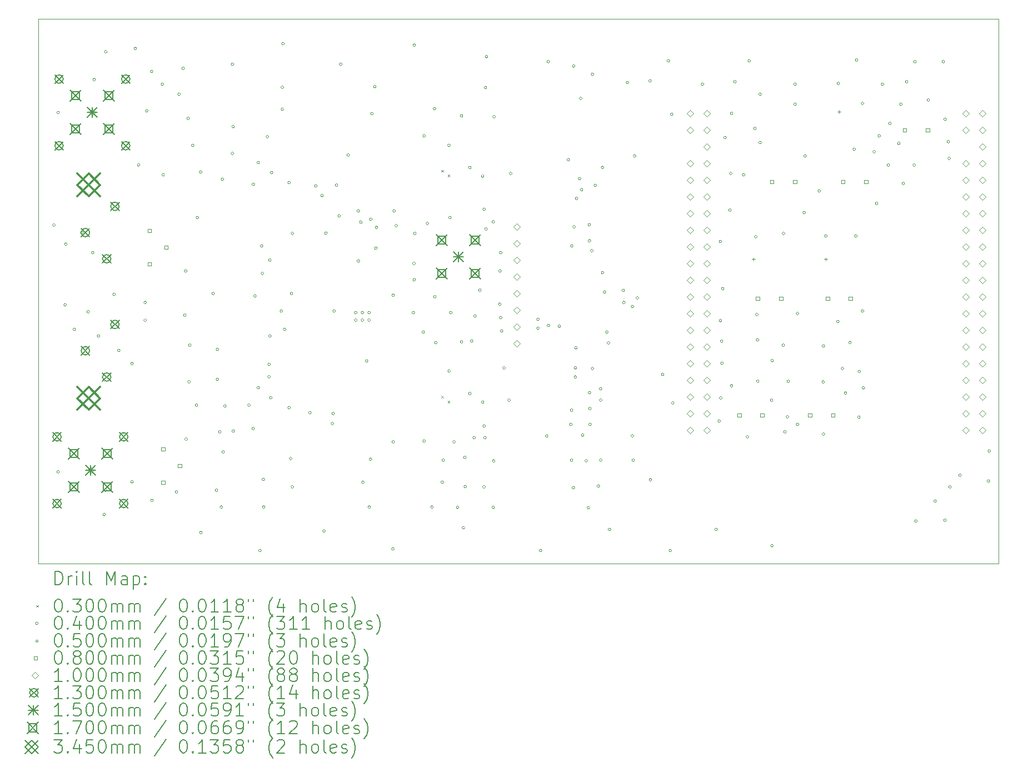
<source format=gbr>
%TF.GenerationSoftware,KiCad,Pcbnew,8.0.1*%
%TF.CreationDate,2024-05-10T09:13:11+02:00*%
%TF.ProjectId,MISRC_v2,4d495352-435f-4763-922e-6b696361645f,0.3*%
%TF.SameCoordinates,Original*%
%TF.FileFunction,Drillmap*%
%TF.FilePolarity,Positive*%
%FSLAX45Y45*%
G04 Gerber Fmt 4.5, Leading zero omitted, Abs format (unit mm)*
G04 Created by KiCad (PCBNEW 8.0.1) date 2024-05-10 09:13:11*
%MOMM*%
%LPD*%
G01*
G04 APERTURE LIST*
%ADD10C,0.100000*%
%ADD11C,0.200000*%
%ADD12C,0.130000*%
%ADD13C,0.150000*%
%ADD14C,0.170000*%
%ADD15C,0.345000*%
G04 APERTURE END LIST*
D10*
X20675000Y-14100000D02*
X20675000Y-5800000D01*
X6050000Y-14100000D02*
X20675000Y-14100000D01*
X20675000Y-5800000D02*
X6050000Y-5800000D01*
X6050000Y-5800000D02*
X6050000Y-14100000D01*
D11*
D10*
X12188400Y-8100300D02*
X12218400Y-8130300D01*
X12218400Y-8100300D02*
X12188400Y-8130300D01*
X12189700Y-11542000D02*
X12219700Y-11572000D01*
X12219700Y-11542000D02*
X12189700Y-11572000D01*
X12285501Y-8174694D02*
X12315501Y-8204694D01*
X12315501Y-8174694D02*
X12285501Y-8204694D01*
X12286801Y-11616394D02*
X12316801Y-11646394D01*
X12316801Y-11616394D02*
X12286801Y-11646394D01*
X6306500Y-8940800D02*
G75*
G02*
X6266500Y-8940800I-20000J0D01*
G01*
X6266500Y-8940800D02*
G75*
G02*
X6306500Y-8940800I20000J0D01*
G01*
X6370000Y-7225000D02*
G75*
G02*
X6330000Y-7225000I-20000J0D01*
G01*
X6330000Y-7225000D02*
G75*
G02*
X6370000Y-7225000I20000J0D01*
G01*
X6370000Y-12700000D02*
G75*
G02*
X6330000Y-12700000I-20000J0D01*
G01*
X6330000Y-12700000D02*
G75*
G02*
X6370000Y-12700000I20000J0D01*
G01*
X6475000Y-10155000D02*
G75*
G02*
X6435000Y-10155000I-20000J0D01*
G01*
X6435000Y-10155000D02*
G75*
G02*
X6475000Y-10155000I20000J0D01*
G01*
X6485000Y-9230000D02*
G75*
G02*
X6445000Y-9230000I-20000J0D01*
G01*
X6445000Y-9230000D02*
G75*
G02*
X6485000Y-9230000I20000J0D01*
G01*
X6615000Y-10530000D02*
G75*
G02*
X6575000Y-10530000I-20000J0D01*
G01*
X6575000Y-10530000D02*
G75*
G02*
X6615000Y-10530000I20000J0D01*
G01*
X6730000Y-9055000D02*
G75*
G02*
X6690000Y-9055000I-20000J0D01*
G01*
X6690000Y-9055000D02*
G75*
G02*
X6730000Y-9055000I20000J0D01*
G01*
X6827200Y-10261600D02*
G75*
G02*
X6787200Y-10261600I-20000J0D01*
G01*
X6787200Y-10261600D02*
G75*
G02*
X6827200Y-10261600I20000J0D01*
G01*
X6895000Y-9360000D02*
G75*
G02*
X6855000Y-9360000I-20000J0D01*
G01*
X6855000Y-9360000D02*
G75*
G02*
X6895000Y-9360000I20000J0D01*
G01*
X6920000Y-6725000D02*
G75*
G02*
X6880000Y-6725000I-20000J0D01*
G01*
X6880000Y-6725000D02*
G75*
G02*
X6920000Y-6725000I20000J0D01*
G01*
X6985000Y-10630000D02*
G75*
G02*
X6945000Y-10630000I-20000J0D01*
G01*
X6945000Y-10630000D02*
G75*
G02*
X6985000Y-10630000I20000J0D01*
G01*
X7070000Y-13350000D02*
G75*
G02*
X7030000Y-13350000I-20000J0D01*
G01*
X7030000Y-13350000D02*
G75*
G02*
X7070000Y-13350000I20000J0D01*
G01*
X7093900Y-12979400D02*
G75*
G02*
X7053900Y-12979400I-20000J0D01*
G01*
X7053900Y-12979400D02*
G75*
G02*
X7093900Y-12979400I20000J0D01*
G01*
X7095000Y-6300000D02*
G75*
G02*
X7055000Y-6300000I-20000J0D01*
G01*
X7055000Y-6300000D02*
G75*
G02*
X7095000Y-6300000I20000J0D01*
G01*
X7220900Y-9994900D02*
G75*
G02*
X7180900Y-9994900I-20000J0D01*
G01*
X7180900Y-9994900D02*
G75*
G02*
X7220900Y-9994900I20000J0D01*
G01*
X7295000Y-10850000D02*
G75*
G02*
X7255000Y-10850000I-20000J0D01*
G01*
X7255000Y-10850000D02*
G75*
G02*
X7295000Y-10850000I20000J0D01*
G01*
X7495000Y-11050000D02*
G75*
G02*
X7455000Y-11050000I-20000J0D01*
G01*
X7455000Y-11050000D02*
G75*
G02*
X7495000Y-11050000I20000J0D01*
G01*
X7495000Y-12850000D02*
G75*
G02*
X7455000Y-12850000I-20000J0D01*
G01*
X7455000Y-12850000D02*
G75*
G02*
X7495000Y-12850000I20000J0D01*
G01*
X7545000Y-6250000D02*
G75*
G02*
X7505000Y-6250000I-20000J0D01*
G01*
X7505000Y-6250000D02*
G75*
G02*
X7545000Y-6250000I20000J0D01*
G01*
X7595000Y-8025000D02*
G75*
G02*
X7555000Y-8025000I-20000J0D01*
G01*
X7555000Y-8025000D02*
G75*
G02*
X7595000Y-8025000I20000J0D01*
G01*
X7695000Y-10120000D02*
G75*
G02*
X7655000Y-10120000I-20000J0D01*
G01*
X7655000Y-10120000D02*
G75*
G02*
X7695000Y-10120000I20000J0D01*
G01*
X7695000Y-10390000D02*
G75*
G02*
X7655000Y-10390000I-20000J0D01*
G01*
X7655000Y-10390000D02*
G75*
G02*
X7695000Y-10390000I20000J0D01*
G01*
X7720000Y-7200000D02*
G75*
G02*
X7680000Y-7200000I-20000J0D01*
G01*
X7680000Y-7200000D02*
G75*
G02*
X7720000Y-7200000I20000J0D01*
G01*
X7795000Y-6600000D02*
G75*
G02*
X7755000Y-6600000I-20000J0D01*
G01*
X7755000Y-6600000D02*
G75*
G02*
X7795000Y-6600000I20000J0D01*
G01*
X7800000Y-13135000D02*
G75*
G02*
X7760000Y-13135000I-20000J0D01*
G01*
X7760000Y-13135000D02*
G75*
G02*
X7800000Y-13135000I20000J0D01*
G01*
X7957500Y-6794500D02*
G75*
G02*
X7917500Y-6794500I-20000J0D01*
G01*
X7917500Y-6794500D02*
G75*
G02*
X7957500Y-6794500I20000J0D01*
G01*
X7970000Y-8175000D02*
G75*
G02*
X7930000Y-8175000I-20000J0D01*
G01*
X7930000Y-8175000D02*
G75*
G02*
X7970000Y-8175000I20000J0D01*
G01*
X8173400Y-13005000D02*
G75*
G02*
X8133400Y-13005000I-20000J0D01*
G01*
X8133400Y-13005000D02*
G75*
G02*
X8173400Y-13005000I20000J0D01*
G01*
X8211500Y-6946900D02*
G75*
G02*
X8171500Y-6946900I-20000J0D01*
G01*
X8171500Y-6946900D02*
G75*
G02*
X8211500Y-6946900I20000J0D01*
G01*
X8275000Y-6553200D02*
G75*
G02*
X8235000Y-6553200I-20000J0D01*
G01*
X8235000Y-6553200D02*
G75*
G02*
X8275000Y-6553200I20000J0D01*
G01*
X8300400Y-10312400D02*
G75*
G02*
X8260400Y-10312400I-20000J0D01*
G01*
X8260400Y-10312400D02*
G75*
G02*
X8300400Y-10312400I20000J0D01*
G01*
X8313100Y-9639300D02*
G75*
G02*
X8273100Y-9639300I-20000J0D01*
G01*
X8273100Y-9639300D02*
G75*
G02*
X8313100Y-9639300I20000J0D01*
G01*
X8320000Y-12200000D02*
G75*
G02*
X8280000Y-12200000I-20000J0D01*
G01*
X8280000Y-12200000D02*
G75*
G02*
X8320000Y-12200000I20000J0D01*
G01*
X8351200Y-7315200D02*
G75*
G02*
X8311200Y-7315200I-20000J0D01*
G01*
X8311200Y-7315200D02*
G75*
G02*
X8351200Y-7315200I20000J0D01*
G01*
X8363900Y-11328400D02*
G75*
G02*
X8323900Y-11328400I-20000J0D01*
G01*
X8323900Y-11328400D02*
G75*
G02*
X8363900Y-11328400I20000J0D01*
G01*
X8376600Y-10769600D02*
G75*
G02*
X8336600Y-10769600I-20000J0D01*
G01*
X8336600Y-10769600D02*
G75*
G02*
X8376600Y-10769600I20000J0D01*
G01*
X8420000Y-7725000D02*
G75*
G02*
X8380000Y-7725000I-20000J0D01*
G01*
X8380000Y-7725000D02*
G75*
G02*
X8420000Y-7725000I20000J0D01*
G01*
X8478200Y-11684000D02*
G75*
G02*
X8438200Y-11684000I-20000J0D01*
G01*
X8438200Y-11684000D02*
G75*
G02*
X8478200Y-11684000I20000J0D01*
G01*
X8490900Y-8826500D02*
G75*
G02*
X8450900Y-8826500I-20000J0D01*
G01*
X8450900Y-8826500D02*
G75*
G02*
X8490900Y-8826500I20000J0D01*
G01*
X8541700Y-8132300D02*
G75*
G02*
X8501700Y-8132300I-20000J0D01*
G01*
X8501700Y-8132300D02*
G75*
G02*
X8541700Y-8132300I20000J0D01*
G01*
X8545000Y-13625000D02*
G75*
G02*
X8505000Y-13625000I-20000J0D01*
G01*
X8505000Y-13625000D02*
G75*
G02*
X8545000Y-13625000I20000J0D01*
G01*
X8732200Y-9982200D02*
G75*
G02*
X8692200Y-9982200I-20000J0D01*
G01*
X8692200Y-9982200D02*
G75*
G02*
X8732200Y-9982200I20000J0D01*
G01*
X8783000Y-12979400D02*
G75*
G02*
X8743000Y-12979400I-20000J0D01*
G01*
X8743000Y-12979400D02*
G75*
G02*
X8783000Y-12979400I20000J0D01*
G01*
X8795700Y-10833100D02*
G75*
G02*
X8755700Y-10833100I-20000J0D01*
G01*
X8755700Y-10833100D02*
G75*
G02*
X8795700Y-10833100I20000J0D01*
G01*
X8795700Y-11290300D02*
G75*
G02*
X8755700Y-11290300I-20000J0D01*
G01*
X8755700Y-11290300D02*
G75*
G02*
X8795700Y-11290300I20000J0D01*
G01*
X8833800Y-12090400D02*
G75*
G02*
X8793800Y-12090400I-20000J0D01*
G01*
X8793800Y-12090400D02*
G75*
G02*
X8833800Y-12090400I20000J0D01*
G01*
X8855000Y-13235000D02*
G75*
G02*
X8815000Y-13235000I-20000J0D01*
G01*
X8815000Y-13235000D02*
G75*
G02*
X8855000Y-13235000I20000J0D01*
G01*
X8871900Y-8242300D02*
G75*
G02*
X8831900Y-8242300I-20000J0D01*
G01*
X8831900Y-8242300D02*
G75*
G02*
X8871900Y-8242300I20000J0D01*
G01*
X8884600Y-12395200D02*
G75*
G02*
X8844600Y-12395200I-20000J0D01*
G01*
X8844600Y-12395200D02*
G75*
G02*
X8884600Y-12395200I20000J0D01*
G01*
X8910000Y-11696700D02*
G75*
G02*
X8870000Y-11696700I-20000J0D01*
G01*
X8870000Y-11696700D02*
G75*
G02*
X8910000Y-11696700I20000J0D01*
G01*
X9024300Y-6489700D02*
G75*
G02*
X8984300Y-6489700I-20000J0D01*
G01*
X8984300Y-6489700D02*
G75*
G02*
X9024300Y-6489700I20000J0D01*
G01*
X9024300Y-7848600D02*
G75*
G02*
X8984300Y-7848600I-20000J0D01*
G01*
X8984300Y-7848600D02*
G75*
G02*
X9024300Y-7848600I20000J0D01*
G01*
X9037000Y-7440000D02*
G75*
G02*
X8997000Y-7440000I-20000J0D01*
G01*
X8997000Y-7440000D02*
G75*
G02*
X9037000Y-7440000I20000J0D01*
G01*
X9037000Y-12077700D02*
G75*
G02*
X8997000Y-12077700I-20000J0D01*
G01*
X8997000Y-12077700D02*
G75*
G02*
X9037000Y-12077700I20000J0D01*
G01*
X9278300Y-11684000D02*
G75*
G02*
X9238300Y-11684000I-20000J0D01*
G01*
X9238300Y-11684000D02*
G75*
G02*
X9278300Y-11684000I20000J0D01*
G01*
X9341800Y-8318500D02*
G75*
G02*
X9301800Y-8318500I-20000J0D01*
G01*
X9301800Y-8318500D02*
G75*
G02*
X9341800Y-8318500I20000J0D01*
G01*
X9341800Y-12039600D02*
G75*
G02*
X9301800Y-12039600I-20000J0D01*
G01*
X9301800Y-12039600D02*
G75*
G02*
X9341800Y-12039600I20000J0D01*
G01*
X9367200Y-10020300D02*
G75*
G02*
X9327200Y-10020300I-20000J0D01*
G01*
X9327200Y-10020300D02*
G75*
G02*
X9367200Y-10020300I20000J0D01*
G01*
X9418000Y-7987800D02*
G75*
G02*
X9378000Y-7987800I-20000J0D01*
G01*
X9378000Y-7987800D02*
G75*
G02*
X9418000Y-7987800I20000J0D01*
G01*
X9418000Y-11417300D02*
G75*
G02*
X9378000Y-11417300I-20000J0D01*
G01*
X9378000Y-11417300D02*
G75*
G02*
X9418000Y-11417300I20000J0D01*
G01*
X9445000Y-13900000D02*
G75*
G02*
X9405000Y-13900000I-20000J0D01*
G01*
X9405000Y-13900000D02*
G75*
G02*
X9445000Y-13900000I20000J0D01*
G01*
X9468800Y-9258300D02*
G75*
G02*
X9428800Y-9258300I-20000J0D01*
G01*
X9428800Y-9258300D02*
G75*
G02*
X9468800Y-9258300I20000J0D01*
G01*
X9481500Y-9677400D02*
G75*
G02*
X9441500Y-9677400I-20000J0D01*
G01*
X9441500Y-9677400D02*
G75*
G02*
X9481500Y-9677400I20000J0D01*
G01*
X9494200Y-12814300D02*
G75*
G02*
X9454200Y-12814300I-20000J0D01*
G01*
X9454200Y-12814300D02*
G75*
G02*
X9494200Y-12814300I20000J0D01*
G01*
X9500000Y-13235000D02*
G75*
G02*
X9460000Y-13235000I-20000J0D01*
G01*
X9460000Y-13235000D02*
G75*
G02*
X9500000Y-13235000I20000J0D01*
G01*
X9557700Y-7594600D02*
G75*
G02*
X9517700Y-7594600I-20000J0D01*
G01*
X9517700Y-7594600D02*
G75*
G02*
X9557700Y-7594600I20000J0D01*
G01*
X9583100Y-11061700D02*
G75*
G02*
X9543100Y-11061700I-20000J0D01*
G01*
X9543100Y-11061700D02*
G75*
G02*
X9583100Y-11061700I20000J0D01*
G01*
X9583100Y-11252200D02*
G75*
G02*
X9543100Y-11252200I-20000J0D01*
G01*
X9543100Y-11252200D02*
G75*
G02*
X9583100Y-11252200I20000J0D01*
G01*
X9595800Y-9474200D02*
G75*
G02*
X9555800Y-9474200I-20000J0D01*
G01*
X9555800Y-9474200D02*
G75*
G02*
X9595800Y-9474200I20000J0D01*
G01*
X9595800Y-10629900D02*
G75*
G02*
X9555800Y-10629900I-20000J0D01*
G01*
X9555800Y-10629900D02*
G75*
G02*
X9595800Y-10629900I20000J0D01*
G01*
X9608500Y-11569700D02*
G75*
G02*
X9568500Y-11569700I-20000J0D01*
G01*
X9568500Y-11569700D02*
G75*
G02*
X9608500Y-11569700I20000J0D01*
G01*
X9621200Y-8140700D02*
G75*
G02*
X9581200Y-8140700I-20000J0D01*
G01*
X9581200Y-8140700D02*
G75*
G02*
X9621200Y-8140700I20000J0D01*
G01*
X9770000Y-10250000D02*
G75*
G02*
X9730000Y-10250000I-20000J0D01*
G01*
X9730000Y-10250000D02*
G75*
G02*
X9770000Y-10250000I20000J0D01*
G01*
X9785000Y-6840000D02*
G75*
G02*
X9745000Y-6840000I-20000J0D01*
G01*
X9745000Y-6840000D02*
G75*
G02*
X9785000Y-6840000I20000J0D01*
G01*
X9785000Y-7175000D02*
G75*
G02*
X9745000Y-7175000I-20000J0D01*
G01*
X9745000Y-7175000D02*
G75*
G02*
X9785000Y-7175000I20000J0D01*
G01*
X9795000Y-6175000D02*
G75*
G02*
X9755000Y-6175000I-20000J0D01*
G01*
X9755000Y-6175000D02*
G75*
G02*
X9795000Y-6175000I20000J0D01*
G01*
X9819320Y-10530840D02*
G75*
G02*
X9779320Y-10530840I-20000J0D01*
G01*
X9779320Y-10530840D02*
G75*
G02*
X9819320Y-10530840I20000J0D01*
G01*
X9887900Y-8293100D02*
G75*
G02*
X9847900Y-8293100I-20000J0D01*
G01*
X9847900Y-8293100D02*
G75*
G02*
X9887900Y-8293100I20000J0D01*
G01*
X9887900Y-11722100D02*
G75*
G02*
X9847900Y-11722100I-20000J0D01*
G01*
X9847900Y-11722100D02*
G75*
G02*
X9887900Y-11722100I20000J0D01*
G01*
X9913300Y-12496800D02*
G75*
G02*
X9873300Y-12496800I-20000J0D01*
G01*
X9873300Y-12496800D02*
G75*
G02*
X9913300Y-12496800I20000J0D01*
G01*
X9926000Y-9982200D02*
G75*
G02*
X9886000Y-9982200I-20000J0D01*
G01*
X9886000Y-9982200D02*
G75*
G02*
X9926000Y-9982200I20000J0D01*
G01*
X9938700Y-9067800D02*
G75*
G02*
X9898700Y-9067800I-20000J0D01*
G01*
X9898700Y-9067800D02*
G75*
G02*
X9938700Y-9067800I20000J0D01*
G01*
X9938700Y-12928600D02*
G75*
G02*
X9898700Y-12928600I-20000J0D01*
G01*
X9898700Y-12928600D02*
G75*
G02*
X9938700Y-12928600I20000J0D01*
G01*
X10205400Y-11798300D02*
G75*
G02*
X10165400Y-11798300I-20000J0D01*
G01*
X10165400Y-11798300D02*
G75*
G02*
X10205400Y-11798300I20000J0D01*
G01*
X10294300Y-8343900D02*
G75*
G02*
X10254300Y-8343900I-20000J0D01*
G01*
X10254300Y-8343900D02*
G75*
G02*
X10294300Y-8343900I20000J0D01*
G01*
X10390000Y-8490000D02*
G75*
G02*
X10350000Y-8490000I-20000J0D01*
G01*
X10350000Y-8490000D02*
G75*
G02*
X10390000Y-8490000I20000J0D01*
G01*
X10420000Y-13600000D02*
G75*
G02*
X10380000Y-13600000I-20000J0D01*
G01*
X10380000Y-13600000D02*
G75*
G02*
X10420000Y-13600000I20000J0D01*
G01*
X10449240Y-9062720D02*
G75*
G02*
X10409240Y-9062720I-20000J0D01*
G01*
X10409240Y-9062720D02*
G75*
G02*
X10449240Y-9062720I20000J0D01*
G01*
X10548300Y-11963400D02*
G75*
G02*
X10508300Y-11963400I-20000J0D01*
G01*
X10508300Y-11963400D02*
G75*
G02*
X10548300Y-11963400I20000J0D01*
G01*
X10561000Y-11811000D02*
G75*
G02*
X10521000Y-11811000I-20000J0D01*
G01*
X10521000Y-11811000D02*
G75*
G02*
X10561000Y-11811000I20000J0D01*
G01*
X10573700Y-10248900D02*
G75*
G02*
X10533700Y-10248900I-20000J0D01*
G01*
X10533700Y-10248900D02*
G75*
G02*
X10573700Y-10248900I20000J0D01*
G01*
X10611800Y-8331200D02*
G75*
G02*
X10571800Y-8331200I-20000J0D01*
G01*
X10571800Y-8331200D02*
G75*
G02*
X10611800Y-8331200I20000J0D01*
G01*
X10649900Y-8801100D02*
G75*
G02*
X10609900Y-8801100I-20000J0D01*
G01*
X10609900Y-8801100D02*
G75*
G02*
X10649900Y-8801100I20000J0D01*
G01*
X10675300Y-6489700D02*
G75*
G02*
X10635300Y-6489700I-20000J0D01*
G01*
X10635300Y-6489700D02*
G75*
G02*
X10675300Y-6489700I20000J0D01*
G01*
X10789600Y-7874000D02*
G75*
G02*
X10749600Y-7874000I-20000J0D01*
G01*
X10749600Y-7874000D02*
G75*
G02*
X10789600Y-7874000I20000J0D01*
G01*
X10903900Y-10274300D02*
G75*
G02*
X10863900Y-10274300I-20000J0D01*
G01*
X10863900Y-10274300D02*
G75*
G02*
X10903900Y-10274300I20000J0D01*
G01*
X10903900Y-10388600D02*
G75*
G02*
X10863900Y-10388600I-20000J0D01*
G01*
X10863900Y-10388600D02*
G75*
G02*
X10903900Y-10388600I20000J0D01*
G01*
X10942000Y-8724900D02*
G75*
G02*
X10902000Y-8724900I-20000J0D01*
G01*
X10902000Y-8724900D02*
G75*
G02*
X10942000Y-8724900I20000J0D01*
G01*
X10942000Y-9486900D02*
G75*
G02*
X10902000Y-9486900I-20000J0D01*
G01*
X10902000Y-9486900D02*
G75*
G02*
X10942000Y-9486900I20000J0D01*
G01*
X10982640Y-8895080D02*
G75*
G02*
X10942640Y-8895080I-20000J0D01*
G01*
X10942640Y-8895080D02*
G75*
G02*
X10982640Y-8895080I20000J0D01*
G01*
X11005500Y-10274300D02*
G75*
G02*
X10965500Y-10274300I-20000J0D01*
G01*
X10965500Y-10274300D02*
G75*
G02*
X11005500Y-10274300I20000J0D01*
G01*
X11005500Y-10388600D02*
G75*
G02*
X10965500Y-10388600I-20000J0D01*
G01*
X10965500Y-10388600D02*
G75*
G02*
X11005500Y-10388600I20000J0D01*
G01*
X11013120Y-12857480D02*
G75*
G02*
X10973120Y-12857480I-20000J0D01*
G01*
X10973120Y-12857480D02*
G75*
G02*
X11013120Y-12857480I20000J0D01*
G01*
X11069000Y-11010900D02*
G75*
G02*
X11029000Y-11010900I-20000J0D01*
G01*
X11029000Y-11010900D02*
G75*
G02*
X11069000Y-11010900I20000J0D01*
G01*
X11107100Y-10274300D02*
G75*
G02*
X11067100Y-10274300I-20000J0D01*
G01*
X11067100Y-10274300D02*
G75*
G02*
X11107100Y-10274300I20000J0D01*
G01*
X11107100Y-10388600D02*
G75*
G02*
X11067100Y-10388600I-20000J0D01*
G01*
X11067100Y-10388600D02*
G75*
G02*
X11107100Y-10388600I20000J0D01*
G01*
X11110000Y-13235000D02*
G75*
G02*
X11070000Y-13235000I-20000J0D01*
G01*
X11070000Y-13235000D02*
G75*
G02*
X11110000Y-13235000I20000J0D01*
G01*
X11129960Y-12506960D02*
G75*
G02*
X11089960Y-12506960I-20000J0D01*
G01*
X11089960Y-12506960D02*
G75*
G02*
X11129960Y-12506960I20000J0D01*
G01*
X11132500Y-8851900D02*
G75*
G02*
X11092500Y-8851900I-20000J0D01*
G01*
X11092500Y-8851900D02*
G75*
G02*
X11132500Y-8851900I20000J0D01*
G01*
X11150000Y-7245000D02*
G75*
G02*
X11110000Y-7245000I-20000J0D01*
G01*
X11110000Y-7245000D02*
G75*
G02*
X11150000Y-7245000I20000J0D01*
G01*
X11195000Y-6830000D02*
G75*
G02*
X11155000Y-6830000I-20000J0D01*
G01*
X11155000Y-6830000D02*
G75*
G02*
X11195000Y-6830000I20000J0D01*
G01*
X11211240Y-9291320D02*
G75*
G02*
X11171240Y-9291320I-20000J0D01*
G01*
X11171240Y-9291320D02*
G75*
G02*
X11211240Y-9291320I20000J0D01*
G01*
X11221400Y-8976360D02*
G75*
G02*
X11181400Y-8976360I-20000J0D01*
G01*
X11181400Y-8976360D02*
G75*
G02*
X11221400Y-8976360I20000J0D01*
G01*
X11470000Y-13875000D02*
G75*
G02*
X11430000Y-13875000I-20000J0D01*
G01*
X11430000Y-13875000D02*
G75*
G02*
X11470000Y-13875000I20000J0D01*
G01*
X11475000Y-10010000D02*
G75*
G02*
X11435000Y-10010000I-20000J0D01*
G01*
X11435000Y-10010000D02*
G75*
G02*
X11475000Y-10010000I20000J0D01*
G01*
X11475400Y-12242800D02*
G75*
G02*
X11435400Y-12242800I-20000J0D01*
G01*
X11435400Y-12242800D02*
G75*
G02*
X11475400Y-12242800I20000J0D01*
G01*
X11488100Y-8724900D02*
G75*
G02*
X11448100Y-8724900I-20000J0D01*
G01*
X11448100Y-8724900D02*
G75*
G02*
X11488100Y-8724900I20000J0D01*
G01*
X11520000Y-8950000D02*
G75*
G02*
X11480000Y-8950000I-20000J0D01*
G01*
X11480000Y-8950000D02*
G75*
G02*
X11520000Y-8950000I20000J0D01*
G01*
X11780200Y-10274300D02*
G75*
G02*
X11740200Y-10274300I-20000J0D01*
G01*
X11740200Y-10274300D02*
G75*
G02*
X11780200Y-10274300I20000J0D01*
G01*
X11790360Y-9525000D02*
G75*
G02*
X11750360Y-9525000I-20000J0D01*
G01*
X11750360Y-9525000D02*
G75*
G02*
X11790360Y-9525000I20000J0D01*
G01*
X11795000Y-6200000D02*
G75*
G02*
X11755000Y-6200000I-20000J0D01*
G01*
X11755000Y-6200000D02*
G75*
G02*
X11795000Y-6200000I20000J0D01*
G01*
X11795440Y-9773920D02*
G75*
G02*
X11755440Y-9773920I-20000J0D01*
G01*
X11755440Y-9773920D02*
G75*
G02*
X11795440Y-9773920I20000J0D01*
G01*
X11805600Y-9067800D02*
G75*
G02*
X11765600Y-9067800I-20000J0D01*
G01*
X11765600Y-9067800D02*
G75*
G02*
X11805600Y-9067800I20000J0D01*
G01*
X11932600Y-10572500D02*
G75*
G02*
X11892600Y-10572500I-20000J0D01*
G01*
X11892600Y-10572500D02*
G75*
G02*
X11932600Y-10572500I20000J0D01*
G01*
X11945300Y-7581900D02*
G75*
G02*
X11905300Y-7581900I-20000J0D01*
G01*
X11905300Y-7581900D02*
G75*
G02*
X11945300Y-7581900I20000J0D01*
G01*
X11945300Y-12230100D02*
G75*
G02*
X11905300Y-12230100I-20000J0D01*
G01*
X11905300Y-12230100D02*
G75*
G02*
X11945300Y-12230100I20000J0D01*
G01*
X11996100Y-8915400D02*
G75*
G02*
X11956100Y-8915400I-20000J0D01*
G01*
X11956100Y-8915400D02*
G75*
G02*
X11996100Y-8915400I20000J0D01*
G01*
X12065000Y-13235000D02*
G75*
G02*
X12025000Y-13235000I-20000J0D01*
G01*
X12025000Y-13235000D02*
G75*
G02*
X12065000Y-13235000I20000J0D01*
G01*
X12105000Y-7165000D02*
G75*
G02*
X12065000Y-7165000I-20000J0D01*
G01*
X12065000Y-7165000D02*
G75*
G02*
X12105000Y-7165000I20000J0D01*
G01*
X12110400Y-10033000D02*
G75*
G02*
X12070400Y-10033000I-20000J0D01*
G01*
X12070400Y-10033000D02*
G75*
G02*
X12110400Y-10033000I20000J0D01*
G01*
X12123100Y-10731500D02*
G75*
G02*
X12083100Y-10731500I-20000J0D01*
G01*
X12083100Y-10731500D02*
G75*
G02*
X12123100Y-10731500I20000J0D01*
G01*
X12222160Y-12857480D02*
G75*
G02*
X12182160Y-12857480I-20000J0D01*
G01*
X12182160Y-12857480D02*
G75*
G02*
X12222160Y-12857480I20000J0D01*
G01*
X12237400Y-12522200D02*
G75*
G02*
X12197400Y-12522200I-20000J0D01*
G01*
X12197400Y-12522200D02*
G75*
G02*
X12237400Y-12522200I20000J0D01*
G01*
X12325000Y-7723950D02*
G75*
G02*
X12285000Y-7723950I-20000J0D01*
G01*
X12285000Y-7723950D02*
G75*
G02*
X12325000Y-7723950I20000J0D01*
G01*
X12326300Y-11165650D02*
G75*
G02*
X12286300Y-11165650I-20000J0D01*
G01*
X12286300Y-11165650D02*
G75*
G02*
X12326300Y-11165650I20000J0D01*
G01*
X12339000Y-8826500D02*
G75*
G02*
X12299000Y-8826500I-20000J0D01*
G01*
X12299000Y-8826500D02*
G75*
G02*
X12339000Y-8826500I20000J0D01*
G01*
X12351700Y-10274300D02*
G75*
G02*
X12311700Y-10274300I-20000J0D01*
G01*
X12311700Y-10274300D02*
G75*
G02*
X12351700Y-10274300I20000J0D01*
G01*
X12402500Y-12242800D02*
G75*
G02*
X12362500Y-12242800I-20000J0D01*
G01*
X12362500Y-12242800D02*
G75*
G02*
X12402500Y-12242800I20000J0D01*
G01*
X12455000Y-13240000D02*
G75*
G02*
X12415000Y-13240000I-20000J0D01*
G01*
X12415000Y-13240000D02*
G75*
G02*
X12455000Y-13240000I20000J0D01*
G01*
X12515500Y-7277100D02*
G75*
G02*
X12475500Y-7277100I-20000J0D01*
G01*
X12475500Y-7277100D02*
G75*
G02*
X12515500Y-7277100I20000J0D01*
G01*
X12516800Y-10718800D02*
G75*
G02*
X12476800Y-10718800I-20000J0D01*
G01*
X12476800Y-10718800D02*
G75*
G02*
X12516800Y-10718800I20000J0D01*
G01*
X12545000Y-13550000D02*
G75*
G02*
X12505000Y-13550000I-20000J0D01*
G01*
X12505000Y-13550000D02*
G75*
G02*
X12545000Y-13550000I20000J0D01*
G01*
X12567600Y-12480000D02*
G75*
G02*
X12527600Y-12480000I-20000J0D01*
G01*
X12527600Y-12480000D02*
G75*
G02*
X12567600Y-12480000I20000J0D01*
G01*
X12572680Y-12923520D02*
G75*
G02*
X12532680Y-12923520I-20000J0D01*
G01*
X12532680Y-12923520D02*
G75*
G02*
X12572680Y-12923520I20000J0D01*
G01*
X12642500Y-8064500D02*
G75*
G02*
X12602500Y-8064500I-20000J0D01*
G01*
X12602500Y-8064500D02*
G75*
G02*
X12642500Y-8064500I20000J0D01*
G01*
X12643800Y-11506200D02*
G75*
G02*
X12603800Y-11506200I-20000J0D01*
G01*
X12603800Y-11506200D02*
G75*
G02*
X12643800Y-11506200I20000J0D01*
G01*
X12669200Y-10706100D02*
G75*
G02*
X12629200Y-10706100I-20000J0D01*
G01*
X12629200Y-10706100D02*
G75*
G02*
X12669200Y-10706100I20000J0D01*
G01*
X12707300Y-12179300D02*
G75*
G02*
X12667300Y-12179300I-20000J0D01*
G01*
X12667300Y-12179300D02*
G75*
G02*
X12707300Y-12179300I20000J0D01*
G01*
X12720000Y-10325000D02*
G75*
G02*
X12680000Y-10325000I-20000J0D01*
G01*
X12680000Y-10325000D02*
G75*
G02*
X12720000Y-10325000I20000J0D01*
G01*
X12796200Y-9931400D02*
G75*
G02*
X12756200Y-9931400I-20000J0D01*
G01*
X12756200Y-9931400D02*
G75*
G02*
X12796200Y-9931400I20000J0D01*
G01*
X12838400Y-8195600D02*
G75*
G02*
X12798400Y-8195600I-20000J0D01*
G01*
X12798400Y-8195600D02*
G75*
G02*
X12838400Y-8195600I20000J0D01*
G01*
X12838400Y-11637300D02*
G75*
G02*
X12798400Y-11637300I-20000J0D01*
G01*
X12798400Y-11637300D02*
G75*
G02*
X12838400Y-11637300I20000J0D01*
G01*
X12857160Y-12928600D02*
G75*
G02*
X12817160Y-12928600I-20000J0D01*
G01*
X12817160Y-12928600D02*
G75*
G02*
X12857160Y-12928600I20000J0D01*
G01*
X12859700Y-8699500D02*
G75*
G02*
X12819700Y-8699500I-20000J0D01*
G01*
X12819700Y-8699500D02*
G75*
G02*
X12859700Y-8699500I20000J0D01*
G01*
X12859700Y-12001500D02*
G75*
G02*
X12819700Y-12001500I-20000J0D01*
G01*
X12819700Y-12001500D02*
G75*
G02*
X12859700Y-12001500I20000J0D01*
G01*
X12872400Y-12179300D02*
G75*
G02*
X12832400Y-12179300I-20000J0D01*
G01*
X12832400Y-12179300D02*
G75*
G02*
X12872400Y-12179300I20000J0D01*
G01*
X12880000Y-6845000D02*
G75*
G02*
X12840000Y-6845000I-20000J0D01*
G01*
X12840000Y-6845000D02*
G75*
G02*
X12880000Y-6845000I20000J0D01*
G01*
X12890000Y-9000000D02*
G75*
G02*
X12850000Y-9000000I-20000J0D01*
G01*
X12850000Y-9000000D02*
G75*
G02*
X12890000Y-9000000I20000J0D01*
G01*
X12895000Y-6375000D02*
G75*
G02*
X12855000Y-6375000I-20000J0D01*
G01*
X12855000Y-6375000D02*
G75*
G02*
X12895000Y-6375000I20000J0D01*
G01*
X12999400Y-8890000D02*
G75*
G02*
X12959400Y-8890000I-20000J0D01*
G01*
X12959400Y-8890000D02*
G75*
G02*
X12999400Y-8890000I20000J0D01*
G01*
X12999400Y-13240000D02*
G75*
G02*
X12959400Y-13240000I-20000J0D01*
G01*
X12959400Y-13240000D02*
G75*
G02*
X12999400Y-13240000I20000J0D01*
G01*
X13004480Y-12532360D02*
G75*
G02*
X12964480Y-12532360I-20000J0D01*
G01*
X12964480Y-12532360D02*
G75*
G02*
X13004480Y-12532360I20000J0D01*
G01*
X13012100Y-7289800D02*
G75*
G02*
X12972100Y-7289800I-20000J0D01*
G01*
X12972100Y-7289800D02*
G75*
G02*
X13012100Y-7289800I20000J0D01*
G01*
X13097751Y-10145493D02*
G75*
G02*
X13057751Y-10145493I-20000J0D01*
G01*
X13057751Y-10145493D02*
G75*
G02*
X13097751Y-10145493I20000J0D01*
G01*
X13101000Y-9639300D02*
G75*
G02*
X13061000Y-9639300I-20000J0D01*
G01*
X13061000Y-9639300D02*
G75*
G02*
X13101000Y-9639300I20000J0D01*
G01*
X13113700Y-9359900D02*
G75*
G02*
X13073700Y-9359900I-20000J0D01*
G01*
X13073700Y-9359900D02*
G75*
G02*
X13113700Y-9359900I20000J0D01*
G01*
X13113700Y-10350500D02*
G75*
G02*
X13073700Y-10350500I-20000J0D01*
G01*
X13073700Y-10350500D02*
G75*
G02*
X13113700Y-10350500I20000J0D01*
G01*
X13126400Y-10553700D02*
G75*
G02*
X13086400Y-10553700I-20000J0D01*
G01*
X13086400Y-10553700D02*
G75*
G02*
X13126400Y-10553700I20000J0D01*
G01*
X13164500Y-11116262D02*
G75*
G02*
X13124500Y-11116262I-20000J0D01*
G01*
X13124500Y-11116262D02*
G75*
G02*
X13164500Y-11116262I20000J0D01*
G01*
X13240700Y-11607800D02*
G75*
G02*
X13200700Y-11607800I-20000J0D01*
G01*
X13200700Y-11607800D02*
G75*
G02*
X13240700Y-11607800I20000J0D01*
G01*
X13266100Y-8153400D02*
G75*
G02*
X13226100Y-8153400I-20000J0D01*
G01*
X13226100Y-8153400D02*
G75*
G02*
X13266100Y-8153400I20000J0D01*
G01*
X13680000Y-10375000D02*
G75*
G02*
X13640000Y-10375000I-20000J0D01*
G01*
X13640000Y-10375000D02*
G75*
G02*
X13680000Y-10375000I20000J0D01*
G01*
X13680000Y-10510000D02*
G75*
G02*
X13640000Y-10510000I-20000J0D01*
G01*
X13640000Y-10510000D02*
G75*
G02*
X13680000Y-10510000I20000J0D01*
G01*
X13720000Y-13900000D02*
G75*
G02*
X13680000Y-13900000I-20000J0D01*
G01*
X13680000Y-13900000D02*
G75*
G02*
X13720000Y-13900000I20000J0D01*
G01*
X13812200Y-12153900D02*
G75*
G02*
X13772200Y-12153900I-20000J0D01*
G01*
X13772200Y-12153900D02*
G75*
G02*
X13812200Y-12153900I20000J0D01*
G01*
X13837600Y-6451600D02*
G75*
G02*
X13797600Y-6451600I-20000J0D01*
G01*
X13797600Y-6451600D02*
G75*
G02*
X13837600Y-6451600I20000J0D01*
G01*
X13840000Y-10470000D02*
G75*
G02*
X13800000Y-10470000I-20000J0D01*
G01*
X13800000Y-10470000D02*
G75*
G02*
X13840000Y-10470000I20000J0D01*
G01*
X14005000Y-10480000D02*
G75*
G02*
X13965000Y-10480000I-20000J0D01*
G01*
X13965000Y-10480000D02*
G75*
G02*
X14005000Y-10480000I20000J0D01*
G01*
X14142400Y-7945120D02*
G75*
G02*
X14102400Y-7945120I-20000J0D01*
G01*
X14102400Y-7945120D02*
G75*
G02*
X14142400Y-7945120I20000J0D01*
G01*
X14180500Y-11976100D02*
G75*
G02*
X14140500Y-11976100I-20000J0D01*
G01*
X14140500Y-11976100D02*
G75*
G02*
X14180500Y-11976100I20000J0D01*
G01*
X14193200Y-9258300D02*
G75*
G02*
X14153200Y-9258300I-20000J0D01*
G01*
X14153200Y-9258300D02*
G75*
G02*
X14193200Y-9258300I20000J0D01*
G01*
X14193200Y-11760200D02*
G75*
G02*
X14153200Y-11760200I-20000J0D01*
G01*
X14153200Y-11760200D02*
G75*
G02*
X14193200Y-11760200I20000J0D01*
G01*
X14193200Y-12522200D02*
G75*
G02*
X14153200Y-12522200I-20000J0D01*
G01*
X14153200Y-12522200D02*
G75*
G02*
X14193200Y-12522200I20000J0D01*
G01*
X14220000Y-12940000D02*
G75*
G02*
X14180000Y-12940000I-20000J0D01*
G01*
X14180000Y-12940000D02*
G75*
G02*
X14220000Y-12940000I20000J0D01*
G01*
X14223680Y-6517640D02*
G75*
G02*
X14183680Y-6517640I-20000J0D01*
G01*
X14183680Y-6517640D02*
G75*
G02*
X14223680Y-6517640I20000J0D01*
G01*
X14231300Y-8966200D02*
G75*
G02*
X14191300Y-8966200I-20000J0D01*
G01*
X14191300Y-8966200D02*
G75*
G02*
X14231300Y-8966200I20000J0D01*
G01*
X14250000Y-11115000D02*
G75*
G02*
X14210000Y-11115000I-20000J0D01*
G01*
X14210000Y-11115000D02*
G75*
G02*
X14250000Y-11115000I20000J0D01*
G01*
X14250000Y-11255000D02*
G75*
G02*
X14210000Y-11255000I-20000J0D01*
G01*
X14210000Y-11255000D02*
G75*
G02*
X14250000Y-11255000I20000J0D01*
G01*
X14260000Y-10810000D02*
G75*
G02*
X14220000Y-10810000I-20000J0D01*
G01*
X14220000Y-10810000D02*
G75*
G02*
X14260000Y-10810000I20000J0D01*
G01*
X14269400Y-8534400D02*
G75*
G02*
X14229400Y-8534400I-20000J0D01*
G01*
X14229400Y-8534400D02*
G75*
G02*
X14269400Y-8534400I20000J0D01*
G01*
X14315120Y-8233400D02*
G75*
G02*
X14275120Y-8233400I-20000J0D01*
G01*
X14275120Y-8233400D02*
G75*
G02*
X14315120Y-8233400I20000J0D01*
G01*
X14332900Y-7010400D02*
G75*
G02*
X14292900Y-7010400I-20000J0D01*
G01*
X14292900Y-7010400D02*
G75*
G02*
X14332900Y-7010400I20000J0D01*
G01*
X14345600Y-8402320D02*
G75*
G02*
X14305600Y-8402320I-20000J0D01*
G01*
X14305600Y-8402320D02*
G75*
G02*
X14345600Y-8402320I20000J0D01*
G01*
X14360000Y-12140000D02*
G75*
G02*
X14320000Y-12140000I-20000J0D01*
G01*
X14320000Y-12140000D02*
G75*
G02*
X14360000Y-12140000I20000J0D01*
G01*
X14415000Y-12530000D02*
G75*
G02*
X14375000Y-12530000I-20000J0D01*
G01*
X14375000Y-12530000D02*
G75*
G02*
X14415000Y-12530000I20000J0D01*
G01*
X14450000Y-13245000D02*
G75*
G02*
X14410000Y-13245000I-20000J0D01*
G01*
X14410000Y-13245000D02*
G75*
G02*
X14450000Y-13245000I20000J0D01*
G01*
X14462440Y-8935720D02*
G75*
G02*
X14422440Y-8935720I-20000J0D01*
G01*
X14422440Y-8935720D02*
G75*
G02*
X14462440Y-8935720I20000J0D01*
G01*
X14465000Y-9180000D02*
G75*
G02*
X14425000Y-9180000I-20000J0D01*
G01*
X14425000Y-9180000D02*
G75*
G02*
X14465000Y-9180000I20000J0D01*
G01*
X14465000Y-11495000D02*
G75*
G02*
X14425000Y-11495000I-20000J0D01*
G01*
X14425000Y-11495000D02*
G75*
G02*
X14465000Y-11495000I20000J0D01*
G01*
X14472600Y-11734800D02*
G75*
G02*
X14432600Y-11734800I-20000J0D01*
G01*
X14432600Y-11734800D02*
G75*
G02*
X14472600Y-11734800I20000J0D01*
G01*
X14472600Y-11976100D02*
G75*
G02*
X14432600Y-11976100I-20000J0D01*
G01*
X14432600Y-11976100D02*
G75*
G02*
X14472600Y-11976100I20000J0D01*
G01*
X14500000Y-9330000D02*
G75*
G02*
X14460000Y-9330000I-20000J0D01*
G01*
X14460000Y-9330000D02*
G75*
G02*
X14500000Y-9330000I20000J0D01*
G01*
X14510700Y-6642100D02*
G75*
G02*
X14470700Y-6642100I-20000J0D01*
G01*
X14470700Y-6642100D02*
G75*
G02*
X14510700Y-6642100I20000J0D01*
G01*
X14510700Y-11125200D02*
G75*
G02*
X14470700Y-11125200I-20000J0D01*
G01*
X14470700Y-11125200D02*
G75*
G02*
X14510700Y-11125200I20000J0D01*
G01*
X14553880Y-8336280D02*
G75*
G02*
X14513880Y-8336280I-20000J0D01*
G01*
X14513880Y-8336280D02*
G75*
G02*
X14553880Y-8336280I20000J0D01*
G01*
X14599600Y-12915900D02*
G75*
G02*
X14559600Y-12915900I-20000J0D01*
G01*
X14559600Y-12915900D02*
G75*
G02*
X14599600Y-12915900I20000J0D01*
G01*
X14635000Y-11435000D02*
G75*
G02*
X14595000Y-11435000I-20000J0D01*
G01*
X14595000Y-11435000D02*
G75*
G02*
X14635000Y-11435000I20000J0D01*
G01*
X14637700Y-11607800D02*
G75*
G02*
X14597700Y-11607800I-20000J0D01*
G01*
X14597700Y-11607800D02*
G75*
G02*
X14637700Y-11607800I20000J0D01*
G01*
X14637700Y-12522200D02*
G75*
G02*
X14597700Y-12522200I-20000J0D01*
G01*
X14597700Y-12522200D02*
G75*
G02*
X14637700Y-12522200I20000J0D01*
G01*
X14663100Y-8061960D02*
G75*
G02*
X14623100Y-8061960I-20000J0D01*
G01*
X14623100Y-8061960D02*
G75*
G02*
X14663100Y-8061960I20000J0D01*
G01*
X14665000Y-9665000D02*
G75*
G02*
X14625000Y-9665000I-20000J0D01*
G01*
X14625000Y-9665000D02*
G75*
G02*
X14665000Y-9665000I20000J0D01*
G01*
X14695000Y-9960000D02*
G75*
G02*
X14655000Y-9960000I-20000J0D01*
G01*
X14655000Y-9960000D02*
G75*
G02*
X14695000Y-9960000I20000J0D01*
G01*
X14730000Y-10570000D02*
G75*
G02*
X14690000Y-10570000I-20000J0D01*
G01*
X14690000Y-10570000D02*
G75*
G02*
X14730000Y-10570000I20000J0D01*
G01*
X14755000Y-10735000D02*
G75*
G02*
X14715000Y-10735000I-20000J0D01*
G01*
X14715000Y-10735000D02*
G75*
G02*
X14755000Y-10735000I20000J0D01*
G01*
X14770000Y-13575000D02*
G75*
G02*
X14730000Y-13575000I-20000J0D01*
G01*
X14730000Y-13575000D02*
G75*
G02*
X14770000Y-13575000I20000J0D01*
G01*
X14980000Y-9935000D02*
G75*
G02*
X14940000Y-9935000I-20000J0D01*
G01*
X14940000Y-9935000D02*
G75*
G02*
X14980000Y-9935000I20000J0D01*
G01*
X14990000Y-10120000D02*
G75*
G02*
X14950000Y-10120000I-20000J0D01*
G01*
X14950000Y-10120000D02*
G75*
G02*
X14990000Y-10120000I20000J0D01*
G01*
X15044100Y-6769100D02*
G75*
G02*
X15004100Y-6769100I-20000J0D01*
G01*
X15004100Y-6769100D02*
G75*
G02*
X15044100Y-6769100I20000J0D01*
G01*
X15120000Y-10180000D02*
G75*
G02*
X15080000Y-10180000I-20000J0D01*
G01*
X15080000Y-10180000D02*
G75*
G02*
X15120000Y-10180000I20000J0D01*
G01*
X15120000Y-12150000D02*
G75*
G02*
X15080000Y-12150000I-20000J0D01*
G01*
X15080000Y-12150000D02*
G75*
G02*
X15120000Y-12150000I20000J0D01*
G01*
X15133000Y-12522200D02*
G75*
G02*
X15093000Y-12522200I-20000J0D01*
G01*
X15093000Y-12522200D02*
G75*
G02*
X15133000Y-12522200I20000J0D01*
G01*
X15153320Y-7889240D02*
G75*
G02*
X15113320Y-7889240I-20000J0D01*
G01*
X15113320Y-7889240D02*
G75*
G02*
X15153320Y-7889240I20000J0D01*
G01*
X15195000Y-10050000D02*
G75*
G02*
X15155000Y-10050000I-20000J0D01*
G01*
X15155000Y-10050000D02*
G75*
G02*
X15195000Y-10050000I20000J0D01*
G01*
X15387000Y-6743700D02*
G75*
G02*
X15347000Y-6743700I-20000J0D01*
G01*
X15347000Y-6743700D02*
G75*
G02*
X15387000Y-6743700I20000J0D01*
G01*
X15395000Y-12820000D02*
G75*
G02*
X15355000Y-12820000I-20000J0D01*
G01*
X15355000Y-12820000D02*
G75*
G02*
X15395000Y-12820000I20000J0D01*
G01*
X15580000Y-11215000D02*
G75*
G02*
X15540000Y-11215000I-20000J0D01*
G01*
X15540000Y-11215000D02*
G75*
G02*
X15580000Y-11215000I20000J0D01*
G01*
X15666400Y-6438900D02*
G75*
G02*
X15626400Y-6438900I-20000J0D01*
G01*
X15626400Y-6438900D02*
G75*
G02*
X15666400Y-6438900I20000J0D01*
G01*
X15695000Y-13900000D02*
G75*
G02*
X15655000Y-13900000I-20000J0D01*
G01*
X15655000Y-13900000D02*
G75*
G02*
X15695000Y-13900000I20000J0D01*
G01*
X15717200Y-7251700D02*
G75*
G02*
X15677200Y-7251700I-20000J0D01*
G01*
X15677200Y-7251700D02*
G75*
G02*
X15717200Y-7251700I20000J0D01*
G01*
X15735000Y-11650000D02*
G75*
G02*
X15695000Y-11650000I-20000J0D01*
G01*
X15695000Y-11650000D02*
G75*
G02*
X15735000Y-11650000I20000J0D01*
G01*
X16187100Y-6794500D02*
G75*
G02*
X16147100Y-6794500I-20000J0D01*
G01*
X16147100Y-6794500D02*
G75*
G02*
X16187100Y-6794500I20000J0D01*
G01*
X16395000Y-13575000D02*
G75*
G02*
X16355000Y-13575000I-20000J0D01*
G01*
X16355000Y-13575000D02*
G75*
G02*
X16395000Y-13575000I20000J0D01*
G01*
X16441100Y-11925300D02*
G75*
G02*
X16401100Y-11925300I-20000J0D01*
G01*
X16401100Y-11925300D02*
G75*
G02*
X16441100Y-11925300I20000J0D01*
G01*
X16460000Y-9190000D02*
G75*
G02*
X16420000Y-9190000I-20000J0D01*
G01*
X16420000Y-9190000D02*
G75*
G02*
X16460000Y-9190000I20000J0D01*
G01*
X16460000Y-10395000D02*
G75*
G02*
X16420000Y-10395000I-20000J0D01*
G01*
X16420000Y-10395000D02*
G75*
G02*
X16460000Y-10395000I20000J0D01*
G01*
X16465000Y-11575000D02*
G75*
G02*
X16425000Y-11575000I-20000J0D01*
G01*
X16425000Y-11575000D02*
G75*
G02*
X16465000Y-11575000I20000J0D01*
G01*
X16480000Y-10710000D02*
G75*
G02*
X16440000Y-10710000I-20000J0D01*
G01*
X16440000Y-10710000D02*
G75*
G02*
X16480000Y-10710000I20000J0D01*
G01*
X16485000Y-11045000D02*
G75*
G02*
X16445000Y-11045000I-20000J0D01*
G01*
X16445000Y-11045000D02*
G75*
G02*
X16485000Y-11045000I20000J0D01*
G01*
X16495000Y-9910000D02*
G75*
G02*
X16455000Y-9910000I-20000J0D01*
G01*
X16455000Y-9910000D02*
G75*
G02*
X16495000Y-9910000I20000J0D01*
G01*
X16530000Y-7607300D02*
G75*
G02*
X16490000Y-7607300I-20000J0D01*
G01*
X16490000Y-7607300D02*
G75*
G02*
X16530000Y-7607300I20000J0D01*
G01*
X16606200Y-8712200D02*
G75*
G02*
X16566200Y-8712200I-20000J0D01*
G01*
X16566200Y-8712200D02*
G75*
G02*
X16606200Y-8712200I20000J0D01*
G01*
X16618900Y-8153400D02*
G75*
G02*
X16578900Y-8153400I-20000J0D01*
G01*
X16578900Y-8153400D02*
G75*
G02*
X16618900Y-8153400I20000J0D01*
G01*
X16630000Y-11390000D02*
G75*
G02*
X16590000Y-11390000I-20000J0D01*
G01*
X16590000Y-11390000D02*
G75*
G02*
X16630000Y-11390000I20000J0D01*
G01*
X16631600Y-7239000D02*
G75*
G02*
X16591600Y-7239000I-20000J0D01*
G01*
X16591600Y-7239000D02*
G75*
G02*
X16631600Y-7239000I20000J0D01*
G01*
X16682400Y-6756400D02*
G75*
G02*
X16642400Y-6756400I-20000J0D01*
G01*
X16642400Y-6756400D02*
G75*
G02*
X16682400Y-6756400I20000J0D01*
G01*
X16815000Y-8175000D02*
G75*
G02*
X16775000Y-8175000I-20000J0D01*
G01*
X16775000Y-8175000D02*
G75*
G02*
X16815000Y-8175000I20000J0D01*
G01*
X16872900Y-12166600D02*
G75*
G02*
X16832900Y-12166600I-20000J0D01*
G01*
X16832900Y-12166600D02*
G75*
G02*
X16872900Y-12166600I20000J0D01*
G01*
X16898300Y-6438900D02*
G75*
G02*
X16858300Y-6438900I-20000J0D01*
G01*
X16858300Y-6438900D02*
G75*
G02*
X16898300Y-6438900I20000J0D01*
G01*
X16987200Y-7467600D02*
G75*
G02*
X16947200Y-7467600I-20000J0D01*
G01*
X16947200Y-7467600D02*
G75*
G02*
X16987200Y-7467600I20000J0D01*
G01*
X16999900Y-9118600D02*
G75*
G02*
X16959900Y-9118600I-20000J0D01*
G01*
X16959900Y-9118600D02*
G75*
G02*
X16999900Y-9118600I20000J0D01*
G01*
X17015000Y-10305000D02*
G75*
G02*
X16975000Y-10305000I-20000J0D01*
G01*
X16975000Y-10305000D02*
G75*
G02*
X17015000Y-10305000I20000J0D01*
G01*
X17025000Y-10690000D02*
G75*
G02*
X16985000Y-10690000I-20000J0D01*
G01*
X16985000Y-10690000D02*
G75*
G02*
X17025000Y-10690000I20000J0D01*
G01*
X17030000Y-11320000D02*
G75*
G02*
X16990000Y-11320000I-20000J0D01*
G01*
X16990000Y-11320000D02*
G75*
G02*
X17030000Y-11320000I20000J0D01*
G01*
X17063400Y-6946900D02*
G75*
G02*
X17023400Y-6946900I-20000J0D01*
G01*
X17023400Y-6946900D02*
G75*
G02*
X17063400Y-6946900I20000J0D01*
G01*
X17063400Y-7683500D02*
G75*
G02*
X17023400Y-7683500I-20000J0D01*
G01*
X17023400Y-7683500D02*
G75*
G02*
X17063400Y-7683500I20000J0D01*
G01*
X17241200Y-11607800D02*
G75*
G02*
X17201200Y-11607800I-20000J0D01*
G01*
X17201200Y-11607800D02*
G75*
G02*
X17241200Y-11607800I20000J0D01*
G01*
X17245000Y-13825000D02*
G75*
G02*
X17205000Y-13825000I-20000J0D01*
G01*
X17205000Y-13825000D02*
G75*
G02*
X17245000Y-13825000I20000J0D01*
G01*
X17250000Y-11005000D02*
G75*
G02*
X17210000Y-11005000I-20000J0D01*
G01*
X17210000Y-11005000D02*
G75*
G02*
X17250000Y-11005000I20000J0D01*
G01*
X17419000Y-10769600D02*
G75*
G02*
X17379000Y-10769600I-20000J0D01*
G01*
X17379000Y-10769600D02*
G75*
G02*
X17419000Y-10769600I20000J0D01*
G01*
X17421800Y-9068100D02*
G75*
G02*
X17381800Y-9068100I-20000J0D01*
G01*
X17381800Y-9068100D02*
G75*
G02*
X17421800Y-9068100I20000J0D01*
G01*
X17444400Y-12090400D02*
G75*
G02*
X17404400Y-12090400I-20000J0D01*
G01*
X17404400Y-12090400D02*
G75*
G02*
X17444400Y-12090400I20000J0D01*
G01*
X17482500Y-11861800D02*
G75*
G02*
X17442500Y-11861800I-20000J0D01*
G01*
X17442500Y-11861800D02*
G75*
G02*
X17482500Y-11861800I20000J0D01*
G01*
X17495000Y-11320000D02*
G75*
G02*
X17455000Y-11320000I-20000J0D01*
G01*
X17455000Y-11320000D02*
G75*
G02*
X17495000Y-11320000I20000J0D01*
G01*
X17596800Y-6794500D02*
G75*
G02*
X17556800Y-6794500I-20000J0D01*
G01*
X17556800Y-6794500D02*
G75*
G02*
X17596800Y-6794500I20000J0D01*
G01*
X17596800Y-7099300D02*
G75*
G02*
X17556800Y-7099300I-20000J0D01*
G01*
X17556800Y-7099300D02*
G75*
G02*
X17596800Y-7099300I20000J0D01*
G01*
X17634900Y-10287000D02*
G75*
G02*
X17594900Y-10287000I-20000J0D01*
G01*
X17594900Y-10287000D02*
G75*
G02*
X17634900Y-10287000I20000J0D01*
G01*
X17634900Y-11976100D02*
G75*
G02*
X17594900Y-11976100I-20000J0D01*
G01*
X17594900Y-11976100D02*
G75*
G02*
X17634900Y-11976100I20000J0D01*
G01*
X17736500Y-8750300D02*
G75*
G02*
X17696500Y-8750300I-20000J0D01*
G01*
X17696500Y-8750300D02*
G75*
G02*
X17736500Y-8750300I20000J0D01*
G01*
X17749200Y-7886700D02*
G75*
G02*
X17709200Y-7886700I-20000J0D01*
G01*
X17709200Y-7886700D02*
G75*
G02*
X17749200Y-7886700I20000J0D01*
G01*
X17965100Y-8420100D02*
G75*
G02*
X17925100Y-8420100I-20000J0D01*
G01*
X17925100Y-8420100D02*
G75*
G02*
X17965100Y-8420100I20000J0D01*
G01*
X18025000Y-11330000D02*
G75*
G02*
X17985000Y-11330000I-20000J0D01*
G01*
X17985000Y-11330000D02*
G75*
G02*
X18025000Y-11330000I20000J0D01*
G01*
X18028600Y-10782300D02*
G75*
G02*
X17988600Y-10782300I-20000J0D01*
G01*
X17988600Y-10782300D02*
G75*
G02*
X18028600Y-10782300I20000J0D01*
G01*
X18030000Y-12125000D02*
G75*
G02*
X17990000Y-12125000I-20000J0D01*
G01*
X17990000Y-12125000D02*
G75*
G02*
X18030000Y-12125000I20000J0D01*
G01*
X18066700Y-9105900D02*
G75*
G02*
X18026700Y-9105900I-20000J0D01*
G01*
X18026700Y-9105900D02*
G75*
G02*
X18066700Y-9105900I20000J0D01*
G01*
X18250000Y-10410000D02*
G75*
G02*
X18210000Y-10410000I-20000J0D01*
G01*
X18210000Y-10410000D02*
G75*
G02*
X18250000Y-10410000I20000J0D01*
G01*
X18257200Y-6781800D02*
G75*
G02*
X18217200Y-6781800I-20000J0D01*
G01*
X18217200Y-6781800D02*
G75*
G02*
X18257200Y-6781800I20000J0D01*
G01*
X18320700Y-11125200D02*
G75*
G02*
X18280700Y-11125200I-20000J0D01*
G01*
X18280700Y-11125200D02*
G75*
G02*
X18320700Y-11125200I20000J0D01*
G01*
X18365000Y-11500000D02*
G75*
G02*
X18325000Y-11500000I-20000J0D01*
G01*
X18325000Y-11500000D02*
G75*
G02*
X18365000Y-11500000I20000J0D01*
G01*
X18435000Y-10730000D02*
G75*
G02*
X18395000Y-10730000I-20000J0D01*
G01*
X18395000Y-10730000D02*
G75*
G02*
X18435000Y-10730000I20000J0D01*
G01*
X18498500Y-7785100D02*
G75*
G02*
X18458500Y-7785100I-20000J0D01*
G01*
X18458500Y-7785100D02*
G75*
G02*
X18498500Y-7785100I20000J0D01*
G01*
X18523900Y-9105900D02*
G75*
G02*
X18483900Y-9105900I-20000J0D01*
G01*
X18483900Y-9105900D02*
G75*
G02*
X18523900Y-9105900I20000J0D01*
G01*
X18536600Y-6426200D02*
G75*
G02*
X18496600Y-6426200I-20000J0D01*
G01*
X18496600Y-6426200D02*
G75*
G02*
X18536600Y-6426200I20000J0D01*
G01*
X18570000Y-11865000D02*
G75*
G02*
X18530000Y-11865000I-20000J0D01*
G01*
X18530000Y-11865000D02*
G75*
G02*
X18570000Y-11865000I20000J0D01*
G01*
X18575000Y-11170000D02*
G75*
G02*
X18535000Y-11170000I-20000J0D01*
G01*
X18535000Y-11170000D02*
G75*
G02*
X18575000Y-11170000I20000J0D01*
G01*
X18625500Y-7086600D02*
G75*
G02*
X18585500Y-7086600I-20000J0D01*
G01*
X18585500Y-7086600D02*
G75*
G02*
X18625500Y-7086600I20000J0D01*
G01*
X18625500Y-10248900D02*
G75*
G02*
X18585500Y-10248900I-20000J0D01*
G01*
X18585500Y-10248900D02*
G75*
G02*
X18625500Y-10248900I20000J0D01*
G01*
X18640000Y-11420000D02*
G75*
G02*
X18600000Y-11420000I-20000J0D01*
G01*
X18600000Y-11420000D02*
G75*
G02*
X18640000Y-11420000I20000J0D01*
G01*
X18803300Y-7823200D02*
G75*
G02*
X18763300Y-7823200I-20000J0D01*
G01*
X18763300Y-7823200D02*
G75*
G02*
X18803300Y-7823200I20000J0D01*
G01*
X18841400Y-8610600D02*
G75*
G02*
X18801400Y-8610600I-20000J0D01*
G01*
X18801400Y-8610600D02*
G75*
G02*
X18841400Y-8610600I20000J0D01*
G01*
X18879500Y-7581900D02*
G75*
G02*
X18839500Y-7581900I-20000J0D01*
G01*
X18839500Y-7581900D02*
G75*
G02*
X18879500Y-7581900I20000J0D01*
G01*
X18930300Y-6794500D02*
G75*
G02*
X18890300Y-6794500I-20000J0D01*
G01*
X18890300Y-6794500D02*
G75*
G02*
X18930300Y-6794500I20000J0D01*
G01*
X19019200Y-8026400D02*
G75*
G02*
X18979200Y-8026400I-20000J0D01*
G01*
X18979200Y-8026400D02*
G75*
G02*
X19019200Y-8026400I20000J0D01*
G01*
X19044600Y-7391400D02*
G75*
G02*
X19004600Y-7391400I-20000J0D01*
G01*
X19004600Y-7391400D02*
G75*
G02*
X19044600Y-7391400I20000J0D01*
G01*
X19178368Y-7694617D02*
G75*
G02*
X19138368Y-7694617I-20000J0D01*
G01*
X19138368Y-7694617D02*
G75*
G02*
X19178368Y-7694617I20000J0D01*
G01*
X19209700Y-7099300D02*
G75*
G02*
X19169700Y-7099300I-20000J0D01*
G01*
X19169700Y-7099300D02*
G75*
G02*
X19209700Y-7099300I20000J0D01*
G01*
X19247800Y-8305800D02*
G75*
G02*
X19207800Y-8305800I-20000J0D01*
G01*
X19207800Y-8305800D02*
G75*
G02*
X19247800Y-8305800I20000J0D01*
G01*
X19298600Y-6756400D02*
G75*
G02*
X19258600Y-6756400I-20000J0D01*
G01*
X19258600Y-6756400D02*
G75*
G02*
X19298600Y-6756400I20000J0D01*
G01*
X19412900Y-8026400D02*
G75*
G02*
X19372900Y-8026400I-20000J0D01*
G01*
X19372900Y-8026400D02*
G75*
G02*
X19412900Y-8026400I20000J0D01*
G01*
X19425600Y-6451600D02*
G75*
G02*
X19385600Y-6451600I-20000J0D01*
G01*
X19385600Y-6451600D02*
G75*
G02*
X19425600Y-6451600I20000J0D01*
G01*
X19438300Y-13449300D02*
G75*
G02*
X19398300Y-13449300I-20000J0D01*
G01*
X19398300Y-13449300D02*
G75*
G02*
X19438300Y-13449300I20000J0D01*
G01*
X19628800Y-7035800D02*
G75*
G02*
X19588800Y-7035800I-20000J0D01*
G01*
X19588800Y-7035800D02*
G75*
G02*
X19628800Y-7035800I20000J0D01*
G01*
X19730400Y-13144500D02*
G75*
G02*
X19690400Y-13144500I-20000J0D01*
G01*
X19690400Y-13144500D02*
G75*
G02*
X19730400Y-13144500I20000J0D01*
G01*
X19857400Y-6451600D02*
G75*
G02*
X19817400Y-6451600I-20000J0D01*
G01*
X19817400Y-6451600D02*
G75*
G02*
X19857400Y-6451600I20000J0D01*
G01*
X19882800Y-7327900D02*
G75*
G02*
X19842800Y-7327900I-20000J0D01*
G01*
X19842800Y-7327900D02*
G75*
G02*
X19882800Y-7327900I20000J0D01*
G01*
X19882800Y-13436600D02*
G75*
G02*
X19842800Y-13436600I-20000J0D01*
G01*
X19842800Y-13436600D02*
G75*
G02*
X19882800Y-13436600I20000J0D01*
G01*
X19933600Y-7670800D02*
G75*
G02*
X19893600Y-7670800I-20000J0D01*
G01*
X19893600Y-7670800D02*
G75*
G02*
X19933600Y-7670800I20000J0D01*
G01*
X19946300Y-7924800D02*
G75*
G02*
X19906300Y-7924800I-20000J0D01*
G01*
X19906300Y-7924800D02*
G75*
G02*
X19946300Y-7924800I20000J0D01*
G01*
X19959000Y-12928600D02*
G75*
G02*
X19919000Y-12928600I-20000J0D01*
G01*
X19919000Y-12928600D02*
G75*
G02*
X19959000Y-12928600I20000J0D01*
G01*
X20111400Y-12750800D02*
G75*
G02*
X20071400Y-12750800I-20000J0D01*
G01*
X20071400Y-12750800D02*
G75*
G02*
X20111400Y-12750800I20000J0D01*
G01*
X20543200Y-12839700D02*
G75*
G02*
X20503200Y-12839700I-20000J0D01*
G01*
X20503200Y-12839700D02*
G75*
G02*
X20543200Y-12839700I20000J0D01*
G01*
X20555900Y-12382500D02*
G75*
G02*
X20515900Y-12382500I-20000J0D01*
G01*
X20515900Y-12382500D02*
G75*
G02*
X20555900Y-12382500I20000J0D01*
G01*
X16941800Y-9436500D02*
X16941800Y-9486500D01*
X16916800Y-9461500D02*
X16966800Y-9461500D01*
X18046700Y-9436500D02*
X18046700Y-9486500D01*
X18021700Y-9461500D02*
X18071700Y-9461500D01*
X18249900Y-7188600D02*
X18249900Y-7238600D01*
X18224900Y-7213600D02*
X18274900Y-7213600D01*
X7768284Y-9055285D02*
X7768284Y-8998716D01*
X7711715Y-8998716D01*
X7711715Y-9055285D01*
X7768284Y-9055285D01*
X7768284Y-9563285D02*
X7768284Y-9506716D01*
X7711715Y-9506716D01*
X7711715Y-9563285D01*
X7768284Y-9563285D01*
X7975784Y-12380784D02*
X7975784Y-12324215D01*
X7919215Y-12324215D01*
X7919215Y-12380784D01*
X7975784Y-12380784D01*
X7975784Y-12888784D02*
X7975784Y-12832215D01*
X7919215Y-12832215D01*
X7919215Y-12888784D01*
X7975784Y-12888784D01*
X8022284Y-9309285D02*
X8022284Y-9252716D01*
X7965715Y-9252716D01*
X7965715Y-9309285D01*
X8022284Y-9309285D01*
X8229784Y-12634784D02*
X8229784Y-12578215D01*
X8173215Y-12578215D01*
X8173215Y-12634784D01*
X8229784Y-12634784D01*
X16754184Y-11864684D02*
X16754184Y-11808115D01*
X16697615Y-11808115D01*
X16697615Y-11864684D01*
X16754184Y-11864684D01*
X17039185Y-10086685D02*
X17039185Y-10030116D01*
X16982616Y-10030116D01*
X16982616Y-10086685D01*
X17039185Y-10086685D01*
X17104185Y-11864684D02*
X17104185Y-11808115D01*
X17047616Y-11808115D01*
X17047616Y-11864684D01*
X17104185Y-11864684D01*
X17252285Y-8308384D02*
X17252285Y-8251815D01*
X17195716Y-8251815D01*
X17195716Y-8308384D01*
X17252285Y-8308384D01*
X17389185Y-10086685D02*
X17389185Y-10030116D01*
X17332616Y-10030116D01*
X17332616Y-10086685D01*
X17389185Y-10086685D01*
X17602285Y-8308384D02*
X17602285Y-8251815D01*
X17545716Y-8251815D01*
X17545716Y-8308384D01*
X17602285Y-8308384D01*
X17833685Y-11864684D02*
X17833685Y-11808115D01*
X17777116Y-11808115D01*
X17777116Y-11864684D01*
X17833685Y-11864684D01*
X18100385Y-10086685D02*
X18100385Y-10030116D01*
X18043816Y-10030116D01*
X18043816Y-10086685D01*
X18100385Y-10086685D01*
X18183685Y-11864684D02*
X18183685Y-11808115D01*
X18127116Y-11808115D01*
X18127116Y-11864684D01*
X18183685Y-11864684D01*
X18334750Y-8308684D02*
X18334750Y-8252115D01*
X18278181Y-8252115D01*
X18278181Y-8308684D01*
X18334750Y-8308684D01*
X18450385Y-10086685D02*
X18450385Y-10030116D01*
X18393816Y-10030116D01*
X18393816Y-10086685D01*
X18450385Y-10086685D01*
X18684750Y-8308684D02*
X18684750Y-8252115D01*
X18628181Y-8252115D01*
X18628181Y-8308684D01*
X18684750Y-8308684D01*
X19274550Y-7521284D02*
X19274550Y-7464715D01*
X19217981Y-7464715D01*
X19217981Y-7521284D01*
X19274550Y-7521284D01*
X19624550Y-7521284D02*
X19624550Y-7464715D01*
X19567981Y-7464715D01*
X19567981Y-7521284D01*
X19624550Y-7521284D01*
X6841000Y-12724000D02*
X6891000Y-12674000D01*
X6841000Y-12624000D01*
X6791000Y-12674000D01*
X6841000Y-12724000D01*
X6871000Y-7274000D02*
X6921000Y-7224000D01*
X6871000Y-7174000D01*
X6821000Y-7224000D01*
X6871000Y-7274000D01*
X13335000Y-9016200D02*
X13385000Y-8966200D01*
X13335000Y-8916200D01*
X13285000Y-8966200D01*
X13335000Y-9016200D01*
X13335000Y-9270200D02*
X13385000Y-9220200D01*
X13335000Y-9170200D01*
X13285000Y-9220200D01*
X13335000Y-9270200D01*
X13335000Y-9524200D02*
X13385000Y-9474200D01*
X13335000Y-9424200D01*
X13285000Y-9474200D01*
X13335000Y-9524200D01*
X13335000Y-9778200D02*
X13385000Y-9728200D01*
X13335000Y-9678200D01*
X13285000Y-9728200D01*
X13335000Y-9778200D01*
X13335000Y-10032200D02*
X13385000Y-9982200D01*
X13335000Y-9932200D01*
X13285000Y-9982200D01*
X13335000Y-10032200D01*
X13335000Y-10286200D02*
X13385000Y-10236200D01*
X13335000Y-10186200D01*
X13285000Y-10236200D01*
X13335000Y-10286200D01*
X13335000Y-10540200D02*
X13385000Y-10490200D01*
X13335000Y-10440200D01*
X13285000Y-10490200D01*
X13335000Y-10540200D01*
X13335000Y-10794200D02*
X13385000Y-10744200D01*
X13335000Y-10694200D01*
X13285000Y-10744200D01*
X13335000Y-10794200D01*
X15980000Y-7289000D02*
X16030000Y-7239000D01*
X15980000Y-7189000D01*
X15930000Y-7239000D01*
X15980000Y-7289000D01*
X15980000Y-7543000D02*
X16030000Y-7493000D01*
X15980000Y-7443000D01*
X15930000Y-7493000D01*
X15980000Y-7543000D01*
X15980000Y-8051000D02*
X16030000Y-8001000D01*
X15980000Y-7951000D01*
X15930000Y-8001000D01*
X15980000Y-8051000D01*
X15980000Y-8305000D02*
X16030000Y-8255000D01*
X15980000Y-8205000D01*
X15930000Y-8255000D01*
X15980000Y-8305000D01*
X15980000Y-8559000D02*
X16030000Y-8509000D01*
X15980000Y-8459000D01*
X15930000Y-8509000D01*
X15980000Y-8559000D01*
X15980000Y-8813000D02*
X16030000Y-8763000D01*
X15980000Y-8713000D01*
X15930000Y-8763000D01*
X15980000Y-8813000D01*
X15980000Y-9067000D02*
X16030000Y-9017000D01*
X15980000Y-8967000D01*
X15930000Y-9017000D01*
X15980000Y-9067000D01*
X15980000Y-9321000D02*
X16030000Y-9271000D01*
X15980000Y-9221000D01*
X15930000Y-9271000D01*
X15980000Y-9321000D01*
X15980000Y-9575000D02*
X16030000Y-9525000D01*
X15980000Y-9475000D01*
X15930000Y-9525000D01*
X15980000Y-9575000D01*
X15980000Y-9829000D02*
X16030000Y-9779000D01*
X15980000Y-9729000D01*
X15930000Y-9779000D01*
X15980000Y-9829000D01*
X15980000Y-10083000D02*
X16030000Y-10033000D01*
X15980000Y-9983000D01*
X15930000Y-10033000D01*
X15980000Y-10083000D01*
X15980000Y-10337000D02*
X16030000Y-10287000D01*
X15980000Y-10237000D01*
X15930000Y-10287000D01*
X15980000Y-10337000D01*
X15980000Y-10591000D02*
X16030000Y-10541000D01*
X15980000Y-10491000D01*
X15930000Y-10541000D01*
X15980000Y-10591000D01*
X15980000Y-10845000D02*
X16030000Y-10795000D01*
X15980000Y-10745000D01*
X15930000Y-10795000D01*
X15980000Y-10845000D01*
X15980000Y-11099000D02*
X16030000Y-11049000D01*
X15980000Y-10999000D01*
X15930000Y-11049000D01*
X15980000Y-11099000D01*
X15980000Y-11353000D02*
X16030000Y-11303000D01*
X15980000Y-11253000D01*
X15930000Y-11303000D01*
X15980000Y-11353000D01*
X15980000Y-11607000D02*
X16030000Y-11557000D01*
X15980000Y-11507000D01*
X15930000Y-11557000D01*
X15980000Y-11607000D01*
X15980000Y-11861000D02*
X16030000Y-11811000D01*
X15980000Y-11761000D01*
X15930000Y-11811000D01*
X15980000Y-11861000D01*
X15980000Y-12115000D02*
X16030000Y-12065000D01*
X15980000Y-12015000D01*
X15930000Y-12065000D01*
X15980000Y-12115000D01*
X16234000Y-7289000D02*
X16284000Y-7239000D01*
X16234000Y-7189000D01*
X16184000Y-7239000D01*
X16234000Y-7289000D01*
X16234000Y-7543000D02*
X16284000Y-7493000D01*
X16234000Y-7443000D01*
X16184000Y-7493000D01*
X16234000Y-7543000D01*
X16234000Y-7797000D02*
X16284000Y-7747000D01*
X16234000Y-7697000D01*
X16184000Y-7747000D01*
X16234000Y-7797000D01*
X16234000Y-8051000D02*
X16284000Y-8001000D01*
X16234000Y-7951000D01*
X16184000Y-8001000D01*
X16234000Y-8051000D01*
X16234000Y-8305000D02*
X16284000Y-8255000D01*
X16234000Y-8205000D01*
X16184000Y-8255000D01*
X16234000Y-8305000D01*
X16234000Y-8559000D02*
X16284000Y-8509000D01*
X16234000Y-8459000D01*
X16184000Y-8509000D01*
X16234000Y-8559000D01*
X16234000Y-8813000D02*
X16284000Y-8763000D01*
X16234000Y-8713000D01*
X16184000Y-8763000D01*
X16234000Y-8813000D01*
X16234000Y-9067000D02*
X16284000Y-9017000D01*
X16234000Y-8967000D01*
X16184000Y-9017000D01*
X16234000Y-9067000D01*
X16234000Y-9321000D02*
X16284000Y-9271000D01*
X16234000Y-9221000D01*
X16184000Y-9271000D01*
X16234000Y-9321000D01*
X16234000Y-9575000D02*
X16284000Y-9525000D01*
X16234000Y-9475000D01*
X16184000Y-9525000D01*
X16234000Y-9575000D01*
X16234000Y-9829000D02*
X16284000Y-9779000D01*
X16234000Y-9729000D01*
X16184000Y-9779000D01*
X16234000Y-9829000D01*
X16234000Y-10083000D02*
X16284000Y-10033000D01*
X16234000Y-9983000D01*
X16184000Y-10033000D01*
X16234000Y-10083000D01*
X16234000Y-10337000D02*
X16284000Y-10287000D01*
X16234000Y-10237000D01*
X16184000Y-10287000D01*
X16234000Y-10337000D01*
X16234000Y-10591000D02*
X16284000Y-10541000D01*
X16234000Y-10491000D01*
X16184000Y-10541000D01*
X16234000Y-10591000D01*
X16234000Y-10845000D02*
X16284000Y-10795000D01*
X16234000Y-10745000D01*
X16184000Y-10795000D01*
X16234000Y-10845000D01*
X16234000Y-11099000D02*
X16284000Y-11049000D01*
X16234000Y-10999000D01*
X16184000Y-11049000D01*
X16234000Y-11099000D01*
X16234000Y-11353000D02*
X16284000Y-11303000D01*
X16234000Y-11253000D01*
X16184000Y-11303000D01*
X16234000Y-11353000D01*
X16234000Y-11607000D02*
X16284000Y-11557000D01*
X16234000Y-11507000D01*
X16184000Y-11557000D01*
X16234000Y-11607000D01*
X16234000Y-11861000D02*
X16284000Y-11811000D01*
X16234000Y-11761000D01*
X16184000Y-11811000D01*
X16234000Y-11861000D01*
X16234000Y-12115000D02*
X16284000Y-12065000D01*
X16234000Y-12015000D01*
X16184000Y-12065000D01*
X16234000Y-12115000D01*
X20180300Y-7289000D02*
X20230300Y-7239000D01*
X20180300Y-7189000D01*
X20130300Y-7239000D01*
X20180300Y-7289000D01*
X20180300Y-7543000D02*
X20230300Y-7493000D01*
X20180300Y-7443000D01*
X20130300Y-7493000D01*
X20180300Y-7543000D01*
X20180300Y-8051000D02*
X20230300Y-8001000D01*
X20180300Y-7951000D01*
X20130300Y-8001000D01*
X20180300Y-8051000D01*
X20180300Y-8305000D02*
X20230300Y-8255000D01*
X20180300Y-8205000D01*
X20130300Y-8255000D01*
X20180300Y-8305000D01*
X20180300Y-8559000D02*
X20230300Y-8509000D01*
X20180300Y-8459000D01*
X20130300Y-8509000D01*
X20180300Y-8559000D01*
X20180300Y-8813000D02*
X20230300Y-8763000D01*
X20180300Y-8713000D01*
X20130300Y-8763000D01*
X20180300Y-8813000D01*
X20180300Y-9067000D02*
X20230300Y-9017000D01*
X20180300Y-8967000D01*
X20130300Y-9017000D01*
X20180300Y-9067000D01*
X20180300Y-9321000D02*
X20230300Y-9271000D01*
X20180300Y-9221000D01*
X20130300Y-9271000D01*
X20180300Y-9321000D01*
X20180300Y-9575000D02*
X20230300Y-9525000D01*
X20180300Y-9475000D01*
X20130300Y-9525000D01*
X20180300Y-9575000D01*
X20180300Y-9829000D02*
X20230300Y-9779000D01*
X20180300Y-9729000D01*
X20130300Y-9779000D01*
X20180300Y-9829000D01*
X20180300Y-10083000D02*
X20230300Y-10033000D01*
X20180300Y-9983000D01*
X20130300Y-10033000D01*
X20180300Y-10083000D01*
X20180300Y-10337000D02*
X20230300Y-10287000D01*
X20180300Y-10237000D01*
X20130300Y-10287000D01*
X20180300Y-10337000D01*
X20180300Y-10591000D02*
X20230300Y-10541000D01*
X20180300Y-10491000D01*
X20130300Y-10541000D01*
X20180300Y-10591000D01*
X20180300Y-10845000D02*
X20230300Y-10795000D01*
X20180300Y-10745000D01*
X20130300Y-10795000D01*
X20180300Y-10845000D01*
X20180300Y-11099000D02*
X20230300Y-11049000D01*
X20180300Y-10999000D01*
X20130300Y-11049000D01*
X20180300Y-11099000D01*
X20180300Y-11353000D02*
X20230300Y-11303000D01*
X20180300Y-11253000D01*
X20130300Y-11303000D01*
X20180300Y-11353000D01*
X20180300Y-11607000D02*
X20230300Y-11557000D01*
X20180300Y-11507000D01*
X20130300Y-11557000D01*
X20180300Y-11607000D01*
X20180300Y-11861000D02*
X20230300Y-11811000D01*
X20180300Y-11761000D01*
X20130300Y-11811000D01*
X20180300Y-11861000D01*
X20180300Y-12115000D02*
X20230300Y-12065000D01*
X20180300Y-12015000D01*
X20130300Y-12065000D01*
X20180300Y-12115000D01*
X20434300Y-7289000D02*
X20484300Y-7239000D01*
X20434300Y-7189000D01*
X20384300Y-7239000D01*
X20434300Y-7289000D01*
X20434300Y-7543000D02*
X20484300Y-7493000D01*
X20434300Y-7443000D01*
X20384300Y-7493000D01*
X20434300Y-7543000D01*
X20434300Y-7797000D02*
X20484300Y-7747000D01*
X20434300Y-7697000D01*
X20384300Y-7747000D01*
X20434300Y-7797000D01*
X20434300Y-8051000D02*
X20484300Y-8001000D01*
X20434300Y-7951000D01*
X20384300Y-8001000D01*
X20434300Y-8051000D01*
X20434300Y-8305000D02*
X20484300Y-8255000D01*
X20434300Y-8205000D01*
X20384300Y-8255000D01*
X20434300Y-8305000D01*
X20434300Y-8559000D02*
X20484300Y-8509000D01*
X20434300Y-8459000D01*
X20384300Y-8509000D01*
X20434300Y-8559000D01*
X20434300Y-8813000D02*
X20484300Y-8763000D01*
X20434300Y-8713000D01*
X20384300Y-8763000D01*
X20434300Y-8813000D01*
X20434300Y-9067000D02*
X20484300Y-9017000D01*
X20434300Y-8967000D01*
X20384300Y-9017000D01*
X20434300Y-9067000D01*
X20434300Y-9321000D02*
X20484300Y-9271000D01*
X20434300Y-9221000D01*
X20384300Y-9271000D01*
X20434300Y-9321000D01*
X20434300Y-9575000D02*
X20484300Y-9525000D01*
X20434300Y-9475000D01*
X20384300Y-9525000D01*
X20434300Y-9575000D01*
X20434300Y-9829000D02*
X20484300Y-9779000D01*
X20434300Y-9729000D01*
X20384300Y-9779000D01*
X20434300Y-9829000D01*
X20434300Y-10083000D02*
X20484300Y-10033000D01*
X20434300Y-9983000D01*
X20384300Y-10033000D01*
X20434300Y-10083000D01*
X20434300Y-10337000D02*
X20484300Y-10287000D01*
X20434300Y-10237000D01*
X20384300Y-10287000D01*
X20434300Y-10337000D01*
X20434300Y-10591000D02*
X20484300Y-10541000D01*
X20434300Y-10491000D01*
X20384300Y-10541000D01*
X20434300Y-10591000D01*
X20434300Y-10845000D02*
X20484300Y-10795000D01*
X20434300Y-10745000D01*
X20384300Y-10795000D01*
X20434300Y-10845000D01*
X20434300Y-11099000D02*
X20484300Y-11049000D01*
X20434300Y-10999000D01*
X20384300Y-11049000D01*
X20434300Y-11099000D01*
X20434300Y-11353000D02*
X20484300Y-11303000D01*
X20434300Y-11253000D01*
X20384300Y-11303000D01*
X20434300Y-11353000D01*
X20434300Y-11607000D02*
X20484300Y-11557000D01*
X20434300Y-11507000D01*
X20384300Y-11557000D01*
X20434300Y-11607000D01*
X20434300Y-11861000D02*
X20484300Y-11811000D01*
X20434300Y-11761000D01*
X20384300Y-11811000D01*
X20434300Y-11861000D01*
X20434300Y-12115000D02*
X20484300Y-12065000D01*
X20434300Y-12015000D01*
X20384300Y-12065000D01*
X20434300Y-12115000D01*
D12*
X6268000Y-12101000D02*
X6398000Y-12231000D01*
X6398000Y-12101000D02*
X6268000Y-12231000D01*
X6398000Y-12166000D02*
G75*
G02*
X6268000Y-12166000I-65000J0D01*
G01*
X6268000Y-12166000D02*
G75*
G02*
X6398000Y-12166000I65000J0D01*
G01*
X6268000Y-13117000D02*
X6398000Y-13247000D01*
X6398000Y-13117000D02*
X6268000Y-13247000D01*
X6398000Y-13182000D02*
G75*
G02*
X6268000Y-13182000I-65000J0D01*
G01*
X6268000Y-13182000D02*
G75*
G02*
X6398000Y-13182000I65000J0D01*
G01*
X6298000Y-6651000D02*
X6428000Y-6781000D01*
X6428000Y-6651000D02*
X6298000Y-6781000D01*
X6428000Y-6716000D02*
G75*
G02*
X6298000Y-6716000I-65000J0D01*
G01*
X6298000Y-6716000D02*
G75*
G02*
X6428000Y-6716000I65000J0D01*
G01*
X6298000Y-7667000D02*
X6428000Y-7797000D01*
X6428000Y-7667000D02*
X6298000Y-7797000D01*
X6428000Y-7732000D02*
G75*
G02*
X6298000Y-7732000I-65000J0D01*
G01*
X6298000Y-7732000D02*
G75*
G02*
X6428000Y-7732000I65000J0D01*
G01*
X6700000Y-8990000D02*
X6830000Y-9120000D01*
X6830000Y-8990000D02*
X6700000Y-9120000D01*
X6830000Y-9055000D02*
G75*
G02*
X6700000Y-9055000I-65000J0D01*
G01*
X6700000Y-9055000D02*
G75*
G02*
X6830000Y-9055000I65000J0D01*
G01*
X6700000Y-10790000D02*
X6830000Y-10920000D01*
X6830000Y-10790000D02*
X6700000Y-10920000D01*
X6830000Y-10855000D02*
G75*
G02*
X6700000Y-10855000I-65000J0D01*
G01*
X6700000Y-10855000D02*
G75*
G02*
X6830000Y-10855000I65000J0D01*
G01*
X7025000Y-9390000D02*
X7155000Y-9520000D01*
X7155000Y-9390000D02*
X7025000Y-9520000D01*
X7155000Y-9455000D02*
G75*
G02*
X7025000Y-9455000I-65000J0D01*
G01*
X7025000Y-9455000D02*
G75*
G02*
X7155000Y-9455000I65000J0D01*
G01*
X7025000Y-11190000D02*
X7155000Y-11320000D01*
X7155000Y-11190000D02*
X7025000Y-11320000D01*
X7155000Y-11255000D02*
G75*
G02*
X7025000Y-11255000I-65000J0D01*
G01*
X7025000Y-11255000D02*
G75*
G02*
X7155000Y-11255000I65000J0D01*
G01*
X7150000Y-8590000D02*
X7280000Y-8720000D01*
X7280000Y-8590000D02*
X7150000Y-8720000D01*
X7280000Y-8655000D02*
G75*
G02*
X7150000Y-8655000I-65000J0D01*
G01*
X7150000Y-8655000D02*
G75*
G02*
X7280000Y-8655000I65000J0D01*
G01*
X7150000Y-10390000D02*
X7280000Y-10520000D01*
X7280000Y-10390000D02*
X7150000Y-10520000D01*
X7280000Y-10455000D02*
G75*
G02*
X7150000Y-10455000I-65000J0D01*
G01*
X7150000Y-10455000D02*
G75*
G02*
X7280000Y-10455000I65000J0D01*
G01*
X7284000Y-12101000D02*
X7414000Y-12231000D01*
X7414000Y-12101000D02*
X7284000Y-12231000D01*
X7414000Y-12166000D02*
G75*
G02*
X7284000Y-12166000I-65000J0D01*
G01*
X7284000Y-12166000D02*
G75*
G02*
X7414000Y-12166000I65000J0D01*
G01*
X7284000Y-13117000D02*
X7414000Y-13247000D01*
X7414000Y-13117000D02*
X7284000Y-13247000D01*
X7414000Y-13182000D02*
G75*
G02*
X7284000Y-13182000I-65000J0D01*
G01*
X7284000Y-13182000D02*
G75*
G02*
X7414000Y-13182000I65000J0D01*
G01*
X7314000Y-6651000D02*
X7444000Y-6781000D01*
X7444000Y-6651000D02*
X7314000Y-6781000D01*
X7444000Y-6716000D02*
G75*
G02*
X7314000Y-6716000I-65000J0D01*
G01*
X7314000Y-6716000D02*
G75*
G02*
X7444000Y-6716000I65000J0D01*
G01*
X7314000Y-7667000D02*
X7444000Y-7797000D01*
X7444000Y-7667000D02*
X7314000Y-7797000D01*
X7444000Y-7732000D02*
G75*
G02*
X7314000Y-7732000I-65000J0D01*
G01*
X7314000Y-7732000D02*
G75*
G02*
X7444000Y-7732000I65000J0D01*
G01*
D13*
X6766000Y-12599000D02*
X6916000Y-12749000D01*
X6916000Y-12599000D02*
X6766000Y-12749000D01*
X6841000Y-12599000D02*
X6841000Y-12749000D01*
X6766000Y-12674000D02*
X6916000Y-12674000D01*
X6796000Y-7149000D02*
X6946000Y-7299000D01*
X6946000Y-7149000D02*
X6796000Y-7299000D01*
X6871000Y-7149000D02*
X6871000Y-7299000D01*
X6796000Y-7224000D02*
X6946000Y-7224000D01*
X12371000Y-9348400D02*
X12521000Y-9498400D01*
X12521000Y-9348400D02*
X12371000Y-9498400D01*
X12446000Y-9348400D02*
X12446000Y-9498400D01*
X12371000Y-9423400D02*
X12521000Y-9423400D01*
D14*
X6502000Y-12335000D02*
X6672000Y-12505000D01*
X6672000Y-12335000D02*
X6502000Y-12505000D01*
X6647105Y-12480105D02*
X6647105Y-12359895D01*
X6526895Y-12359895D01*
X6526895Y-12480105D01*
X6647105Y-12480105D01*
X6502000Y-12843000D02*
X6672000Y-13013000D01*
X6672000Y-12843000D02*
X6502000Y-13013000D01*
X6647105Y-12988105D02*
X6647105Y-12867895D01*
X6526895Y-12867895D01*
X6526895Y-12988105D01*
X6647105Y-12988105D01*
X6532000Y-6885000D02*
X6702000Y-7055000D01*
X6702000Y-6885000D02*
X6532000Y-7055000D01*
X6677105Y-7030105D02*
X6677105Y-6909895D01*
X6556895Y-6909895D01*
X6556895Y-7030105D01*
X6677105Y-7030105D01*
X6532000Y-7393000D02*
X6702000Y-7563000D01*
X6702000Y-7393000D02*
X6532000Y-7563000D01*
X6677105Y-7538105D02*
X6677105Y-7417895D01*
X6556895Y-7417895D01*
X6556895Y-7538105D01*
X6677105Y-7538105D01*
X7010000Y-12335000D02*
X7180000Y-12505000D01*
X7180000Y-12335000D02*
X7010000Y-12505000D01*
X7155105Y-12480105D02*
X7155105Y-12359895D01*
X7034895Y-12359895D01*
X7034895Y-12480105D01*
X7155105Y-12480105D01*
X7010000Y-12843000D02*
X7180000Y-13013000D01*
X7180000Y-12843000D02*
X7010000Y-13013000D01*
X7155105Y-12988105D02*
X7155105Y-12867895D01*
X7034895Y-12867895D01*
X7034895Y-12988105D01*
X7155105Y-12988105D01*
X7040000Y-6885000D02*
X7210000Y-7055000D01*
X7210000Y-6885000D02*
X7040000Y-7055000D01*
X7185105Y-7030105D02*
X7185105Y-6909895D01*
X7064895Y-6909895D01*
X7064895Y-7030105D01*
X7185105Y-7030105D01*
X7040000Y-7393000D02*
X7210000Y-7563000D01*
X7210000Y-7393000D02*
X7040000Y-7563000D01*
X7185105Y-7538105D02*
X7185105Y-7417895D01*
X7064895Y-7417895D01*
X7064895Y-7538105D01*
X7185105Y-7538105D01*
X12107000Y-9084400D02*
X12277000Y-9254400D01*
X12277000Y-9084400D02*
X12107000Y-9254400D01*
X12252105Y-9229505D02*
X12252105Y-9109295D01*
X12131895Y-9109295D01*
X12131895Y-9229505D01*
X12252105Y-9229505D01*
X12107000Y-9592400D02*
X12277000Y-9762400D01*
X12277000Y-9592400D02*
X12107000Y-9762400D01*
X12252105Y-9737505D02*
X12252105Y-9617295D01*
X12131895Y-9617295D01*
X12131895Y-9737505D01*
X12252105Y-9737505D01*
X12615000Y-9084400D02*
X12785000Y-9254400D01*
X12785000Y-9084400D02*
X12615000Y-9254400D01*
X12760105Y-9229505D02*
X12760105Y-9109295D01*
X12639895Y-9109295D01*
X12639895Y-9229505D01*
X12760105Y-9229505D01*
X12615000Y-9592400D02*
X12785000Y-9762400D01*
X12785000Y-9592400D02*
X12615000Y-9762400D01*
X12760105Y-9737505D02*
X12760105Y-9617295D01*
X12639895Y-9617295D01*
X12639895Y-9737505D01*
X12760105Y-9737505D01*
D15*
X6642500Y-8157500D02*
X6987500Y-8502500D01*
X6987500Y-8157500D02*
X6642500Y-8502500D01*
X6815000Y-8502500D02*
X6987500Y-8330000D01*
X6815000Y-8157500D01*
X6642500Y-8330000D01*
X6815000Y-8502500D01*
X6642500Y-11407500D02*
X6987500Y-11752500D01*
X6987500Y-11407500D02*
X6642500Y-11752500D01*
X6815000Y-11752500D02*
X6987500Y-11580000D01*
X6815000Y-11407500D01*
X6642500Y-11580000D01*
X6815000Y-11752500D01*
D11*
X6305777Y-14416484D02*
X6305777Y-14216484D01*
X6305777Y-14216484D02*
X6353396Y-14216484D01*
X6353396Y-14216484D02*
X6381967Y-14226008D01*
X6381967Y-14226008D02*
X6401015Y-14245055D01*
X6401015Y-14245055D02*
X6410539Y-14264103D01*
X6410539Y-14264103D02*
X6420062Y-14302198D01*
X6420062Y-14302198D02*
X6420062Y-14330769D01*
X6420062Y-14330769D02*
X6410539Y-14368865D01*
X6410539Y-14368865D02*
X6401015Y-14387912D01*
X6401015Y-14387912D02*
X6381967Y-14406960D01*
X6381967Y-14406960D02*
X6353396Y-14416484D01*
X6353396Y-14416484D02*
X6305777Y-14416484D01*
X6505777Y-14416484D02*
X6505777Y-14283150D01*
X6505777Y-14321246D02*
X6515301Y-14302198D01*
X6515301Y-14302198D02*
X6524824Y-14292674D01*
X6524824Y-14292674D02*
X6543872Y-14283150D01*
X6543872Y-14283150D02*
X6562920Y-14283150D01*
X6629586Y-14416484D02*
X6629586Y-14283150D01*
X6629586Y-14216484D02*
X6620062Y-14226008D01*
X6620062Y-14226008D02*
X6629586Y-14235531D01*
X6629586Y-14235531D02*
X6639110Y-14226008D01*
X6639110Y-14226008D02*
X6629586Y-14216484D01*
X6629586Y-14216484D02*
X6629586Y-14235531D01*
X6753396Y-14416484D02*
X6734348Y-14406960D01*
X6734348Y-14406960D02*
X6724824Y-14387912D01*
X6724824Y-14387912D02*
X6724824Y-14216484D01*
X6858158Y-14416484D02*
X6839110Y-14406960D01*
X6839110Y-14406960D02*
X6829586Y-14387912D01*
X6829586Y-14387912D02*
X6829586Y-14216484D01*
X7086729Y-14416484D02*
X7086729Y-14216484D01*
X7086729Y-14216484D02*
X7153396Y-14359341D01*
X7153396Y-14359341D02*
X7220062Y-14216484D01*
X7220062Y-14216484D02*
X7220062Y-14416484D01*
X7401015Y-14416484D02*
X7401015Y-14311722D01*
X7401015Y-14311722D02*
X7391491Y-14292674D01*
X7391491Y-14292674D02*
X7372443Y-14283150D01*
X7372443Y-14283150D02*
X7334348Y-14283150D01*
X7334348Y-14283150D02*
X7315301Y-14292674D01*
X7401015Y-14406960D02*
X7381967Y-14416484D01*
X7381967Y-14416484D02*
X7334348Y-14416484D01*
X7334348Y-14416484D02*
X7315301Y-14406960D01*
X7315301Y-14406960D02*
X7305777Y-14387912D01*
X7305777Y-14387912D02*
X7305777Y-14368865D01*
X7305777Y-14368865D02*
X7315301Y-14349817D01*
X7315301Y-14349817D02*
X7334348Y-14340293D01*
X7334348Y-14340293D02*
X7381967Y-14340293D01*
X7381967Y-14340293D02*
X7401015Y-14330769D01*
X7496253Y-14283150D02*
X7496253Y-14483150D01*
X7496253Y-14292674D02*
X7515301Y-14283150D01*
X7515301Y-14283150D02*
X7553396Y-14283150D01*
X7553396Y-14283150D02*
X7572443Y-14292674D01*
X7572443Y-14292674D02*
X7581967Y-14302198D01*
X7581967Y-14302198D02*
X7591491Y-14321246D01*
X7591491Y-14321246D02*
X7591491Y-14378388D01*
X7591491Y-14378388D02*
X7581967Y-14397436D01*
X7581967Y-14397436D02*
X7572443Y-14406960D01*
X7572443Y-14406960D02*
X7553396Y-14416484D01*
X7553396Y-14416484D02*
X7515301Y-14416484D01*
X7515301Y-14416484D02*
X7496253Y-14406960D01*
X7677205Y-14397436D02*
X7686729Y-14406960D01*
X7686729Y-14406960D02*
X7677205Y-14416484D01*
X7677205Y-14416484D02*
X7667682Y-14406960D01*
X7667682Y-14406960D02*
X7677205Y-14397436D01*
X7677205Y-14397436D02*
X7677205Y-14416484D01*
X7677205Y-14292674D02*
X7686729Y-14302198D01*
X7686729Y-14302198D02*
X7677205Y-14311722D01*
X7677205Y-14311722D02*
X7667682Y-14302198D01*
X7667682Y-14302198D02*
X7677205Y-14292674D01*
X7677205Y-14292674D02*
X7677205Y-14311722D01*
D10*
X6015000Y-14730000D02*
X6045000Y-14760000D01*
X6045000Y-14730000D02*
X6015000Y-14760000D01*
D11*
X6343872Y-14636484D02*
X6362920Y-14636484D01*
X6362920Y-14636484D02*
X6381967Y-14646008D01*
X6381967Y-14646008D02*
X6391491Y-14655531D01*
X6391491Y-14655531D02*
X6401015Y-14674579D01*
X6401015Y-14674579D02*
X6410539Y-14712674D01*
X6410539Y-14712674D02*
X6410539Y-14760293D01*
X6410539Y-14760293D02*
X6401015Y-14798388D01*
X6401015Y-14798388D02*
X6391491Y-14817436D01*
X6391491Y-14817436D02*
X6381967Y-14826960D01*
X6381967Y-14826960D02*
X6362920Y-14836484D01*
X6362920Y-14836484D02*
X6343872Y-14836484D01*
X6343872Y-14836484D02*
X6324824Y-14826960D01*
X6324824Y-14826960D02*
X6315301Y-14817436D01*
X6315301Y-14817436D02*
X6305777Y-14798388D01*
X6305777Y-14798388D02*
X6296253Y-14760293D01*
X6296253Y-14760293D02*
X6296253Y-14712674D01*
X6296253Y-14712674D02*
X6305777Y-14674579D01*
X6305777Y-14674579D02*
X6315301Y-14655531D01*
X6315301Y-14655531D02*
X6324824Y-14646008D01*
X6324824Y-14646008D02*
X6343872Y-14636484D01*
X6496253Y-14817436D02*
X6505777Y-14826960D01*
X6505777Y-14826960D02*
X6496253Y-14836484D01*
X6496253Y-14836484D02*
X6486729Y-14826960D01*
X6486729Y-14826960D02*
X6496253Y-14817436D01*
X6496253Y-14817436D02*
X6496253Y-14836484D01*
X6572443Y-14636484D02*
X6696253Y-14636484D01*
X6696253Y-14636484D02*
X6629586Y-14712674D01*
X6629586Y-14712674D02*
X6658158Y-14712674D01*
X6658158Y-14712674D02*
X6677205Y-14722198D01*
X6677205Y-14722198D02*
X6686729Y-14731722D01*
X6686729Y-14731722D02*
X6696253Y-14750769D01*
X6696253Y-14750769D02*
X6696253Y-14798388D01*
X6696253Y-14798388D02*
X6686729Y-14817436D01*
X6686729Y-14817436D02*
X6677205Y-14826960D01*
X6677205Y-14826960D02*
X6658158Y-14836484D01*
X6658158Y-14836484D02*
X6601015Y-14836484D01*
X6601015Y-14836484D02*
X6581967Y-14826960D01*
X6581967Y-14826960D02*
X6572443Y-14817436D01*
X6820062Y-14636484D02*
X6839110Y-14636484D01*
X6839110Y-14636484D02*
X6858158Y-14646008D01*
X6858158Y-14646008D02*
X6867682Y-14655531D01*
X6867682Y-14655531D02*
X6877205Y-14674579D01*
X6877205Y-14674579D02*
X6886729Y-14712674D01*
X6886729Y-14712674D02*
X6886729Y-14760293D01*
X6886729Y-14760293D02*
X6877205Y-14798388D01*
X6877205Y-14798388D02*
X6867682Y-14817436D01*
X6867682Y-14817436D02*
X6858158Y-14826960D01*
X6858158Y-14826960D02*
X6839110Y-14836484D01*
X6839110Y-14836484D02*
X6820062Y-14836484D01*
X6820062Y-14836484D02*
X6801015Y-14826960D01*
X6801015Y-14826960D02*
X6791491Y-14817436D01*
X6791491Y-14817436D02*
X6781967Y-14798388D01*
X6781967Y-14798388D02*
X6772443Y-14760293D01*
X6772443Y-14760293D02*
X6772443Y-14712674D01*
X6772443Y-14712674D02*
X6781967Y-14674579D01*
X6781967Y-14674579D02*
X6791491Y-14655531D01*
X6791491Y-14655531D02*
X6801015Y-14646008D01*
X6801015Y-14646008D02*
X6820062Y-14636484D01*
X7010539Y-14636484D02*
X7029586Y-14636484D01*
X7029586Y-14636484D02*
X7048634Y-14646008D01*
X7048634Y-14646008D02*
X7058158Y-14655531D01*
X7058158Y-14655531D02*
X7067682Y-14674579D01*
X7067682Y-14674579D02*
X7077205Y-14712674D01*
X7077205Y-14712674D02*
X7077205Y-14760293D01*
X7077205Y-14760293D02*
X7067682Y-14798388D01*
X7067682Y-14798388D02*
X7058158Y-14817436D01*
X7058158Y-14817436D02*
X7048634Y-14826960D01*
X7048634Y-14826960D02*
X7029586Y-14836484D01*
X7029586Y-14836484D02*
X7010539Y-14836484D01*
X7010539Y-14836484D02*
X6991491Y-14826960D01*
X6991491Y-14826960D02*
X6981967Y-14817436D01*
X6981967Y-14817436D02*
X6972443Y-14798388D01*
X6972443Y-14798388D02*
X6962920Y-14760293D01*
X6962920Y-14760293D02*
X6962920Y-14712674D01*
X6962920Y-14712674D02*
X6972443Y-14674579D01*
X6972443Y-14674579D02*
X6981967Y-14655531D01*
X6981967Y-14655531D02*
X6991491Y-14646008D01*
X6991491Y-14646008D02*
X7010539Y-14636484D01*
X7162920Y-14836484D02*
X7162920Y-14703150D01*
X7162920Y-14722198D02*
X7172443Y-14712674D01*
X7172443Y-14712674D02*
X7191491Y-14703150D01*
X7191491Y-14703150D02*
X7220063Y-14703150D01*
X7220063Y-14703150D02*
X7239110Y-14712674D01*
X7239110Y-14712674D02*
X7248634Y-14731722D01*
X7248634Y-14731722D02*
X7248634Y-14836484D01*
X7248634Y-14731722D02*
X7258158Y-14712674D01*
X7258158Y-14712674D02*
X7277205Y-14703150D01*
X7277205Y-14703150D02*
X7305777Y-14703150D01*
X7305777Y-14703150D02*
X7324824Y-14712674D01*
X7324824Y-14712674D02*
X7334348Y-14731722D01*
X7334348Y-14731722D02*
X7334348Y-14836484D01*
X7429586Y-14836484D02*
X7429586Y-14703150D01*
X7429586Y-14722198D02*
X7439110Y-14712674D01*
X7439110Y-14712674D02*
X7458158Y-14703150D01*
X7458158Y-14703150D02*
X7486729Y-14703150D01*
X7486729Y-14703150D02*
X7505777Y-14712674D01*
X7505777Y-14712674D02*
X7515301Y-14731722D01*
X7515301Y-14731722D02*
X7515301Y-14836484D01*
X7515301Y-14731722D02*
X7524824Y-14712674D01*
X7524824Y-14712674D02*
X7543872Y-14703150D01*
X7543872Y-14703150D02*
X7572443Y-14703150D01*
X7572443Y-14703150D02*
X7591491Y-14712674D01*
X7591491Y-14712674D02*
X7601015Y-14731722D01*
X7601015Y-14731722D02*
X7601015Y-14836484D01*
X7991491Y-14626960D02*
X7820063Y-14884103D01*
X8248634Y-14636484D02*
X8267682Y-14636484D01*
X8267682Y-14636484D02*
X8286729Y-14646008D01*
X8286729Y-14646008D02*
X8296253Y-14655531D01*
X8296253Y-14655531D02*
X8305777Y-14674579D01*
X8305777Y-14674579D02*
X8315301Y-14712674D01*
X8315301Y-14712674D02*
X8315301Y-14760293D01*
X8315301Y-14760293D02*
X8305777Y-14798388D01*
X8305777Y-14798388D02*
X8296253Y-14817436D01*
X8296253Y-14817436D02*
X8286729Y-14826960D01*
X8286729Y-14826960D02*
X8267682Y-14836484D01*
X8267682Y-14836484D02*
X8248634Y-14836484D01*
X8248634Y-14836484D02*
X8229586Y-14826960D01*
X8229586Y-14826960D02*
X8220063Y-14817436D01*
X8220063Y-14817436D02*
X8210539Y-14798388D01*
X8210539Y-14798388D02*
X8201015Y-14760293D01*
X8201015Y-14760293D02*
X8201015Y-14712674D01*
X8201015Y-14712674D02*
X8210539Y-14674579D01*
X8210539Y-14674579D02*
X8220063Y-14655531D01*
X8220063Y-14655531D02*
X8229586Y-14646008D01*
X8229586Y-14646008D02*
X8248634Y-14636484D01*
X8401015Y-14817436D02*
X8410539Y-14826960D01*
X8410539Y-14826960D02*
X8401015Y-14836484D01*
X8401015Y-14836484D02*
X8391491Y-14826960D01*
X8391491Y-14826960D02*
X8401015Y-14817436D01*
X8401015Y-14817436D02*
X8401015Y-14836484D01*
X8534348Y-14636484D02*
X8553396Y-14636484D01*
X8553396Y-14636484D02*
X8572444Y-14646008D01*
X8572444Y-14646008D02*
X8581968Y-14655531D01*
X8581968Y-14655531D02*
X8591491Y-14674579D01*
X8591491Y-14674579D02*
X8601015Y-14712674D01*
X8601015Y-14712674D02*
X8601015Y-14760293D01*
X8601015Y-14760293D02*
X8591491Y-14798388D01*
X8591491Y-14798388D02*
X8581968Y-14817436D01*
X8581968Y-14817436D02*
X8572444Y-14826960D01*
X8572444Y-14826960D02*
X8553396Y-14836484D01*
X8553396Y-14836484D02*
X8534348Y-14836484D01*
X8534348Y-14836484D02*
X8515301Y-14826960D01*
X8515301Y-14826960D02*
X8505777Y-14817436D01*
X8505777Y-14817436D02*
X8496253Y-14798388D01*
X8496253Y-14798388D02*
X8486729Y-14760293D01*
X8486729Y-14760293D02*
X8486729Y-14712674D01*
X8486729Y-14712674D02*
X8496253Y-14674579D01*
X8496253Y-14674579D02*
X8505777Y-14655531D01*
X8505777Y-14655531D02*
X8515301Y-14646008D01*
X8515301Y-14646008D02*
X8534348Y-14636484D01*
X8791491Y-14836484D02*
X8677206Y-14836484D01*
X8734348Y-14836484D02*
X8734348Y-14636484D01*
X8734348Y-14636484D02*
X8715301Y-14665055D01*
X8715301Y-14665055D02*
X8696253Y-14684103D01*
X8696253Y-14684103D02*
X8677206Y-14693627D01*
X8981968Y-14836484D02*
X8867682Y-14836484D01*
X8924825Y-14836484D02*
X8924825Y-14636484D01*
X8924825Y-14636484D02*
X8905777Y-14665055D01*
X8905777Y-14665055D02*
X8886729Y-14684103D01*
X8886729Y-14684103D02*
X8867682Y-14693627D01*
X9096253Y-14722198D02*
X9077206Y-14712674D01*
X9077206Y-14712674D02*
X9067682Y-14703150D01*
X9067682Y-14703150D02*
X9058158Y-14684103D01*
X9058158Y-14684103D02*
X9058158Y-14674579D01*
X9058158Y-14674579D02*
X9067682Y-14655531D01*
X9067682Y-14655531D02*
X9077206Y-14646008D01*
X9077206Y-14646008D02*
X9096253Y-14636484D01*
X9096253Y-14636484D02*
X9134349Y-14636484D01*
X9134349Y-14636484D02*
X9153396Y-14646008D01*
X9153396Y-14646008D02*
X9162920Y-14655531D01*
X9162920Y-14655531D02*
X9172444Y-14674579D01*
X9172444Y-14674579D02*
X9172444Y-14684103D01*
X9172444Y-14684103D02*
X9162920Y-14703150D01*
X9162920Y-14703150D02*
X9153396Y-14712674D01*
X9153396Y-14712674D02*
X9134349Y-14722198D01*
X9134349Y-14722198D02*
X9096253Y-14722198D01*
X9096253Y-14722198D02*
X9077206Y-14731722D01*
X9077206Y-14731722D02*
X9067682Y-14741246D01*
X9067682Y-14741246D02*
X9058158Y-14760293D01*
X9058158Y-14760293D02*
X9058158Y-14798388D01*
X9058158Y-14798388D02*
X9067682Y-14817436D01*
X9067682Y-14817436D02*
X9077206Y-14826960D01*
X9077206Y-14826960D02*
X9096253Y-14836484D01*
X9096253Y-14836484D02*
X9134349Y-14836484D01*
X9134349Y-14836484D02*
X9153396Y-14826960D01*
X9153396Y-14826960D02*
X9162920Y-14817436D01*
X9162920Y-14817436D02*
X9172444Y-14798388D01*
X9172444Y-14798388D02*
X9172444Y-14760293D01*
X9172444Y-14760293D02*
X9162920Y-14741246D01*
X9162920Y-14741246D02*
X9153396Y-14731722D01*
X9153396Y-14731722D02*
X9134349Y-14722198D01*
X9248634Y-14636484D02*
X9248634Y-14674579D01*
X9324825Y-14636484D02*
X9324825Y-14674579D01*
X9620063Y-14912674D02*
X9610539Y-14903150D01*
X9610539Y-14903150D02*
X9591491Y-14874579D01*
X9591491Y-14874579D02*
X9581968Y-14855531D01*
X9581968Y-14855531D02*
X9572444Y-14826960D01*
X9572444Y-14826960D02*
X9562920Y-14779341D01*
X9562920Y-14779341D02*
X9562920Y-14741246D01*
X9562920Y-14741246D02*
X9572444Y-14693627D01*
X9572444Y-14693627D02*
X9581968Y-14665055D01*
X9581968Y-14665055D02*
X9591491Y-14646008D01*
X9591491Y-14646008D02*
X9610539Y-14617436D01*
X9610539Y-14617436D02*
X9620063Y-14607912D01*
X9781968Y-14703150D02*
X9781968Y-14836484D01*
X9734349Y-14626960D02*
X9686730Y-14769817D01*
X9686730Y-14769817D02*
X9810539Y-14769817D01*
X10039111Y-14836484D02*
X10039111Y-14636484D01*
X10124825Y-14836484D02*
X10124825Y-14731722D01*
X10124825Y-14731722D02*
X10115301Y-14712674D01*
X10115301Y-14712674D02*
X10096253Y-14703150D01*
X10096253Y-14703150D02*
X10067682Y-14703150D01*
X10067682Y-14703150D02*
X10048634Y-14712674D01*
X10048634Y-14712674D02*
X10039111Y-14722198D01*
X10248634Y-14836484D02*
X10229587Y-14826960D01*
X10229587Y-14826960D02*
X10220063Y-14817436D01*
X10220063Y-14817436D02*
X10210539Y-14798388D01*
X10210539Y-14798388D02*
X10210539Y-14741246D01*
X10210539Y-14741246D02*
X10220063Y-14722198D01*
X10220063Y-14722198D02*
X10229587Y-14712674D01*
X10229587Y-14712674D02*
X10248634Y-14703150D01*
X10248634Y-14703150D02*
X10277206Y-14703150D01*
X10277206Y-14703150D02*
X10296253Y-14712674D01*
X10296253Y-14712674D02*
X10305777Y-14722198D01*
X10305777Y-14722198D02*
X10315301Y-14741246D01*
X10315301Y-14741246D02*
X10315301Y-14798388D01*
X10315301Y-14798388D02*
X10305777Y-14817436D01*
X10305777Y-14817436D02*
X10296253Y-14826960D01*
X10296253Y-14826960D02*
X10277206Y-14836484D01*
X10277206Y-14836484D02*
X10248634Y-14836484D01*
X10429587Y-14836484D02*
X10410539Y-14826960D01*
X10410539Y-14826960D02*
X10401015Y-14807912D01*
X10401015Y-14807912D02*
X10401015Y-14636484D01*
X10581968Y-14826960D02*
X10562920Y-14836484D01*
X10562920Y-14836484D02*
X10524825Y-14836484D01*
X10524825Y-14836484D02*
X10505777Y-14826960D01*
X10505777Y-14826960D02*
X10496253Y-14807912D01*
X10496253Y-14807912D02*
X10496253Y-14731722D01*
X10496253Y-14731722D02*
X10505777Y-14712674D01*
X10505777Y-14712674D02*
X10524825Y-14703150D01*
X10524825Y-14703150D02*
X10562920Y-14703150D01*
X10562920Y-14703150D02*
X10581968Y-14712674D01*
X10581968Y-14712674D02*
X10591492Y-14731722D01*
X10591492Y-14731722D02*
X10591492Y-14750769D01*
X10591492Y-14750769D02*
X10496253Y-14769817D01*
X10667682Y-14826960D02*
X10686730Y-14836484D01*
X10686730Y-14836484D02*
X10724825Y-14836484D01*
X10724825Y-14836484D02*
X10743873Y-14826960D01*
X10743873Y-14826960D02*
X10753396Y-14807912D01*
X10753396Y-14807912D02*
X10753396Y-14798388D01*
X10753396Y-14798388D02*
X10743873Y-14779341D01*
X10743873Y-14779341D02*
X10724825Y-14769817D01*
X10724825Y-14769817D02*
X10696253Y-14769817D01*
X10696253Y-14769817D02*
X10677206Y-14760293D01*
X10677206Y-14760293D02*
X10667682Y-14741246D01*
X10667682Y-14741246D02*
X10667682Y-14731722D01*
X10667682Y-14731722D02*
X10677206Y-14712674D01*
X10677206Y-14712674D02*
X10696253Y-14703150D01*
X10696253Y-14703150D02*
X10724825Y-14703150D01*
X10724825Y-14703150D02*
X10743873Y-14712674D01*
X10820063Y-14912674D02*
X10829587Y-14903150D01*
X10829587Y-14903150D02*
X10848634Y-14874579D01*
X10848634Y-14874579D02*
X10858158Y-14855531D01*
X10858158Y-14855531D02*
X10867682Y-14826960D01*
X10867682Y-14826960D02*
X10877206Y-14779341D01*
X10877206Y-14779341D02*
X10877206Y-14741246D01*
X10877206Y-14741246D02*
X10867682Y-14693627D01*
X10867682Y-14693627D02*
X10858158Y-14665055D01*
X10858158Y-14665055D02*
X10848634Y-14646008D01*
X10848634Y-14646008D02*
X10829587Y-14617436D01*
X10829587Y-14617436D02*
X10820063Y-14607912D01*
D10*
X6045000Y-15009000D02*
G75*
G02*
X6005000Y-15009000I-20000J0D01*
G01*
X6005000Y-15009000D02*
G75*
G02*
X6045000Y-15009000I20000J0D01*
G01*
D11*
X6343872Y-14900484D02*
X6362920Y-14900484D01*
X6362920Y-14900484D02*
X6381967Y-14910008D01*
X6381967Y-14910008D02*
X6391491Y-14919531D01*
X6391491Y-14919531D02*
X6401015Y-14938579D01*
X6401015Y-14938579D02*
X6410539Y-14976674D01*
X6410539Y-14976674D02*
X6410539Y-15024293D01*
X6410539Y-15024293D02*
X6401015Y-15062388D01*
X6401015Y-15062388D02*
X6391491Y-15081436D01*
X6391491Y-15081436D02*
X6381967Y-15090960D01*
X6381967Y-15090960D02*
X6362920Y-15100484D01*
X6362920Y-15100484D02*
X6343872Y-15100484D01*
X6343872Y-15100484D02*
X6324824Y-15090960D01*
X6324824Y-15090960D02*
X6315301Y-15081436D01*
X6315301Y-15081436D02*
X6305777Y-15062388D01*
X6305777Y-15062388D02*
X6296253Y-15024293D01*
X6296253Y-15024293D02*
X6296253Y-14976674D01*
X6296253Y-14976674D02*
X6305777Y-14938579D01*
X6305777Y-14938579D02*
X6315301Y-14919531D01*
X6315301Y-14919531D02*
X6324824Y-14910008D01*
X6324824Y-14910008D02*
X6343872Y-14900484D01*
X6496253Y-15081436D02*
X6505777Y-15090960D01*
X6505777Y-15090960D02*
X6496253Y-15100484D01*
X6496253Y-15100484D02*
X6486729Y-15090960D01*
X6486729Y-15090960D02*
X6496253Y-15081436D01*
X6496253Y-15081436D02*
X6496253Y-15100484D01*
X6677205Y-14967150D02*
X6677205Y-15100484D01*
X6629586Y-14890960D02*
X6581967Y-15033817D01*
X6581967Y-15033817D02*
X6705777Y-15033817D01*
X6820062Y-14900484D02*
X6839110Y-14900484D01*
X6839110Y-14900484D02*
X6858158Y-14910008D01*
X6858158Y-14910008D02*
X6867682Y-14919531D01*
X6867682Y-14919531D02*
X6877205Y-14938579D01*
X6877205Y-14938579D02*
X6886729Y-14976674D01*
X6886729Y-14976674D02*
X6886729Y-15024293D01*
X6886729Y-15024293D02*
X6877205Y-15062388D01*
X6877205Y-15062388D02*
X6867682Y-15081436D01*
X6867682Y-15081436D02*
X6858158Y-15090960D01*
X6858158Y-15090960D02*
X6839110Y-15100484D01*
X6839110Y-15100484D02*
X6820062Y-15100484D01*
X6820062Y-15100484D02*
X6801015Y-15090960D01*
X6801015Y-15090960D02*
X6791491Y-15081436D01*
X6791491Y-15081436D02*
X6781967Y-15062388D01*
X6781967Y-15062388D02*
X6772443Y-15024293D01*
X6772443Y-15024293D02*
X6772443Y-14976674D01*
X6772443Y-14976674D02*
X6781967Y-14938579D01*
X6781967Y-14938579D02*
X6791491Y-14919531D01*
X6791491Y-14919531D02*
X6801015Y-14910008D01*
X6801015Y-14910008D02*
X6820062Y-14900484D01*
X7010539Y-14900484D02*
X7029586Y-14900484D01*
X7029586Y-14900484D02*
X7048634Y-14910008D01*
X7048634Y-14910008D02*
X7058158Y-14919531D01*
X7058158Y-14919531D02*
X7067682Y-14938579D01*
X7067682Y-14938579D02*
X7077205Y-14976674D01*
X7077205Y-14976674D02*
X7077205Y-15024293D01*
X7077205Y-15024293D02*
X7067682Y-15062388D01*
X7067682Y-15062388D02*
X7058158Y-15081436D01*
X7058158Y-15081436D02*
X7048634Y-15090960D01*
X7048634Y-15090960D02*
X7029586Y-15100484D01*
X7029586Y-15100484D02*
X7010539Y-15100484D01*
X7010539Y-15100484D02*
X6991491Y-15090960D01*
X6991491Y-15090960D02*
X6981967Y-15081436D01*
X6981967Y-15081436D02*
X6972443Y-15062388D01*
X6972443Y-15062388D02*
X6962920Y-15024293D01*
X6962920Y-15024293D02*
X6962920Y-14976674D01*
X6962920Y-14976674D02*
X6972443Y-14938579D01*
X6972443Y-14938579D02*
X6981967Y-14919531D01*
X6981967Y-14919531D02*
X6991491Y-14910008D01*
X6991491Y-14910008D02*
X7010539Y-14900484D01*
X7162920Y-15100484D02*
X7162920Y-14967150D01*
X7162920Y-14986198D02*
X7172443Y-14976674D01*
X7172443Y-14976674D02*
X7191491Y-14967150D01*
X7191491Y-14967150D02*
X7220063Y-14967150D01*
X7220063Y-14967150D02*
X7239110Y-14976674D01*
X7239110Y-14976674D02*
X7248634Y-14995722D01*
X7248634Y-14995722D02*
X7248634Y-15100484D01*
X7248634Y-14995722D02*
X7258158Y-14976674D01*
X7258158Y-14976674D02*
X7277205Y-14967150D01*
X7277205Y-14967150D02*
X7305777Y-14967150D01*
X7305777Y-14967150D02*
X7324824Y-14976674D01*
X7324824Y-14976674D02*
X7334348Y-14995722D01*
X7334348Y-14995722D02*
X7334348Y-15100484D01*
X7429586Y-15100484D02*
X7429586Y-14967150D01*
X7429586Y-14986198D02*
X7439110Y-14976674D01*
X7439110Y-14976674D02*
X7458158Y-14967150D01*
X7458158Y-14967150D02*
X7486729Y-14967150D01*
X7486729Y-14967150D02*
X7505777Y-14976674D01*
X7505777Y-14976674D02*
X7515301Y-14995722D01*
X7515301Y-14995722D02*
X7515301Y-15100484D01*
X7515301Y-14995722D02*
X7524824Y-14976674D01*
X7524824Y-14976674D02*
X7543872Y-14967150D01*
X7543872Y-14967150D02*
X7572443Y-14967150D01*
X7572443Y-14967150D02*
X7591491Y-14976674D01*
X7591491Y-14976674D02*
X7601015Y-14995722D01*
X7601015Y-14995722D02*
X7601015Y-15100484D01*
X7991491Y-14890960D02*
X7820063Y-15148103D01*
X8248634Y-14900484D02*
X8267682Y-14900484D01*
X8267682Y-14900484D02*
X8286729Y-14910008D01*
X8286729Y-14910008D02*
X8296253Y-14919531D01*
X8296253Y-14919531D02*
X8305777Y-14938579D01*
X8305777Y-14938579D02*
X8315301Y-14976674D01*
X8315301Y-14976674D02*
X8315301Y-15024293D01*
X8315301Y-15024293D02*
X8305777Y-15062388D01*
X8305777Y-15062388D02*
X8296253Y-15081436D01*
X8296253Y-15081436D02*
X8286729Y-15090960D01*
X8286729Y-15090960D02*
X8267682Y-15100484D01*
X8267682Y-15100484D02*
X8248634Y-15100484D01*
X8248634Y-15100484D02*
X8229586Y-15090960D01*
X8229586Y-15090960D02*
X8220063Y-15081436D01*
X8220063Y-15081436D02*
X8210539Y-15062388D01*
X8210539Y-15062388D02*
X8201015Y-15024293D01*
X8201015Y-15024293D02*
X8201015Y-14976674D01*
X8201015Y-14976674D02*
X8210539Y-14938579D01*
X8210539Y-14938579D02*
X8220063Y-14919531D01*
X8220063Y-14919531D02*
X8229586Y-14910008D01*
X8229586Y-14910008D02*
X8248634Y-14900484D01*
X8401015Y-15081436D02*
X8410539Y-15090960D01*
X8410539Y-15090960D02*
X8401015Y-15100484D01*
X8401015Y-15100484D02*
X8391491Y-15090960D01*
X8391491Y-15090960D02*
X8401015Y-15081436D01*
X8401015Y-15081436D02*
X8401015Y-15100484D01*
X8534348Y-14900484D02*
X8553396Y-14900484D01*
X8553396Y-14900484D02*
X8572444Y-14910008D01*
X8572444Y-14910008D02*
X8581968Y-14919531D01*
X8581968Y-14919531D02*
X8591491Y-14938579D01*
X8591491Y-14938579D02*
X8601015Y-14976674D01*
X8601015Y-14976674D02*
X8601015Y-15024293D01*
X8601015Y-15024293D02*
X8591491Y-15062388D01*
X8591491Y-15062388D02*
X8581968Y-15081436D01*
X8581968Y-15081436D02*
X8572444Y-15090960D01*
X8572444Y-15090960D02*
X8553396Y-15100484D01*
X8553396Y-15100484D02*
X8534348Y-15100484D01*
X8534348Y-15100484D02*
X8515301Y-15090960D01*
X8515301Y-15090960D02*
X8505777Y-15081436D01*
X8505777Y-15081436D02*
X8496253Y-15062388D01*
X8496253Y-15062388D02*
X8486729Y-15024293D01*
X8486729Y-15024293D02*
X8486729Y-14976674D01*
X8486729Y-14976674D02*
X8496253Y-14938579D01*
X8496253Y-14938579D02*
X8505777Y-14919531D01*
X8505777Y-14919531D02*
X8515301Y-14910008D01*
X8515301Y-14910008D02*
X8534348Y-14900484D01*
X8791491Y-15100484D02*
X8677206Y-15100484D01*
X8734348Y-15100484D02*
X8734348Y-14900484D01*
X8734348Y-14900484D02*
X8715301Y-14929055D01*
X8715301Y-14929055D02*
X8696253Y-14948103D01*
X8696253Y-14948103D02*
X8677206Y-14957627D01*
X8972444Y-14900484D02*
X8877206Y-14900484D01*
X8877206Y-14900484D02*
X8867682Y-14995722D01*
X8867682Y-14995722D02*
X8877206Y-14986198D01*
X8877206Y-14986198D02*
X8896253Y-14976674D01*
X8896253Y-14976674D02*
X8943872Y-14976674D01*
X8943872Y-14976674D02*
X8962920Y-14986198D01*
X8962920Y-14986198D02*
X8972444Y-14995722D01*
X8972444Y-14995722D02*
X8981968Y-15014769D01*
X8981968Y-15014769D02*
X8981968Y-15062388D01*
X8981968Y-15062388D02*
X8972444Y-15081436D01*
X8972444Y-15081436D02*
X8962920Y-15090960D01*
X8962920Y-15090960D02*
X8943872Y-15100484D01*
X8943872Y-15100484D02*
X8896253Y-15100484D01*
X8896253Y-15100484D02*
X8877206Y-15090960D01*
X8877206Y-15090960D02*
X8867682Y-15081436D01*
X9048634Y-14900484D02*
X9181968Y-14900484D01*
X9181968Y-14900484D02*
X9096253Y-15100484D01*
X9248634Y-14900484D02*
X9248634Y-14938579D01*
X9324825Y-14900484D02*
X9324825Y-14938579D01*
X9620063Y-15176674D02*
X9610539Y-15167150D01*
X9610539Y-15167150D02*
X9591491Y-15138579D01*
X9591491Y-15138579D02*
X9581968Y-15119531D01*
X9581968Y-15119531D02*
X9572444Y-15090960D01*
X9572444Y-15090960D02*
X9562920Y-15043341D01*
X9562920Y-15043341D02*
X9562920Y-15005246D01*
X9562920Y-15005246D02*
X9572444Y-14957627D01*
X9572444Y-14957627D02*
X9581968Y-14929055D01*
X9581968Y-14929055D02*
X9591491Y-14910008D01*
X9591491Y-14910008D02*
X9610539Y-14881436D01*
X9610539Y-14881436D02*
X9620063Y-14871912D01*
X9677206Y-14900484D02*
X9801015Y-14900484D01*
X9801015Y-14900484D02*
X9734349Y-14976674D01*
X9734349Y-14976674D02*
X9762920Y-14976674D01*
X9762920Y-14976674D02*
X9781968Y-14986198D01*
X9781968Y-14986198D02*
X9791491Y-14995722D01*
X9791491Y-14995722D02*
X9801015Y-15014769D01*
X9801015Y-15014769D02*
X9801015Y-15062388D01*
X9801015Y-15062388D02*
X9791491Y-15081436D01*
X9791491Y-15081436D02*
X9781968Y-15090960D01*
X9781968Y-15090960D02*
X9762920Y-15100484D01*
X9762920Y-15100484D02*
X9705777Y-15100484D01*
X9705777Y-15100484D02*
X9686730Y-15090960D01*
X9686730Y-15090960D02*
X9677206Y-15081436D01*
X9991491Y-15100484D02*
X9877206Y-15100484D01*
X9934349Y-15100484D02*
X9934349Y-14900484D01*
X9934349Y-14900484D02*
X9915301Y-14929055D01*
X9915301Y-14929055D02*
X9896253Y-14948103D01*
X9896253Y-14948103D02*
X9877206Y-14957627D01*
X10181968Y-15100484D02*
X10067682Y-15100484D01*
X10124825Y-15100484D02*
X10124825Y-14900484D01*
X10124825Y-14900484D02*
X10105777Y-14929055D01*
X10105777Y-14929055D02*
X10086730Y-14948103D01*
X10086730Y-14948103D02*
X10067682Y-14957627D01*
X10420063Y-15100484D02*
X10420063Y-14900484D01*
X10505777Y-15100484D02*
X10505777Y-14995722D01*
X10505777Y-14995722D02*
X10496253Y-14976674D01*
X10496253Y-14976674D02*
X10477206Y-14967150D01*
X10477206Y-14967150D02*
X10448634Y-14967150D01*
X10448634Y-14967150D02*
X10429587Y-14976674D01*
X10429587Y-14976674D02*
X10420063Y-14986198D01*
X10629587Y-15100484D02*
X10610539Y-15090960D01*
X10610539Y-15090960D02*
X10601015Y-15081436D01*
X10601015Y-15081436D02*
X10591492Y-15062388D01*
X10591492Y-15062388D02*
X10591492Y-15005246D01*
X10591492Y-15005246D02*
X10601015Y-14986198D01*
X10601015Y-14986198D02*
X10610539Y-14976674D01*
X10610539Y-14976674D02*
X10629587Y-14967150D01*
X10629587Y-14967150D02*
X10658158Y-14967150D01*
X10658158Y-14967150D02*
X10677206Y-14976674D01*
X10677206Y-14976674D02*
X10686730Y-14986198D01*
X10686730Y-14986198D02*
X10696253Y-15005246D01*
X10696253Y-15005246D02*
X10696253Y-15062388D01*
X10696253Y-15062388D02*
X10686730Y-15081436D01*
X10686730Y-15081436D02*
X10677206Y-15090960D01*
X10677206Y-15090960D02*
X10658158Y-15100484D01*
X10658158Y-15100484D02*
X10629587Y-15100484D01*
X10810539Y-15100484D02*
X10791492Y-15090960D01*
X10791492Y-15090960D02*
X10781968Y-15071912D01*
X10781968Y-15071912D02*
X10781968Y-14900484D01*
X10962920Y-15090960D02*
X10943873Y-15100484D01*
X10943873Y-15100484D02*
X10905777Y-15100484D01*
X10905777Y-15100484D02*
X10886730Y-15090960D01*
X10886730Y-15090960D02*
X10877206Y-15071912D01*
X10877206Y-15071912D02*
X10877206Y-14995722D01*
X10877206Y-14995722D02*
X10886730Y-14976674D01*
X10886730Y-14976674D02*
X10905777Y-14967150D01*
X10905777Y-14967150D02*
X10943873Y-14967150D01*
X10943873Y-14967150D02*
X10962920Y-14976674D01*
X10962920Y-14976674D02*
X10972444Y-14995722D01*
X10972444Y-14995722D02*
X10972444Y-15014769D01*
X10972444Y-15014769D02*
X10877206Y-15033817D01*
X11048634Y-15090960D02*
X11067682Y-15100484D01*
X11067682Y-15100484D02*
X11105777Y-15100484D01*
X11105777Y-15100484D02*
X11124825Y-15090960D01*
X11124825Y-15090960D02*
X11134349Y-15071912D01*
X11134349Y-15071912D02*
X11134349Y-15062388D01*
X11134349Y-15062388D02*
X11124825Y-15043341D01*
X11124825Y-15043341D02*
X11105777Y-15033817D01*
X11105777Y-15033817D02*
X11077206Y-15033817D01*
X11077206Y-15033817D02*
X11058158Y-15024293D01*
X11058158Y-15024293D02*
X11048634Y-15005246D01*
X11048634Y-15005246D02*
X11048634Y-14995722D01*
X11048634Y-14995722D02*
X11058158Y-14976674D01*
X11058158Y-14976674D02*
X11077206Y-14967150D01*
X11077206Y-14967150D02*
X11105777Y-14967150D01*
X11105777Y-14967150D02*
X11124825Y-14976674D01*
X11201015Y-15176674D02*
X11210539Y-15167150D01*
X11210539Y-15167150D02*
X11229587Y-15138579D01*
X11229587Y-15138579D02*
X11239111Y-15119531D01*
X11239111Y-15119531D02*
X11248634Y-15090960D01*
X11248634Y-15090960D02*
X11258158Y-15043341D01*
X11258158Y-15043341D02*
X11258158Y-15005246D01*
X11258158Y-15005246D02*
X11248634Y-14957627D01*
X11248634Y-14957627D02*
X11239111Y-14929055D01*
X11239111Y-14929055D02*
X11229587Y-14910008D01*
X11229587Y-14910008D02*
X11210539Y-14881436D01*
X11210539Y-14881436D02*
X11201015Y-14871912D01*
D10*
X6020000Y-15248000D02*
X6020000Y-15298000D01*
X5995000Y-15273000D02*
X6045000Y-15273000D01*
D11*
X6343872Y-15164484D02*
X6362920Y-15164484D01*
X6362920Y-15164484D02*
X6381967Y-15174008D01*
X6381967Y-15174008D02*
X6391491Y-15183531D01*
X6391491Y-15183531D02*
X6401015Y-15202579D01*
X6401015Y-15202579D02*
X6410539Y-15240674D01*
X6410539Y-15240674D02*
X6410539Y-15288293D01*
X6410539Y-15288293D02*
X6401015Y-15326388D01*
X6401015Y-15326388D02*
X6391491Y-15345436D01*
X6391491Y-15345436D02*
X6381967Y-15354960D01*
X6381967Y-15354960D02*
X6362920Y-15364484D01*
X6362920Y-15364484D02*
X6343872Y-15364484D01*
X6343872Y-15364484D02*
X6324824Y-15354960D01*
X6324824Y-15354960D02*
X6315301Y-15345436D01*
X6315301Y-15345436D02*
X6305777Y-15326388D01*
X6305777Y-15326388D02*
X6296253Y-15288293D01*
X6296253Y-15288293D02*
X6296253Y-15240674D01*
X6296253Y-15240674D02*
X6305777Y-15202579D01*
X6305777Y-15202579D02*
X6315301Y-15183531D01*
X6315301Y-15183531D02*
X6324824Y-15174008D01*
X6324824Y-15174008D02*
X6343872Y-15164484D01*
X6496253Y-15345436D02*
X6505777Y-15354960D01*
X6505777Y-15354960D02*
X6496253Y-15364484D01*
X6496253Y-15364484D02*
X6486729Y-15354960D01*
X6486729Y-15354960D02*
X6496253Y-15345436D01*
X6496253Y-15345436D02*
X6496253Y-15364484D01*
X6686729Y-15164484D02*
X6591491Y-15164484D01*
X6591491Y-15164484D02*
X6581967Y-15259722D01*
X6581967Y-15259722D02*
X6591491Y-15250198D01*
X6591491Y-15250198D02*
X6610539Y-15240674D01*
X6610539Y-15240674D02*
X6658158Y-15240674D01*
X6658158Y-15240674D02*
X6677205Y-15250198D01*
X6677205Y-15250198D02*
X6686729Y-15259722D01*
X6686729Y-15259722D02*
X6696253Y-15278769D01*
X6696253Y-15278769D02*
X6696253Y-15326388D01*
X6696253Y-15326388D02*
X6686729Y-15345436D01*
X6686729Y-15345436D02*
X6677205Y-15354960D01*
X6677205Y-15354960D02*
X6658158Y-15364484D01*
X6658158Y-15364484D02*
X6610539Y-15364484D01*
X6610539Y-15364484D02*
X6591491Y-15354960D01*
X6591491Y-15354960D02*
X6581967Y-15345436D01*
X6820062Y-15164484D02*
X6839110Y-15164484D01*
X6839110Y-15164484D02*
X6858158Y-15174008D01*
X6858158Y-15174008D02*
X6867682Y-15183531D01*
X6867682Y-15183531D02*
X6877205Y-15202579D01*
X6877205Y-15202579D02*
X6886729Y-15240674D01*
X6886729Y-15240674D02*
X6886729Y-15288293D01*
X6886729Y-15288293D02*
X6877205Y-15326388D01*
X6877205Y-15326388D02*
X6867682Y-15345436D01*
X6867682Y-15345436D02*
X6858158Y-15354960D01*
X6858158Y-15354960D02*
X6839110Y-15364484D01*
X6839110Y-15364484D02*
X6820062Y-15364484D01*
X6820062Y-15364484D02*
X6801015Y-15354960D01*
X6801015Y-15354960D02*
X6791491Y-15345436D01*
X6791491Y-15345436D02*
X6781967Y-15326388D01*
X6781967Y-15326388D02*
X6772443Y-15288293D01*
X6772443Y-15288293D02*
X6772443Y-15240674D01*
X6772443Y-15240674D02*
X6781967Y-15202579D01*
X6781967Y-15202579D02*
X6791491Y-15183531D01*
X6791491Y-15183531D02*
X6801015Y-15174008D01*
X6801015Y-15174008D02*
X6820062Y-15164484D01*
X7010539Y-15164484D02*
X7029586Y-15164484D01*
X7029586Y-15164484D02*
X7048634Y-15174008D01*
X7048634Y-15174008D02*
X7058158Y-15183531D01*
X7058158Y-15183531D02*
X7067682Y-15202579D01*
X7067682Y-15202579D02*
X7077205Y-15240674D01*
X7077205Y-15240674D02*
X7077205Y-15288293D01*
X7077205Y-15288293D02*
X7067682Y-15326388D01*
X7067682Y-15326388D02*
X7058158Y-15345436D01*
X7058158Y-15345436D02*
X7048634Y-15354960D01*
X7048634Y-15354960D02*
X7029586Y-15364484D01*
X7029586Y-15364484D02*
X7010539Y-15364484D01*
X7010539Y-15364484D02*
X6991491Y-15354960D01*
X6991491Y-15354960D02*
X6981967Y-15345436D01*
X6981967Y-15345436D02*
X6972443Y-15326388D01*
X6972443Y-15326388D02*
X6962920Y-15288293D01*
X6962920Y-15288293D02*
X6962920Y-15240674D01*
X6962920Y-15240674D02*
X6972443Y-15202579D01*
X6972443Y-15202579D02*
X6981967Y-15183531D01*
X6981967Y-15183531D02*
X6991491Y-15174008D01*
X6991491Y-15174008D02*
X7010539Y-15164484D01*
X7162920Y-15364484D02*
X7162920Y-15231150D01*
X7162920Y-15250198D02*
X7172443Y-15240674D01*
X7172443Y-15240674D02*
X7191491Y-15231150D01*
X7191491Y-15231150D02*
X7220063Y-15231150D01*
X7220063Y-15231150D02*
X7239110Y-15240674D01*
X7239110Y-15240674D02*
X7248634Y-15259722D01*
X7248634Y-15259722D02*
X7248634Y-15364484D01*
X7248634Y-15259722D02*
X7258158Y-15240674D01*
X7258158Y-15240674D02*
X7277205Y-15231150D01*
X7277205Y-15231150D02*
X7305777Y-15231150D01*
X7305777Y-15231150D02*
X7324824Y-15240674D01*
X7324824Y-15240674D02*
X7334348Y-15259722D01*
X7334348Y-15259722D02*
X7334348Y-15364484D01*
X7429586Y-15364484D02*
X7429586Y-15231150D01*
X7429586Y-15250198D02*
X7439110Y-15240674D01*
X7439110Y-15240674D02*
X7458158Y-15231150D01*
X7458158Y-15231150D02*
X7486729Y-15231150D01*
X7486729Y-15231150D02*
X7505777Y-15240674D01*
X7505777Y-15240674D02*
X7515301Y-15259722D01*
X7515301Y-15259722D02*
X7515301Y-15364484D01*
X7515301Y-15259722D02*
X7524824Y-15240674D01*
X7524824Y-15240674D02*
X7543872Y-15231150D01*
X7543872Y-15231150D02*
X7572443Y-15231150D01*
X7572443Y-15231150D02*
X7591491Y-15240674D01*
X7591491Y-15240674D02*
X7601015Y-15259722D01*
X7601015Y-15259722D02*
X7601015Y-15364484D01*
X7991491Y-15154960D02*
X7820063Y-15412103D01*
X8248634Y-15164484D02*
X8267682Y-15164484D01*
X8267682Y-15164484D02*
X8286729Y-15174008D01*
X8286729Y-15174008D02*
X8296253Y-15183531D01*
X8296253Y-15183531D02*
X8305777Y-15202579D01*
X8305777Y-15202579D02*
X8315301Y-15240674D01*
X8315301Y-15240674D02*
X8315301Y-15288293D01*
X8315301Y-15288293D02*
X8305777Y-15326388D01*
X8305777Y-15326388D02*
X8296253Y-15345436D01*
X8296253Y-15345436D02*
X8286729Y-15354960D01*
X8286729Y-15354960D02*
X8267682Y-15364484D01*
X8267682Y-15364484D02*
X8248634Y-15364484D01*
X8248634Y-15364484D02*
X8229586Y-15354960D01*
X8229586Y-15354960D02*
X8220063Y-15345436D01*
X8220063Y-15345436D02*
X8210539Y-15326388D01*
X8210539Y-15326388D02*
X8201015Y-15288293D01*
X8201015Y-15288293D02*
X8201015Y-15240674D01*
X8201015Y-15240674D02*
X8210539Y-15202579D01*
X8210539Y-15202579D02*
X8220063Y-15183531D01*
X8220063Y-15183531D02*
X8229586Y-15174008D01*
X8229586Y-15174008D02*
X8248634Y-15164484D01*
X8401015Y-15345436D02*
X8410539Y-15354960D01*
X8410539Y-15354960D02*
X8401015Y-15364484D01*
X8401015Y-15364484D02*
X8391491Y-15354960D01*
X8391491Y-15354960D02*
X8401015Y-15345436D01*
X8401015Y-15345436D02*
X8401015Y-15364484D01*
X8534348Y-15164484D02*
X8553396Y-15164484D01*
X8553396Y-15164484D02*
X8572444Y-15174008D01*
X8572444Y-15174008D02*
X8581968Y-15183531D01*
X8581968Y-15183531D02*
X8591491Y-15202579D01*
X8591491Y-15202579D02*
X8601015Y-15240674D01*
X8601015Y-15240674D02*
X8601015Y-15288293D01*
X8601015Y-15288293D02*
X8591491Y-15326388D01*
X8591491Y-15326388D02*
X8581968Y-15345436D01*
X8581968Y-15345436D02*
X8572444Y-15354960D01*
X8572444Y-15354960D02*
X8553396Y-15364484D01*
X8553396Y-15364484D02*
X8534348Y-15364484D01*
X8534348Y-15364484D02*
X8515301Y-15354960D01*
X8515301Y-15354960D02*
X8505777Y-15345436D01*
X8505777Y-15345436D02*
X8496253Y-15326388D01*
X8496253Y-15326388D02*
X8486729Y-15288293D01*
X8486729Y-15288293D02*
X8486729Y-15240674D01*
X8486729Y-15240674D02*
X8496253Y-15202579D01*
X8496253Y-15202579D02*
X8505777Y-15183531D01*
X8505777Y-15183531D02*
X8515301Y-15174008D01*
X8515301Y-15174008D02*
X8534348Y-15164484D01*
X8791491Y-15364484D02*
X8677206Y-15364484D01*
X8734348Y-15364484D02*
X8734348Y-15164484D01*
X8734348Y-15164484D02*
X8715301Y-15193055D01*
X8715301Y-15193055D02*
X8696253Y-15212103D01*
X8696253Y-15212103D02*
X8677206Y-15221627D01*
X8886729Y-15364484D02*
X8924825Y-15364484D01*
X8924825Y-15364484D02*
X8943872Y-15354960D01*
X8943872Y-15354960D02*
X8953396Y-15345436D01*
X8953396Y-15345436D02*
X8972444Y-15316865D01*
X8972444Y-15316865D02*
X8981968Y-15278769D01*
X8981968Y-15278769D02*
X8981968Y-15202579D01*
X8981968Y-15202579D02*
X8972444Y-15183531D01*
X8972444Y-15183531D02*
X8962920Y-15174008D01*
X8962920Y-15174008D02*
X8943872Y-15164484D01*
X8943872Y-15164484D02*
X8905777Y-15164484D01*
X8905777Y-15164484D02*
X8886729Y-15174008D01*
X8886729Y-15174008D02*
X8877206Y-15183531D01*
X8877206Y-15183531D02*
X8867682Y-15202579D01*
X8867682Y-15202579D02*
X8867682Y-15250198D01*
X8867682Y-15250198D02*
X8877206Y-15269246D01*
X8877206Y-15269246D02*
X8886729Y-15278769D01*
X8886729Y-15278769D02*
X8905777Y-15288293D01*
X8905777Y-15288293D02*
X8943872Y-15288293D01*
X8943872Y-15288293D02*
X8962920Y-15278769D01*
X8962920Y-15278769D02*
X8972444Y-15269246D01*
X8972444Y-15269246D02*
X8981968Y-15250198D01*
X9048634Y-15164484D02*
X9181968Y-15164484D01*
X9181968Y-15164484D02*
X9096253Y-15364484D01*
X9248634Y-15164484D02*
X9248634Y-15202579D01*
X9324825Y-15164484D02*
X9324825Y-15202579D01*
X9620063Y-15440674D02*
X9610539Y-15431150D01*
X9610539Y-15431150D02*
X9591491Y-15402579D01*
X9591491Y-15402579D02*
X9581968Y-15383531D01*
X9581968Y-15383531D02*
X9572444Y-15354960D01*
X9572444Y-15354960D02*
X9562920Y-15307341D01*
X9562920Y-15307341D02*
X9562920Y-15269246D01*
X9562920Y-15269246D02*
X9572444Y-15221627D01*
X9572444Y-15221627D02*
X9581968Y-15193055D01*
X9581968Y-15193055D02*
X9591491Y-15174008D01*
X9591491Y-15174008D02*
X9610539Y-15145436D01*
X9610539Y-15145436D02*
X9620063Y-15135912D01*
X9677206Y-15164484D02*
X9801015Y-15164484D01*
X9801015Y-15164484D02*
X9734349Y-15240674D01*
X9734349Y-15240674D02*
X9762920Y-15240674D01*
X9762920Y-15240674D02*
X9781968Y-15250198D01*
X9781968Y-15250198D02*
X9791491Y-15259722D01*
X9791491Y-15259722D02*
X9801015Y-15278769D01*
X9801015Y-15278769D02*
X9801015Y-15326388D01*
X9801015Y-15326388D02*
X9791491Y-15345436D01*
X9791491Y-15345436D02*
X9781968Y-15354960D01*
X9781968Y-15354960D02*
X9762920Y-15364484D01*
X9762920Y-15364484D02*
X9705777Y-15364484D01*
X9705777Y-15364484D02*
X9686730Y-15354960D01*
X9686730Y-15354960D02*
X9677206Y-15345436D01*
X10039111Y-15364484D02*
X10039111Y-15164484D01*
X10124825Y-15364484D02*
X10124825Y-15259722D01*
X10124825Y-15259722D02*
X10115301Y-15240674D01*
X10115301Y-15240674D02*
X10096253Y-15231150D01*
X10096253Y-15231150D02*
X10067682Y-15231150D01*
X10067682Y-15231150D02*
X10048634Y-15240674D01*
X10048634Y-15240674D02*
X10039111Y-15250198D01*
X10248634Y-15364484D02*
X10229587Y-15354960D01*
X10229587Y-15354960D02*
X10220063Y-15345436D01*
X10220063Y-15345436D02*
X10210539Y-15326388D01*
X10210539Y-15326388D02*
X10210539Y-15269246D01*
X10210539Y-15269246D02*
X10220063Y-15250198D01*
X10220063Y-15250198D02*
X10229587Y-15240674D01*
X10229587Y-15240674D02*
X10248634Y-15231150D01*
X10248634Y-15231150D02*
X10277206Y-15231150D01*
X10277206Y-15231150D02*
X10296253Y-15240674D01*
X10296253Y-15240674D02*
X10305777Y-15250198D01*
X10305777Y-15250198D02*
X10315301Y-15269246D01*
X10315301Y-15269246D02*
X10315301Y-15326388D01*
X10315301Y-15326388D02*
X10305777Y-15345436D01*
X10305777Y-15345436D02*
X10296253Y-15354960D01*
X10296253Y-15354960D02*
X10277206Y-15364484D01*
X10277206Y-15364484D02*
X10248634Y-15364484D01*
X10429587Y-15364484D02*
X10410539Y-15354960D01*
X10410539Y-15354960D02*
X10401015Y-15335912D01*
X10401015Y-15335912D02*
X10401015Y-15164484D01*
X10581968Y-15354960D02*
X10562920Y-15364484D01*
X10562920Y-15364484D02*
X10524825Y-15364484D01*
X10524825Y-15364484D02*
X10505777Y-15354960D01*
X10505777Y-15354960D02*
X10496253Y-15335912D01*
X10496253Y-15335912D02*
X10496253Y-15259722D01*
X10496253Y-15259722D02*
X10505777Y-15240674D01*
X10505777Y-15240674D02*
X10524825Y-15231150D01*
X10524825Y-15231150D02*
X10562920Y-15231150D01*
X10562920Y-15231150D02*
X10581968Y-15240674D01*
X10581968Y-15240674D02*
X10591492Y-15259722D01*
X10591492Y-15259722D02*
X10591492Y-15278769D01*
X10591492Y-15278769D02*
X10496253Y-15297817D01*
X10667682Y-15354960D02*
X10686730Y-15364484D01*
X10686730Y-15364484D02*
X10724825Y-15364484D01*
X10724825Y-15364484D02*
X10743873Y-15354960D01*
X10743873Y-15354960D02*
X10753396Y-15335912D01*
X10753396Y-15335912D02*
X10753396Y-15326388D01*
X10753396Y-15326388D02*
X10743873Y-15307341D01*
X10743873Y-15307341D02*
X10724825Y-15297817D01*
X10724825Y-15297817D02*
X10696253Y-15297817D01*
X10696253Y-15297817D02*
X10677206Y-15288293D01*
X10677206Y-15288293D02*
X10667682Y-15269246D01*
X10667682Y-15269246D02*
X10667682Y-15259722D01*
X10667682Y-15259722D02*
X10677206Y-15240674D01*
X10677206Y-15240674D02*
X10696253Y-15231150D01*
X10696253Y-15231150D02*
X10724825Y-15231150D01*
X10724825Y-15231150D02*
X10743873Y-15240674D01*
X10820063Y-15440674D02*
X10829587Y-15431150D01*
X10829587Y-15431150D02*
X10848634Y-15402579D01*
X10848634Y-15402579D02*
X10858158Y-15383531D01*
X10858158Y-15383531D02*
X10867682Y-15354960D01*
X10867682Y-15354960D02*
X10877206Y-15307341D01*
X10877206Y-15307341D02*
X10877206Y-15269246D01*
X10877206Y-15269246D02*
X10867682Y-15221627D01*
X10867682Y-15221627D02*
X10858158Y-15193055D01*
X10858158Y-15193055D02*
X10848634Y-15174008D01*
X10848634Y-15174008D02*
X10829587Y-15145436D01*
X10829587Y-15145436D02*
X10820063Y-15135912D01*
D10*
X6033284Y-15565284D02*
X6033284Y-15508715D01*
X5976715Y-15508715D01*
X5976715Y-15565284D01*
X6033284Y-15565284D01*
D11*
X6343872Y-15428484D02*
X6362920Y-15428484D01*
X6362920Y-15428484D02*
X6381967Y-15438008D01*
X6381967Y-15438008D02*
X6391491Y-15447531D01*
X6391491Y-15447531D02*
X6401015Y-15466579D01*
X6401015Y-15466579D02*
X6410539Y-15504674D01*
X6410539Y-15504674D02*
X6410539Y-15552293D01*
X6410539Y-15552293D02*
X6401015Y-15590388D01*
X6401015Y-15590388D02*
X6391491Y-15609436D01*
X6391491Y-15609436D02*
X6381967Y-15618960D01*
X6381967Y-15618960D02*
X6362920Y-15628484D01*
X6362920Y-15628484D02*
X6343872Y-15628484D01*
X6343872Y-15628484D02*
X6324824Y-15618960D01*
X6324824Y-15618960D02*
X6315301Y-15609436D01*
X6315301Y-15609436D02*
X6305777Y-15590388D01*
X6305777Y-15590388D02*
X6296253Y-15552293D01*
X6296253Y-15552293D02*
X6296253Y-15504674D01*
X6296253Y-15504674D02*
X6305777Y-15466579D01*
X6305777Y-15466579D02*
X6315301Y-15447531D01*
X6315301Y-15447531D02*
X6324824Y-15438008D01*
X6324824Y-15438008D02*
X6343872Y-15428484D01*
X6496253Y-15609436D02*
X6505777Y-15618960D01*
X6505777Y-15618960D02*
X6496253Y-15628484D01*
X6496253Y-15628484D02*
X6486729Y-15618960D01*
X6486729Y-15618960D02*
X6496253Y-15609436D01*
X6496253Y-15609436D02*
X6496253Y-15628484D01*
X6620062Y-15514198D02*
X6601015Y-15504674D01*
X6601015Y-15504674D02*
X6591491Y-15495150D01*
X6591491Y-15495150D02*
X6581967Y-15476103D01*
X6581967Y-15476103D02*
X6581967Y-15466579D01*
X6581967Y-15466579D02*
X6591491Y-15447531D01*
X6591491Y-15447531D02*
X6601015Y-15438008D01*
X6601015Y-15438008D02*
X6620062Y-15428484D01*
X6620062Y-15428484D02*
X6658158Y-15428484D01*
X6658158Y-15428484D02*
X6677205Y-15438008D01*
X6677205Y-15438008D02*
X6686729Y-15447531D01*
X6686729Y-15447531D02*
X6696253Y-15466579D01*
X6696253Y-15466579D02*
X6696253Y-15476103D01*
X6696253Y-15476103D02*
X6686729Y-15495150D01*
X6686729Y-15495150D02*
X6677205Y-15504674D01*
X6677205Y-15504674D02*
X6658158Y-15514198D01*
X6658158Y-15514198D02*
X6620062Y-15514198D01*
X6620062Y-15514198D02*
X6601015Y-15523722D01*
X6601015Y-15523722D02*
X6591491Y-15533246D01*
X6591491Y-15533246D02*
X6581967Y-15552293D01*
X6581967Y-15552293D02*
X6581967Y-15590388D01*
X6581967Y-15590388D02*
X6591491Y-15609436D01*
X6591491Y-15609436D02*
X6601015Y-15618960D01*
X6601015Y-15618960D02*
X6620062Y-15628484D01*
X6620062Y-15628484D02*
X6658158Y-15628484D01*
X6658158Y-15628484D02*
X6677205Y-15618960D01*
X6677205Y-15618960D02*
X6686729Y-15609436D01*
X6686729Y-15609436D02*
X6696253Y-15590388D01*
X6696253Y-15590388D02*
X6696253Y-15552293D01*
X6696253Y-15552293D02*
X6686729Y-15533246D01*
X6686729Y-15533246D02*
X6677205Y-15523722D01*
X6677205Y-15523722D02*
X6658158Y-15514198D01*
X6820062Y-15428484D02*
X6839110Y-15428484D01*
X6839110Y-15428484D02*
X6858158Y-15438008D01*
X6858158Y-15438008D02*
X6867682Y-15447531D01*
X6867682Y-15447531D02*
X6877205Y-15466579D01*
X6877205Y-15466579D02*
X6886729Y-15504674D01*
X6886729Y-15504674D02*
X6886729Y-15552293D01*
X6886729Y-15552293D02*
X6877205Y-15590388D01*
X6877205Y-15590388D02*
X6867682Y-15609436D01*
X6867682Y-15609436D02*
X6858158Y-15618960D01*
X6858158Y-15618960D02*
X6839110Y-15628484D01*
X6839110Y-15628484D02*
X6820062Y-15628484D01*
X6820062Y-15628484D02*
X6801015Y-15618960D01*
X6801015Y-15618960D02*
X6791491Y-15609436D01*
X6791491Y-15609436D02*
X6781967Y-15590388D01*
X6781967Y-15590388D02*
X6772443Y-15552293D01*
X6772443Y-15552293D02*
X6772443Y-15504674D01*
X6772443Y-15504674D02*
X6781967Y-15466579D01*
X6781967Y-15466579D02*
X6791491Y-15447531D01*
X6791491Y-15447531D02*
X6801015Y-15438008D01*
X6801015Y-15438008D02*
X6820062Y-15428484D01*
X7010539Y-15428484D02*
X7029586Y-15428484D01*
X7029586Y-15428484D02*
X7048634Y-15438008D01*
X7048634Y-15438008D02*
X7058158Y-15447531D01*
X7058158Y-15447531D02*
X7067682Y-15466579D01*
X7067682Y-15466579D02*
X7077205Y-15504674D01*
X7077205Y-15504674D02*
X7077205Y-15552293D01*
X7077205Y-15552293D02*
X7067682Y-15590388D01*
X7067682Y-15590388D02*
X7058158Y-15609436D01*
X7058158Y-15609436D02*
X7048634Y-15618960D01*
X7048634Y-15618960D02*
X7029586Y-15628484D01*
X7029586Y-15628484D02*
X7010539Y-15628484D01*
X7010539Y-15628484D02*
X6991491Y-15618960D01*
X6991491Y-15618960D02*
X6981967Y-15609436D01*
X6981967Y-15609436D02*
X6972443Y-15590388D01*
X6972443Y-15590388D02*
X6962920Y-15552293D01*
X6962920Y-15552293D02*
X6962920Y-15504674D01*
X6962920Y-15504674D02*
X6972443Y-15466579D01*
X6972443Y-15466579D02*
X6981967Y-15447531D01*
X6981967Y-15447531D02*
X6991491Y-15438008D01*
X6991491Y-15438008D02*
X7010539Y-15428484D01*
X7162920Y-15628484D02*
X7162920Y-15495150D01*
X7162920Y-15514198D02*
X7172443Y-15504674D01*
X7172443Y-15504674D02*
X7191491Y-15495150D01*
X7191491Y-15495150D02*
X7220063Y-15495150D01*
X7220063Y-15495150D02*
X7239110Y-15504674D01*
X7239110Y-15504674D02*
X7248634Y-15523722D01*
X7248634Y-15523722D02*
X7248634Y-15628484D01*
X7248634Y-15523722D02*
X7258158Y-15504674D01*
X7258158Y-15504674D02*
X7277205Y-15495150D01*
X7277205Y-15495150D02*
X7305777Y-15495150D01*
X7305777Y-15495150D02*
X7324824Y-15504674D01*
X7324824Y-15504674D02*
X7334348Y-15523722D01*
X7334348Y-15523722D02*
X7334348Y-15628484D01*
X7429586Y-15628484D02*
X7429586Y-15495150D01*
X7429586Y-15514198D02*
X7439110Y-15504674D01*
X7439110Y-15504674D02*
X7458158Y-15495150D01*
X7458158Y-15495150D02*
X7486729Y-15495150D01*
X7486729Y-15495150D02*
X7505777Y-15504674D01*
X7505777Y-15504674D02*
X7515301Y-15523722D01*
X7515301Y-15523722D02*
X7515301Y-15628484D01*
X7515301Y-15523722D02*
X7524824Y-15504674D01*
X7524824Y-15504674D02*
X7543872Y-15495150D01*
X7543872Y-15495150D02*
X7572443Y-15495150D01*
X7572443Y-15495150D02*
X7591491Y-15504674D01*
X7591491Y-15504674D02*
X7601015Y-15523722D01*
X7601015Y-15523722D02*
X7601015Y-15628484D01*
X7991491Y-15418960D02*
X7820063Y-15676103D01*
X8248634Y-15428484D02*
X8267682Y-15428484D01*
X8267682Y-15428484D02*
X8286729Y-15438008D01*
X8286729Y-15438008D02*
X8296253Y-15447531D01*
X8296253Y-15447531D02*
X8305777Y-15466579D01*
X8305777Y-15466579D02*
X8315301Y-15504674D01*
X8315301Y-15504674D02*
X8315301Y-15552293D01*
X8315301Y-15552293D02*
X8305777Y-15590388D01*
X8305777Y-15590388D02*
X8296253Y-15609436D01*
X8296253Y-15609436D02*
X8286729Y-15618960D01*
X8286729Y-15618960D02*
X8267682Y-15628484D01*
X8267682Y-15628484D02*
X8248634Y-15628484D01*
X8248634Y-15628484D02*
X8229586Y-15618960D01*
X8229586Y-15618960D02*
X8220063Y-15609436D01*
X8220063Y-15609436D02*
X8210539Y-15590388D01*
X8210539Y-15590388D02*
X8201015Y-15552293D01*
X8201015Y-15552293D02*
X8201015Y-15504674D01*
X8201015Y-15504674D02*
X8210539Y-15466579D01*
X8210539Y-15466579D02*
X8220063Y-15447531D01*
X8220063Y-15447531D02*
X8229586Y-15438008D01*
X8229586Y-15438008D02*
X8248634Y-15428484D01*
X8401015Y-15609436D02*
X8410539Y-15618960D01*
X8410539Y-15618960D02*
X8401015Y-15628484D01*
X8401015Y-15628484D02*
X8391491Y-15618960D01*
X8391491Y-15618960D02*
X8401015Y-15609436D01*
X8401015Y-15609436D02*
X8401015Y-15628484D01*
X8534348Y-15428484D02*
X8553396Y-15428484D01*
X8553396Y-15428484D02*
X8572444Y-15438008D01*
X8572444Y-15438008D02*
X8581968Y-15447531D01*
X8581968Y-15447531D02*
X8591491Y-15466579D01*
X8591491Y-15466579D02*
X8601015Y-15504674D01*
X8601015Y-15504674D02*
X8601015Y-15552293D01*
X8601015Y-15552293D02*
X8591491Y-15590388D01*
X8591491Y-15590388D02*
X8581968Y-15609436D01*
X8581968Y-15609436D02*
X8572444Y-15618960D01*
X8572444Y-15618960D02*
X8553396Y-15628484D01*
X8553396Y-15628484D02*
X8534348Y-15628484D01*
X8534348Y-15628484D02*
X8515301Y-15618960D01*
X8515301Y-15618960D02*
X8505777Y-15609436D01*
X8505777Y-15609436D02*
X8496253Y-15590388D01*
X8496253Y-15590388D02*
X8486729Y-15552293D01*
X8486729Y-15552293D02*
X8486729Y-15504674D01*
X8486729Y-15504674D02*
X8496253Y-15466579D01*
X8496253Y-15466579D02*
X8505777Y-15447531D01*
X8505777Y-15447531D02*
X8515301Y-15438008D01*
X8515301Y-15438008D02*
X8534348Y-15428484D01*
X8667682Y-15428484D02*
X8791491Y-15428484D01*
X8791491Y-15428484D02*
X8724825Y-15504674D01*
X8724825Y-15504674D02*
X8753396Y-15504674D01*
X8753396Y-15504674D02*
X8772444Y-15514198D01*
X8772444Y-15514198D02*
X8781968Y-15523722D01*
X8781968Y-15523722D02*
X8791491Y-15542769D01*
X8791491Y-15542769D02*
X8791491Y-15590388D01*
X8791491Y-15590388D02*
X8781968Y-15609436D01*
X8781968Y-15609436D02*
X8772444Y-15618960D01*
X8772444Y-15618960D02*
X8753396Y-15628484D01*
X8753396Y-15628484D02*
X8696253Y-15628484D01*
X8696253Y-15628484D02*
X8677206Y-15618960D01*
X8677206Y-15618960D02*
X8667682Y-15609436D01*
X8981968Y-15628484D02*
X8867682Y-15628484D01*
X8924825Y-15628484D02*
X8924825Y-15428484D01*
X8924825Y-15428484D02*
X8905777Y-15457055D01*
X8905777Y-15457055D02*
X8886729Y-15476103D01*
X8886729Y-15476103D02*
X8867682Y-15485627D01*
X9162920Y-15428484D02*
X9067682Y-15428484D01*
X9067682Y-15428484D02*
X9058158Y-15523722D01*
X9058158Y-15523722D02*
X9067682Y-15514198D01*
X9067682Y-15514198D02*
X9086729Y-15504674D01*
X9086729Y-15504674D02*
X9134349Y-15504674D01*
X9134349Y-15504674D02*
X9153396Y-15514198D01*
X9153396Y-15514198D02*
X9162920Y-15523722D01*
X9162920Y-15523722D02*
X9172444Y-15542769D01*
X9172444Y-15542769D02*
X9172444Y-15590388D01*
X9172444Y-15590388D02*
X9162920Y-15609436D01*
X9162920Y-15609436D02*
X9153396Y-15618960D01*
X9153396Y-15618960D02*
X9134349Y-15628484D01*
X9134349Y-15628484D02*
X9086729Y-15628484D01*
X9086729Y-15628484D02*
X9067682Y-15618960D01*
X9067682Y-15618960D02*
X9058158Y-15609436D01*
X9248634Y-15428484D02*
X9248634Y-15466579D01*
X9324825Y-15428484D02*
X9324825Y-15466579D01*
X9620063Y-15704674D02*
X9610539Y-15695150D01*
X9610539Y-15695150D02*
X9591491Y-15666579D01*
X9591491Y-15666579D02*
X9581968Y-15647531D01*
X9581968Y-15647531D02*
X9572444Y-15618960D01*
X9572444Y-15618960D02*
X9562920Y-15571341D01*
X9562920Y-15571341D02*
X9562920Y-15533246D01*
X9562920Y-15533246D02*
X9572444Y-15485627D01*
X9572444Y-15485627D02*
X9581968Y-15457055D01*
X9581968Y-15457055D02*
X9591491Y-15438008D01*
X9591491Y-15438008D02*
X9610539Y-15409436D01*
X9610539Y-15409436D02*
X9620063Y-15399912D01*
X9686730Y-15447531D02*
X9696253Y-15438008D01*
X9696253Y-15438008D02*
X9715301Y-15428484D01*
X9715301Y-15428484D02*
X9762920Y-15428484D01*
X9762920Y-15428484D02*
X9781968Y-15438008D01*
X9781968Y-15438008D02*
X9791491Y-15447531D01*
X9791491Y-15447531D02*
X9801015Y-15466579D01*
X9801015Y-15466579D02*
X9801015Y-15485627D01*
X9801015Y-15485627D02*
X9791491Y-15514198D01*
X9791491Y-15514198D02*
X9677206Y-15628484D01*
X9677206Y-15628484D02*
X9801015Y-15628484D01*
X9924825Y-15428484D02*
X9943872Y-15428484D01*
X9943872Y-15428484D02*
X9962920Y-15438008D01*
X9962920Y-15438008D02*
X9972444Y-15447531D01*
X9972444Y-15447531D02*
X9981968Y-15466579D01*
X9981968Y-15466579D02*
X9991491Y-15504674D01*
X9991491Y-15504674D02*
X9991491Y-15552293D01*
X9991491Y-15552293D02*
X9981968Y-15590388D01*
X9981968Y-15590388D02*
X9972444Y-15609436D01*
X9972444Y-15609436D02*
X9962920Y-15618960D01*
X9962920Y-15618960D02*
X9943872Y-15628484D01*
X9943872Y-15628484D02*
X9924825Y-15628484D01*
X9924825Y-15628484D02*
X9905777Y-15618960D01*
X9905777Y-15618960D02*
X9896253Y-15609436D01*
X9896253Y-15609436D02*
X9886730Y-15590388D01*
X9886730Y-15590388D02*
X9877206Y-15552293D01*
X9877206Y-15552293D02*
X9877206Y-15504674D01*
X9877206Y-15504674D02*
X9886730Y-15466579D01*
X9886730Y-15466579D02*
X9896253Y-15447531D01*
X9896253Y-15447531D02*
X9905777Y-15438008D01*
X9905777Y-15438008D02*
X9924825Y-15428484D01*
X10229587Y-15628484D02*
X10229587Y-15428484D01*
X10315301Y-15628484D02*
X10315301Y-15523722D01*
X10315301Y-15523722D02*
X10305777Y-15504674D01*
X10305777Y-15504674D02*
X10286730Y-15495150D01*
X10286730Y-15495150D02*
X10258158Y-15495150D01*
X10258158Y-15495150D02*
X10239111Y-15504674D01*
X10239111Y-15504674D02*
X10229587Y-15514198D01*
X10439111Y-15628484D02*
X10420063Y-15618960D01*
X10420063Y-15618960D02*
X10410539Y-15609436D01*
X10410539Y-15609436D02*
X10401015Y-15590388D01*
X10401015Y-15590388D02*
X10401015Y-15533246D01*
X10401015Y-15533246D02*
X10410539Y-15514198D01*
X10410539Y-15514198D02*
X10420063Y-15504674D01*
X10420063Y-15504674D02*
X10439111Y-15495150D01*
X10439111Y-15495150D02*
X10467682Y-15495150D01*
X10467682Y-15495150D02*
X10486730Y-15504674D01*
X10486730Y-15504674D02*
X10496253Y-15514198D01*
X10496253Y-15514198D02*
X10505777Y-15533246D01*
X10505777Y-15533246D02*
X10505777Y-15590388D01*
X10505777Y-15590388D02*
X10496253Y-15609436D01*
X10496253Y-15609436D02*
X10486730Y-15618960D01*
X10486730Y-15618960D02*
X10467682Y-15628484D01*
X10467682Y-15628484D02*
X10439111Y-15628484D01*
X10620063Y-15628484D02*
X10601015Y-15618960D01*
X10601015Y-15618960D02*
X10591492Y-15599912D01*
X10591492Y-15599912D02*
X10591492Y-15428484D01*
X10772444Y-15618960D02*
X10753396Y-15628484D01*
X10753396Y-15628484D02*
X10715301Y-15628484D01*
X10715301Y-15628484D02*
X10696253Y-15618960D01*
X10696253Y-15618960D02*
X10686730Y-15599912D01*
X10686730Y-15599912D02*
X10686730Y-15523722D01*
X10686730Y-15523722D02*
X10696253Y-15504674D01*
X10696253Y-15504674D02*
X10715301Y-15495150D01*
X10715301Y-15495150D02*
X10753396Y-15495150D01*
X10753396Y-15495150D02*
X10772444Y-15504674D01*
X10772444Y-15504674D02*
X10781968Y-15523722D01*
X10781968Y-15523722D02*
X10781968Y-15542769D01*
X10781968Y-15542769D02*
X10686730Y-15561817D01*
X10858158Y-15618960D02*
X10877206Y-15628484D01*
X10877206Y-15628484D02*
X10915301Y-15628484D01*
X10915301Y-15628484D02*
X10934349Y-15618960D01*
X10934349Y-15618960D02*
X10943873Y-15599912D01*
X10943873Y-15599912D02*
X10943873Y-15590388D01*
X10943873Y-15590388D02*
X10934349Y-15571341D01*
X10934349Y-15571341D02*
X10915301Y-15561817D01*
X10915301Y-15561817D02*
X10886730Y-15561817D01*
X10886730Y-15561817D02*
X10867682Y-15552293D01*
X10867682Y-15552293D02*
X10858158Y-15533246D01*
X10858158Y-15533246D02*
X10858158Y-15523722D01*
X10858158Y-15523722D02*
X10867682Y-15504674D01*
X10867682Y-15504674D02*
X10886730Y-15495150D01*
X10886730Y-15495150D02*
X10915301Y-15495150D01*
X10915301Y-15495150D02*
X10934349Y-15504674D01*
X11010539Y-15704674D02*
X11020063Y-15695150D01*
X11020063Y-15695150D02*
X11039111Y-15666579D01*
X11039111Y-15666579D02*
X11048634Y-15647531D01*
X11048634Y-15647531D02*
X11058158Y-15618960D01*
X11058158Y-15618960D02*
X11067682Y-15571341D01*
X11067682Y-15571341D02*
X11067682Y-15533246D01*
X11067682Y-15533246D02*
X11058158Y-15485627D01*
X11058158Y-15485627D02*
X11048634Y-15457055D01*
X11048634Y-15457055D02*
X11039111Y-15438008D01*
X11039111Y-15438008D02*
X11020063Y-15409436D01*
X11020063Y-15409436D02*
X11010539Y-15399912D01*
D10*
X5995000Y-15851000D02*
X6045000Y-15801000D01*
X5995000Y-15751000D01*
X5945000Y-15801000D01*
X5995000Y-15851000D01*
D11*
X6410539Y-15892484D02*
X6296253Y-15892484D01*
X6353396Y-15892484D02*
X6353396Y-15692484D01*
X6353396Y-15692484D02*
X6334348Y-15721055D01*
X6334348Y-15721055D02*
X6315301Y-15740103D01*
X6315301Y-15740103D02*
X6296253Y-15749627D01*
X6496253Y-15873436D02*
X6505777Y-15882960D01*
X6505777Y-15882960D02*
X6496253Y-15892484D01*
X6496253Y-15892484D02*
X6486729Y-15882960D01*
X6486729Y-15882960D02*
X6496253Y-15873436D01*
X6496253Y-15873436D02*
X6496253Y-15892484D01*
X6629586Y-15692484D02*
X6648634Y-15692484D01*
X6648634Y-15692484D02*
X6667682Y-15702008D01*
X6667682Y-15702008D02*
X6677205Y-15711531D01*
X6677205Y-15711531D02*
X6686729Y-15730579D01*
X6686729Y-15730579D02*
X6696253Y-15768674D01*
X6696253Y-15768674D02*
X6696253Y-15816293D01*
X6696253Y-15816293D02*
X6686729Y-15854388D01*
X6686729Y-15854388D02*
X6677205Y-15873436D01*
X6677205Y-15873436D02*
X6667682Y-15882960D01*
X6667682Y-15882960D02*
X6648634Y-15892484D01*
X6648634Y-15892484D02*
X6629586Y-15892484D01*
X6629586Y-15892484D02*
X6610539Y-15882960D01*
X6610539Y-15882960D02*
X6601015Y-15873436D01*
X6601015Y-15873436D02*
X6591491Y-15854388D01*
X6591491Y-15854388D02*
X6581967Y-15816293D01*
X6581967Y-15816293D02*
X6581967Y-15768674D01*
X6581967Y-15768674D02*
X6591491Y-15730579D01*
X6591491Y-15730579D02*
X6601015Y-15711531D01*
X6601015Y-15711531D02*
X6610539Y-15702008D01*
X6610539Y-15702008D02*
X6629586Y-15692484D01*
X6820062Y-15692484D02*
X6839110Y-15692484D01*
X6839110Y-15692484D02*
X6858158Y-15702008D01*
X6858158Y-15702008D02*
X6867682Y-15711531D01*
X6867682Y-15711531D02*
X6877205Y-15730579D01*
X6877205Y-15730579D02*
X6886729Y-15768674D01*
X6886729Y-15768674D02*
X6886729Y-15816293D01*
X6886729Y-15816293D02*
X6877205Y-15854388D01*
X6877205Y-15854388D02*
X6867682Y-15873436D01*
X6867682Y-15873436D02*
X6858158Y-15882960D01*
X6858158Y-15882960D02*
X6839110Y-15892484D01*
X6839110Y-15892484D02*
X6820062Y-15892484D01*
X6820062Y-15892484D02*
X6801015Y-15882960D01*
X6801015Y-15882960D02*
X6791491Y-15873436D01*
X6791491Y-15873436D02*
X6781967Y-15854388D01*
X6781967Y-15854388D02*
X6772443Y-15816293D01*
X6772443Y-15816293D02*
X6772443Y-15768674D01*
X6772443Y-15768674D02*
X6781967Y-15730579D01*
X6781967Y-15730579D02*
X6791491Y-15711531D01*
X6791491Y-15711531D02*
X6801015Y-15702008D01*
X6801015Y-15702008D02*
X6820062Y-15692484D01*
X7010539Y-15692484D02*
X7029586Y-15692484D01*
X7029586Y-15692484D02*
X7048634Y-15702008D01*
X7048634Y-15702008D02*
X7058158Y-15711531D01*
X7058158Y-15711531D02*
X7067682Y-15730579D01*
X7067682Y-15730579D02*
X7077205Y-15768674D01*
X7077205Y-15768674D02*
X7077205Y-15816293D01*
X7077205Y-15816293D02*
X7067682Y-15854388D01*
X7067682Y-15854388D02*
X7058158Y-15873436D01*
X7058158Y-15873436D02*
X7048634Y-15882960D01*
X7048634Y-15882960D02*
X7029586Y-15892484D01*
X7029586Y-15892484D02*
X7010539Y-15892484D01*
X7010539Y-15892484D02*
X6991491Y-15882960D01*
X6991491Y-15882960D02*
X6981967Y-15873436D01*
X6981967Y-15873436D02*
X6972443Y-15854388D01*
X6972443Y-15854388D02*
X6962920Y-15816293D01*
X6962920Y-15816293D02*
X6962920Y-15768674D01*
X6962920Y-15768674D02*
X6972443Y-15730579D01*
X6972443Y-15730579D02*
X6981967Y-15711531D01*
X6981967Y-15711531D02*
X6991491Y-15702008D01*
X6991491Y-15702008D02*
X7010539Y-15692484D01*
X7162920Y-15892484D02*
X7162920Y-15759150D01*
X7162920Y-15778198D02*
X7172443Y-15768674D01*
X7172443Y-15768674D02*
X7191491Y-15759150D01*
X7191491Y-15759150D02*
X7220063Y-15759150D01*
X7220063Y-15759150D02*
X7239110Y-15768674D01*
X7239110Y-15768674D02*
X7248634Y-15787722D01*
X7248634Y-15787722D02*
X7248634Y-15892484D01*
X7248634Y-15787722D02*
X7258158Y-15768674D01*
X7258158Y-15768674D02*
X7277205Y-15759150D01*
X7277205Y-15759150D02*
X7305777Y-15759150D01*
X7305777Y-15759150D02*
X7324824Y-15768674D01*
X7324824Y-15768674D02*
X7334348Y-15787722D01*
X7334348Y-15787722D02*
X7334348Y-15892484D01*
X7429586Y-15892484D02*
X7429586Y-15759150D01*
X7429586Y-15778198D02*
X7439110Y-15768674D01*
X7439110Y-15768674D02*
X7458158Y-15759150D01*
X7458158Y-15759150D02*
X7486729Y-15759150D01*
X7486729Y-15759150D02*
X7505777Y-15768674D01*
X7505777Y-15768674D02*
X7515301Y-15787722D01*
X7515301Y-15787722D02*
X7515301Y-15892484D01*
X7515301Y-15787722D02*
X7524824Y-15768674D01*
X7524824Y-15768674D02*
X7543872Y-15759150D01*
X7543872Y-15759150D02*
X7572443Y-15759150D01*
X7572443Y-15759150D02*
X7591491Y-15768674D01*
X7591491Y-15768674D02*
X7601015Y-15787722D01*
X7601015Y-15787722D02*
X7601015Y-15892484D01*
X7991491Y-15682960D02*
X7820063Y-15940103D01*
X8248634Y-15692484D02*
X8267682Y-15692484D01*
X8267682Y-15692484D02*
X8286729Y-15702008D01*
X8286729Y-15702008D02*
X8296253Y-15711531D01*
X8296253Y-15711531D02*
X8305777Y-15730579D01*
X8305777Y-15730579D02*
X8315301Y-15768674D01*
X8315301Y-15768674D02*
X8315301Y-15816293D01*
X8315301Y-15816293D02*
X8305777Y-15854388D01*
X8305777Y-15854388D02*
X8296253Y-15873436D01*
X8296253Y-15873436D02*
X8286729Y-15882960D01*
X8286729Y-15882960D02*
X8267682Y-15892484D01*
X8267682Y-15892484D02*
X8248634Y-15892484D01*
X8248634Y-15892484D02*
X8229586Y-15882960D01*
X8229586Y-15882960D02*
X8220063Y-15873436D01*
X8220063Y-15873436D02*
X8210539Y-15854388D01*
X8210539Y-15854388D02*
X8201015Y-15816293D01*
X8201015Y-15816293D02*
X8201015Y-15768674D01*
X8201015Y-15768674D02*
X8210539Y-15730579D01*
X8210539Y-15730579D02*
X8220063Y-15711531D01*
X8220063Y-15711531D02*
X8229586Y-15702008D01*
X8229586Y-15702008D02*
X8248634Y-15692484D01*
X8401015Y-15873436D02*
X8410539Y-15882960D01*
X8410539Y-15882960D02*
X8401015Y-15892484D01*
X8401015Y-15892484D02*
X8391491Y-15882960D01*
X8391491Y-15882960D02*
X8401015Y-15873436D01*
X8401015Y-15873436D02*
X8401015Y-15892484D01*
X8534348Y-15692484D02*
X8553396Y-15692484D01*
X8553396Y-15692484D02*
X8572444Y-15702008D01*
X8572444Y-15702008D02*
X8581968Y-15711531D01*
X8581968Y-15711531D02*
X8591491Y-15730579D01*
X8591491Y-15730579D02*
X8601015Y-15768674D01*
X8601015Y-15768674D02*
X8601015Y-15816293D01*
X8601015Y-15816293D02*
X8591491Y-15854388D01*
X8591491Y-15854388D02*
X8581968Y-15873436D01*
X8581968Y-15873436D02*
X8572444Y-15882960D01*
X8572444Y-15882960D02*
X8553396Y-15892484D01*
X8553396Y-15892484D02*
X8534348Y-15892484D01*
X8534348Y-15892484D02*
X8515301Y-15882960D01*
X8515301Y-15882960D02*
X8505777Y-15873436D01*
X8505777Y-15873436D02*
X8496253Y-15854388D01*
X8496253Y-15854388D02*
X8486729Y-15816293D01*
X8486729Y-15816293D02*
X8486729Y-15768674D01*
X8486729Y-15768674D02*
X8496253Y-15730579D01*
X8496253Y-15730579D02*
X8505777Y-15711531D01*
X8505777Y-15711531D02*
X8515301Y-15702008D01*
X8515301Y-15702008D02*
X8534348Y-15692484D01*
X8667682Y-15692484D02*
X8791491Y-15692484D01*
X8791491Y-15692484D02*
X8724825Y-15768674D01*
X8724825Y-15768674D02*
X8753396Y-15768674D01*
X8753396Y-15768674D02*
X8772444Y-15778198D01*
X8772444Y-15778198D02*
X8781968Y-15787722D01*
X8781968Y-15787722D02*
X8791491Y-15806769D01*
X8791491Y-15806769D02*
X8791491Y-15854388D01*
X8791491Y-15854388D02*
X8781968Y-15873436D01*
X8781968Y-15873436D02*
X8772444Y-15882960D01*
X8772444Y-15882960D02*
X8753396Y-15892484D01*
X8753396Y-15892484D02*
X8696253Y-15892484D01*
X8696253Y-15892484D02*
X8677206Y-15882960D01*
X8677206Y-15882960D02*
X8667682Y-15873436D01*
X8886729Y-15892484D02*
X8924825Y-15892484D01*
X8924825Y-15892484D02*
X8943872Y-15882960D01*
X8943872Y-15882960D02*
X8953396Y-15873436D01*
X8953396Y-15873436D02*
X8972444Y-15844865D01*
X8972444Y-15844865D02*
X8981968Y-15806769D01*
X8981968Y-15806769D02*
X8981968Y-15730579D01*
X8981968Y-15730579D02*
X8972444Y-15711531D01*
X8972444Y-15711531D02*
X8962920Y-15702008D01*
X8962920Y-15702008D02*
X8943872Y-15692484D01*
X8943872Y-15692484D02*
X8905777Y-15692484D01*
X8905777Y-15692484D02*
X8886729Y-15702008D01*
X8886729Y-15702008D02*
X8877206Y-15711531D01*
X8877206Y-15711531D02*
X8867682Y-15730579D01*
X8867682Y-15730579D02*
X8867682Y-15778198D01*
X8867682Y-15778198D02*
X8877206Y-15797246D01*
X8877206Y-15797246D02*
X8886729Y-15806769D01*
X8886729Y-15806769D02*
X8905777Y-15816293D01*
X8905777Y-15816293D02*
X8943872Y-15816293D01*
X8943872Y-15816293D02*
X8962920Y-15806769D01*
X8962920Y-15806769D02*
X8972444Y-15797246D01*
X8972444Y-15797246D02*
X8981968Y-15778198D01*
X9153396Y-15759150D02*
X9153396Y-15892484D01*
X9105777Y-15682960D02*
X9058158Y-15825817D01*
X9058158Y-15825817D02*
X9181968Y-15825817D01*
X9248634Y-15692484D02*
X9248634Y-15730579D01*
X9324825Y-15692484D02*
X9324825Y-15730579D01*
X9620063Y-15968674D02*
X9610539Y-15959150D01*
X9610539Y-15959150D02*
X9591491Y-15930579D01*
X9591491Y-15930579D02*
X9581968Y-15911531D01*
X9581968Y-15911531D02*
X9572444Y-15882960D01*
X9572444Y-15882960D02*
X9562920Y-15835341D01*
X9562920Y-15835341D02*
X9562920Y-15797246D01*
X9562920Y-15797246D02*
X9572444Y-15749627D01*
X9572444Y-15749627D02*
X9581968Y-15721055D01*
X9581968Y-15721055D02*
X9591491Y-15702008D01*
X9591491Y-15702008D02*
X9610539Y-15673436D01*
X9610539Y-15673436D02*
X9620063Y-15663912D01*
X9724825Y-15778198D02*
X9705777Y-15768674D01*
X9705777Y-15768674D02*
X9696253Y-15759150D01*
X9696253Y-15759150D02*
X9686730Y-15740103D01*
X9686730Y-15740103D02*
X9686730Y-15730579D01*
X9686730Y-15730579D02*
X9696253Y-15711531D01*
X9696253Y-15711531D02*
X9705777Y-15702008D01*
X9705777Y-15702008D02*
X9724825Y-15692484D01*
X9724825Y-15692484D02*
X9762920Y-15692484D01*
X9762920Y-15692484D02*
X9781968Y-15702008D01*
X9781968Y-15702008D02*
X9791491Y-15711531D01*
X9791491Y-15711531D02*
X9801015Y-15730579D01*
X9801015Y-15730579D02*
X9801015Y-15740103D01*
X9801015Y-15740103D02*
X9791491Y-15759150D01*
X9791491Y-15759150D02*
X9781968Y-15768674D01*
X9781968Y-15768674D02*
X9762920Y-15778198D01*
X9762920Y-15778198D02*
X9724825Y-15778198D01*
X9724825Y-15778198D02*
X9705777Y-15787722D01*
X9705777Y-15787722D02*
X9696253Y-15797246D01*
X9696253Y-15797246D02*
X9686730Y-15816293D01*
X9686730Y-15816293D02*
X9686730Y-15854388D01*
X9686730Y-15854388D02*
X9696253Y-15873436D01*
X9696253Y-15873436D02*
X9705777Y-15882960D01*
X9705777Y-15882960D02*
X9724825Y-15892484D01*
X9724825Y-15892484D02*
X9762920Y-15892484D01*
X9762920Y-15892484D02*
X9781968Y-15882960D01*
X9781968Y-15882960D02*
X9791491Y-15873436D01*
X9791491Y-15873436D02*
X9801015Y-15854388D01*
X9801015Y-15854388D02*
X9801015Y-15816293D01*
X9801015Y-15816293D02*
X9791491Y-15797246D01*
X9791491Y-15797246D02*
X9781968Y-15787722D01*
X9781968Y-15787722D02*
X9762920Y-15778198D01*
X9915301Y-15778198D02*
X9896253Y-15768674D01*
X9896253Y-15768674D02*
X9886730Y-15759150D01*
X9886730Y-15759150D02*
X9877206Y-15740103D01*
X9877206Y-15740103D02*
X9877206Y-15730579D01*
X9877206Y-15730579D02*
X9886730Y-15711531D01*
X9886730Y-15711531D02*
X9896253Y-15702008D01*
X9896253Y-15702008D02*
X9915301Y-15692484D01*
X9915301Y-15692484D02*
X9953396Y-15692484D01*
X9953396Y-15692484D02*
X9972444Y-15702008D01*
X9972444Y-15702008D02*
X9981968Y-15711531D01*
X9981968Y-15711531D02*
X9991491Y-15730579D01*
X9991491Y-15730579D02*
X9991491Y-15740103D01*
X9991491Y-15740103D02*
X9981968Y-15759150D01*
X9981968Y-15759150D02*
X9972444Y-15768674D01*
X9972444Y-15768674D02*
X9953396Y-15778198D01*
X9953396Y-15778198D02*
X9915301Y-15778198D01*
X9915301Y-15778198D02*
X9896253Y-15787722D01*
X9896253Y-15787722D02*
X9886730Y-15797246D01*
X9886730Y-15797246D02*
X9877206Y-15816293D01*
X9877206Y-15816293D02*
X9877206Y-15854388D01*
X9877206Y-15854388D02*
X9886730Y-15873436D01*
X9886730Y-15873436D02*
X9896253Y-15882960D01*
X9896253Y-15882960D02*
X9915301Y-15892484D01*
X9915301Y-15892484D02*
X9953396Y-15892484D01*
X9953396Y-15892484D02*
X9972444Y-15882960D01*
X9972444Y-15882960D02*
X9981968Y-15873436D01*
X9981968Y-15873436D02*
X9991491Y-15854388D01*
X9991491Y-15854388D02*
X9991491Y-15816293D01*
X9991491Y-15816293D02*
X9981968Y-15797246D01*
X9981968Y-15797246D02*
X9972444Y-15787722D01*
X9972444Y-15787722D02*
X9953396Y-15778198D01*
X10229587Y-15892484D02*
X10229587Y-15692484D01*
X10315301Y-15892484D02*
X10315301Y-15787722D01*
X10315301Y-15787722D02*
X10305777Y-15768674D01*
X10305777Y-15768674D02*
X10286730Y-15759150D01*
X10286730Y-15759150D02*
X10258158Y-15759150D01*
X10258158Y-15759150D02*
X10239111Y-15768674D01*
X10239111Y-15768674D02*
X10229587Y-15778198D01*
X10439111Y-15892484D02*
X10420063Y-15882960D01*
X10420063Y-15882960D02*
X10410539Y-15873436D01*
X10410539Y-15873436D02*
X10401015Y-15854388D01*
X10401015Y-15854388D02*
X10401015Y-15797246D01*
X10401015Y-15797246D02*
X10410539Y-15778198D01*
X10410539Y-15778198D02*
X10420063Y-15768674D01*
X10420063Y-15768674D02*
X10439111Y-15759150D01*
X10439111Y-15759150D02*
X10467682Y-15759150D01*
X10467682Y-15759150D02*
X10486730Y-15768674D01*
X10486730Y-15768674D02*
X10496253Y-15778198D01*
X10496253Y-15778198D02*
X10505777Y-15797246D01*
X10505777Y-15797246D02*
X10505777Y-15854388D01*
X10505777Y-15854388D02*
X10496253Y-15873436D01*
X10496253Y-15873436D02*
X10486730Y-15882960D01*
X10486730Y-15882960D02*
X10467682Y-15892484D01*
X10467682Y-15892484D02*
X10439111Y-15892484D01*
X10620063Y-15892484D02*
X10601015Y-15882960D01*
X10601015Y-15882960D02*
X10591492Y-15863912D01*
X10591492Y-15863912D02*
X10591492Y-15692484D01*
X10772444Y-15882960D02*
X10753396Y-15892484D01*
X10753396Y-15892484D02*
X10715301Y-15892484D01*
X10715301Y-15892484D02*
X10696253Y-15882960D01*
X10696253Y-15882960D02*
X10686730Y-15863912D01*
X10686730Y-15863912D02*
X10686730Y-15787722D01*
X10686730Y-15787722D02*
X10696253Y-15768674D01*
X10696253Y-15768674D02*
X10715301Y-15759150D01*
X10715301Y-15759150D02*
X10753396Y-15759150D01*
X10753396Y-15759150D02*
X10772444Y-15768674D01*
X10772444Y-15768674D02*
X10781968Y-15787722D01*
X10781968Y-15787722D02*
X10781968Y-15806769D01*
X10781968Y-15806769D02*
X10686730Y-15825817D01*
X10858158Y-15882960D02*
X10877206Y-15892484D01*
X10877206Y-15892484D02*
X10915301Y-15892484D01*
X10915301Y-15892484D02*
X10934349Y-15882960D01*
X10934349Y-15882960D02*
X10943873Y-15863912D01*
X10943873Y-15863912D02*
X10943873Y-15854388D01*
X10943873Y-15854388D02*
X10934349Y-15835341D01*
X10934349Y-15835341D02*
X10915301Y-15825817D01*
X10915301Y-15825817D02*
X10886730Y-15825817D01*
X10886730Y-15825817D02*
X10867682Y-15816293D01*
X10867682Y-15816293D02*
X10858158Y-15797246D01*
X10858158Y-15797246D02*
X10858158Y-15787722D01*
X10858158Y-15787722D02*
X10867682Y-15768674D01*
X10867682Y-15768674D02*
X10886730Y-15759150D01*
X10886730Y-15759150D02*
X10915301Y-15759150D01*
X10915301Y-15759150D02*
X10934349Y-15768674D01*
X11010539Y-15968674D02*
X11020063Y-15959150D01*
X11020063Y-15959150D02*
X11039111Y-15930579D01*
X11039111Y-15930579D02*
X11048634Y-15911531D01*
X11048634Y-15911531D02*
X11058158Y-15882960D01*
X11058158Y-15882960D02*
X11067682Y-15835341D01*
X11067682Y-15835341D02*
X11067682Y-15797246D01*
X11067682Y-15797246D02*
X11058158Y-15749627D01*
X11058158Y-15749627D02*
X11048634Y-15721055D01*
X11048634Y-15721055D02*
X11039111Y-15702008D01*
X11039111Y-15702008D02*
X11020063Y-15673436D01*
X11020063Y-15673436D02*
X11010539Y-15663912D01*
D12*
X5915000Y-16000000D02*
X6045000Y-16130000D01*
X6045000Y-16000000D02*
X5915000Y-16130000D01*
X6045000Y-16065000D02*
G75*
G02*
X5915000Y-16065000I-65000J0D01*
G01*
X5915000Y-16065000D02*
G75*
G02*
X6045000Y-16065000I65000J0D01*
G01*
D11*
X6410539Y-16156484D02*
X6296253Y-16156484D01*
X6353396Y-16156484D02*
X6353396Y-15956484D01*
X6353396Y-15956484D02*
X6334348Y-15985055D01*
X6334348Y-15985055D02*
X6315301Y-16004103D01*
X6315301Y-16004103D02*
X6296253Y-16013627D01*
X6496253Y-16137436D02*
X6505777Y-16146960D01*
X6505777Y-16146960D02*
X6496253Y-16156484D01*
X6496253Y-16156484D02*
X6486729Y-16146960D01*
X6486729Y-16146960D02*
X6496253Y-16137436D01*
X6496253Y-16137436D02*
X6496253Y-16156484D01*
X6572443Y-15956484D02*
X6696253Y-15956484D01*
X6696253Y-15956484D02*
X6629586Y-16032674D01*
X6629586Y-16032674D02*
X6658158Y-16032674D01*
X6658158Y-16032674D02*
X6677205Y-16042198D01*
X6677205Y-16042198D02*
X6686729Y-16051722D01*
X6686729Y-16051722D02*
X6696253Y-16070769D01*
X6696253Y-16070769D02*
X6696253Y-16118388D01*
X6696253Y-16118388D02*
X6686729Y-16137436D01*
X6686729Y-16137436D02*
X6677205Y-16146960D01*
X6677205Y-16146960D02*
X6658158Y-16156484D01*
X6658158Y-16156484D02*
X6601015Y-16156484D01*
X6601015Y-16156484D02*
X6581967Y-16146960D01*
X6581967Y-16146960D02*
X6572443Y-16137436D01*
X6820062Y-15956484D02*
X6839110Y-15956484D01*
X6839110Y-15956484D02*
X6858158Y-15966008D01*
X6858158Y-15966008D02*
X6867682Y-15975531D01*
X6867682Y-15975531D02*
X6877205Y-15994579D01*
X6877205Y-15994579D02*
X6886729Y-16032674D01*
X6886729Y-16032674D02*
X6886729Y-16080293D01*
X6886729Y-16080293D02*
X6877205Y-16118388D01*
X6877205Y-16118388D02*
X6867682Y-16137436D01*
X6867682Y-16137436D02*
X6858158Y-16146960D01*
X6858158Y-16146960D02*
X6839110Y-16156484D01*
X6839110Y-16156484D02*
X6820062Y-16156484D01*
X6820062Y-16156484D02*
X6801015Y-16146960D01*
X6801015Y-16146960D02*
X6791491Y-16137436D01*
X6791491Y-16137436D02*
X6781967Y-16118388D01*
X6781967Y-16118388D02*
X6772443Y-16080293D01*
X6772443Y-16080293D02*
X6772443Y-16032674D01*
X6772443Y-16032674D02*
X6781967Y-15994579D01*
X6781967Y-15994579D02*
X6791491Y-15975531D01*
X6791491Y-15975531D02*
X6801015Y-15966008D01*
X6801015Y-15966008D02*
X6820062Y-15956484D01*
X7010539Y-15956484D02*
X7029586Y-15956484D01*
X7029586Y-15956484D02*
X7048634Y-15966008D01*
X7048634Y-15966008D02*
X7058158Y-15975531D01*
X7058158Y-15975531D02*
X7067682Y-15994579D01*
X7067682Y-15994579D02*
X7077205Y-16032674D01*
X7077205Y-16032674D02*
X7077205Y-16080293D01*
X7077205Y-16080293D02*
X7067682Y-16118388D01*
X7067682Y-16118388D02*
X7058158Y-16137436D01*
X7058158Y-16137436D02*
X7048634Y-16146960D01*
X7048634Y-16146960D02*
X7029586Y-16156484D01*
X7029586Y-16156484D02*
X7010539Y-16156484D01*
X7010539Y-16156484D02*
X6991491Y-16146960D01*
X6991491Y-16146960D02*
X6981967Y-16137436D01*
X6981967Y-16137436D02*
X6972443Y-16118388D01*
X6972443Y-16118388D02*
X6962920Y-16080293D01*
X6962920Y-16080293D02*
X6962920Y-16032674D01*
X6962920Y-16032674D02*
X6972443Y-15994579D01*
X6972443Y-15994579D02*
X6981967Y-15975531D01*
X6981967Y-15975531D02*
X6991491Y-15966008D01*
X6991491Y-15966008D02*
X7010539Y-15956484D01*
X7162920Y-16156484D02*
X7162920Y-16023150D01*
X7162920Y-16042198D02*
X7172443Y-16032674D01*
X7172443Y-16032674D02*
X7191491Y-16023150D01*
X7191491Y-16023150D02*
X7220063Y-16023150D01*
X7220063Y-16023150D02*
X7239110Y-16032674D01*
X7239110Y-16032674D02*
X7248634Y-16051722D01*
X7248634Y-16051722D02*
X7248634Y-16156484D01*
X7248634Y-16051722D02*
X7258158Y-16032674D01*
X7258158Y-16032674D02*
X7277205Y-16023150D01*
X7277205Y-16023150D02*
X7305777Y-16023150D01*
X7305777Y-16023150D02*
X7324824Y-16032674D01*
X7324824Y-16032674D02*
X7334348Y-16051722D01*
X7334348Y-16051722D02*
X7334348Y-16156484D01*
X7429586Y-16156484D02*
X7429586Y-16023150D01*
X7429586Y-16042198D02*
X7439110Y-16032674D01*
X7439110Y-16032674D02*
X7458158Y-16023150D01*
X7458158Y-16023150D02*
X7486729Y-16023150D01*
X7486729Y-16023150D02*
X7505777Y-16032674D01*
X7505777Y-16032674D02*
X7515301Y-16051722D01*
X7515301Y-16051722D02*
X7515301Y-16156484D01*
X7515301Y-16051722D02*
X7524824Y-16032674D01*
X7524824Y-16032674D02*
X7543872Y-16023150D01*
X7543872Y-16023150D02*
X7572443Y-16023150D01*
X7572443Y-16023150D02*
X7591491Y-16032674D01*
X7591491Y-16032674D02*
X7601015Y-16051722D01*
X7601015Y-16051722D02*
X7601015Y-16156484D01*
X7991491Y-15946960D02*
X7820063Y-16204103D01*
X8248634Y-15956484D02*
X8267682Y-15956484D01*
X8267682Y-15956484D02*
X8286729Y-15966008D01*
X8286729Y-15966008D02*
X8296253Y-15975531D01*
X8296253Y-15975531D02*
X8305777Y-15994579D01*
X8305777Y-15994579D02*
X8315301Y-16032674D01*
X8315301Y-16032674D02*
X8315301Y-16080293D01*
X8315301Y-16080293D02*
X8305777Y-16118388D01*
X8305777Y-16118388D02*
X8296253Y-16137436D01*
X8296253Y-16137436D02*
X8286729Y-16146960D01*
X8286729Y-16146960D02*
X8267682Y-16156484D01*
X8267682Y-16156484D02*
X8248634Y-16156484D01*
X8248634Y-16156484D02*
X8229586Y-16146960D01*
X8229586Y-16146960D02*
X8220063Y-16137436D01*
X8220063Y-16137436D02*
X8210539Y-16118388D01*
X8210539Y-16118388D02*
X8201015Y-16080293D01*
X8201015Y-16080293D02*
X8201015Y-16032674D01*
X8201015Y-16032674D02*
X8210539Y-15994579D01*
X8210539Y-15994579D02*
X8220063Y-15975531D01*
X8220063Y-15975531D02*
X8229586Y-15966008D01*
X8229586Y-15966008D02*
X8248634Y-15956484D01*
X8401015Y-16137436D02*
X8410539Y-16146960D01*
X8410539Y-16146960D02*
X8401015Y-16156484D01*
X8401015Y-16156484D02*
X8391491Y-16146960D01*
X8391491Y-16146960D02*
X8401015Y-16137436D01*
X8401015Y-16137436D02*
X8401015Y-16156484D01*
X8534348Y-15956484D02*
X8553396Y-15956484D01*
X8553396Y-15956484D02*
X8572444Y-15966008D01*
X8572444Y-15966008D02*
X8581968Y-15975531D01*
X8581968Y-15975531D02*
X8591491Y-15994579D01*
X8591491Y-15994579D02*
X8601015Y-16032674D01*
X8601015Y-16032674D02*
X8601015Y-16080293D01*
X8601015Y-16080293D02*
X8591491Y-16118388D01*
X8591491Y-16118388D02*
X8581968Y-16137436D01*
X8581968Y-16137436D02*
X8572444Y-16146960D01*
X8572444Y-16146960D02*
X8553396Y-16156484D01*
X8553396Y-16156484D02*
X8534348Y-16156484D01*
X8534348Y-16156484D02*
X8515301Y-16146960D01*
X8515301Y-16146960D02*
X8505777Y-16137436D01*
X8505777Y-16137436D02*
X8496253Y-16118388D01*
X8496253Y-16118388D02*
X8486729Y-16080293D01*
X8486729Y-16080293D02*
X8486729Y-16032674D01*
X8486729Y-16032674D02*
X8496253Y-15994579D01*
X8496253Y-15994579D02*
X8505777Y-15975531D01*
X8505777Y-15975531D02*
X8515301Y-15966008D01*
X8515301Y-15966008D02*
X8534348Y-15956484D01*
X8781968Y-15956484D02*
X8686729Y-15956484D01*
X8686729Y-15956484D02*
X8677206Y-16051722D01*
X8677206Y-16051722D02*
X8686729Y-16042198D01*
X8686729Y-16042198D02*
X8705777Y-16032674D01*
X8705777Y-16032674D02*
X8753396Y-16032674D01*
X8753396Y-16032674D02*
X8772444Y-16042198D01*
X8772444Y-16042198D02*
X8781968Y-16051722D01*
X8781968Y-16051722D02*
X8791491Y-16070769D01*
X8791491Y-16070769D02*
X8791491Y-16118388D01*
X8791491Y-16118388D02*
X8781968Y-16137436D01*
X8781968Y-16137436D02*
X8772444Y-16146960D01*
X8772444Y-16146960D02*
X8753396Y-16156484D01*
X8753396Y-16156484D02*
X8705777Y-16156484D01*
X8705777Y-16156484D02*
X8686729Y-16146960D01*
X8686729Y-16146960D02*
X8677206Y-16137436D01*
X8981968Y-16156484D02*
X8867682Y-16156484D01*
X8924825Y-16156484D02*
X8924825Y-15956484D01*
X8924825Y-15956484D02*
X8905777Y-15985055D01*
X8905777Y-15985055D02*
X8886729Y-16004103D01*
X8886729Y-16004103D02*
X8867682Y-16013627D01*
X9058158Y-15975531D02*
X9067682Y-15966008D01*
X9067682Y-15966008D02*
X9086729Y-15956484D01*
X9086729Y-15956484D02*
X9134349Y-15956484D01*
X9134349Y-15956484D02*
X9153396Y-15966008D01*
X9153396Y-15966008D02*
X9162920Y-15975531D01*
X9162920Y-15975531D02*
X9172444Y-15994579D01*
X9172444Y-15994579D02*
X9172444Y-16013627D01*
X9172444Y-16013627D02*
X9162920Y-16042198D01*
X9162920Y-16042198D02*
X9048634Y-16156484D01*
X9048634Y-16156484D02*
X9172444Y-16156484D01*
X9248634Y-15956484D02*
X9248634Y-15994579D01*
X9324825Y-15956484D02*
X9324825Y-15994579D01*
X9620063Y-16232674D02*
X9610539Y-16223150D01*
X9610539Y-16223150D02*
X9591491Y-16194579D01*
X9591491Y-16194579D02*
X9581968Y-16175531D01*
X9581968Y-16175531D02*
X9572444Y-16146960D01*
X9572444Y-16146960D02*
X9562920Y-16099341D01*
X9562920Y-16099341D02*
X9562920Y-16061246D01*
X9562920Y-16061246D02*
X9572444Y-16013627D01*
X9572444Y-16013627D02*
X9581968Y-15985055D01*
X9581968Y-15985055D02*
X9591491Y-15966008D01*
X9591491Y-15966008D02*
X9610539Y-15937436D01*
X9610539Y-15937436D02*
X9620063Y-15927912D01*
X9801015Y-16156484D02*
X9686730Y-16156484D01*
X9743872Y-16156484D02*
X9743872Y-15956484D01*
X9743872Y-15956484D02*
X9724825Y-15985055D01*
X9724825Y-15985055D02*
X9705777Y-16004103D01*
X9705777Y-16004103D02*
X9686730Y-16013627D01*
X9972444Y-16023150D02*
X9972444Y-16156484D01*
X9924825Y-15946960D02*
X9877206Y-16089817D01*
X9877206Y-16089817D02*
X10001015Y-16089817D01*
X10229587Y-16156484D02*
X10229587Y-15956484D01*
X10315301Y-16156484D02*
X10315301Y-16051722D01*
X10315301Y-16051722D02*
X10305777Y-16032674D01*
X10305777Y-16032674D02*
X10286730Y-16023150D01*
X10286730Y-16023150D02*
X10258158Y-16023150D01*
X10258158Y-16023150D02*
X10239111Y-16032674D01*
X10239111Y-16032674D02*
X10229587Y-16042198D01*
X10439111Y-16156484D02*
X10420063Y-16146960D01*
X10420063Y-16146960D02*
X10410539Y-16137436D01*
X10410539Y-16137436D02*
X10401015Y-16118388D01*
X10401015Y-16118388D02*
X10401015Y-16061246D01*
X10401015Y-16061246D02*
X10410539Y-16042198D01*
X10410539Y-16042198D02*
X10420063Y-16032674D01*
X10420063Y-16032674D02*
X10439111Y-16023150D01*
X10439111Y-16023150D02*
X10467682Y-16023150D01*
X10467682Y-16023150D02*
X10486730Y-16032674D01*
X10486730Y-16032674D02*
X10496253Y-16042198D01*
X10496253Y-16042198D02*
X10505777Y-16061246D01*
X10505777Y-16061246D02*
X10505777Y-16118388D01*
X10505777Y-16118388D02*
X10496253Y-16137436D01*
X10496253Y-16137436D02*
X10486730Y-16146960D01*
X10486730Y-16146960D02*
X10467682Y-16156484D01*
X10467682Y-16156484D02*
X10439111Y-16156484D01*
X10620063Y-16156484D02*
X10601015Y-16146960D01*
X10601015Y-16146960D02*
X10591492Y-16127912D01*
X10591492Y-16127912D02*
X10591492Y-15956484D01*
X10772444Y-16146960D02*
X10753396Y-16156484D01*
X10753396Y-16156484D02*
X10715301Y-16156484D01*
X10715301Y-16156484D02*
X10696253Y-16146960D01*
X10696253Y-16146960D02*
X10686730Y-16127912D01*
X10686730Y-16127912D02*
X10686730Y-16051722D01*
X10686730Y-16051722D02*
X10696253Y-16032674D01*
X10696253Y-16032674D02*
X10715301Y-16023150D01*
X10715301Y-16023150D02*
X10753396Y-16023150D01*
X10753396Y-16023150D02*
X10772444Y-16032674D01*
X10772444Y-16032674D02*
X10781968Y-16051722D01*
X10781968Y-16051722D02*
X10781968Y-16070769D01*
X10781968Y-16070769D02*
X10686730Y-16089817D01*
X10858158Y-16146960D02*
X10877206Y-16156484D01*
X10877206Y-16156484D02*
X10915301Y-16156484D01*
X10915301Y-16156484D02*
X10934349Y-16146960D01*
X10934349Y-16146960D02*
X10943873Y-16127912D01*
X10943873Y-16127912D02*
X10943873Y-16118388D01*
X10943873Y-16118388D02*
X10934349Y-16099341D01*
X10934349Y-16099341D02*
X10915301Y-16089817D01*
X10915301Y-16089817D02*
X10886730Y-16089817D01*
X10886730Y-16089817D02*
X10867682Y-16080293D01*
X10867682Y-16080293D02*
X10858158Y-16061246D01*
X10858158Y-16061246D02*
X10858158Y-16051722D01*
X10858158Y-16051722D02*
X10867682Y-16032674D01*
X10867682Y-16032674D02*
X10886730Y-16023150D01*
X10886730Y-16023150D02*
X10915301Y-16023150D01*
X10915301Y-16023150D02*
X10934349Y-16032674D01*
X11010539Y-16232674D02*
X11020063Y-16223150D01*
X11020063Y-16223150D02*
X11039111Y-16194579D01*
X11039111Y-16194579D02*
X11048634Y-16175531D01*
X11048634Y-16175531D02*
X11058158Y-16146960D01*
X11058158Y-16146960D02*
X11067682Y-16099341D01*
X11067682Y-16099341D02*
X11067682Y-16061246D01*
X11067682Y-16061246D02*
X11058158Y-16013627D01*
X11058158Y-16013627D02*
X11048634Y-15985055D01*
X11048634Y-15985055D02*
X11039111Y-15966008D01*
X11039111Y-15966008D02*
X11020063Y-15937436D01*
X11020063Y-15937436D02*
X11010539Y-15927912D01*
D13*
X5895000Y-16254000D02*
X6045000Y-16404000D01*
X6045000Y-16254000D02*
X5895000Y-16404000D01*
X5970000Y-16254000D02*
X5970000Y-16404000D01*
X5895000Y-16329000D02*
X6045000Y-16329000D01*
D11*
X6410539Y-16420484D02*
X6296253Y-16420484D01*
X6353396Y-16420484D02*
X6353396Y-16220484D01*
X6353396Y-16220484D02*
X6334348Y-16249055D01*
X6334348Y-16249055D02*
X6315301Y-16268103D01*
X6315301Y-16268103D02*
X6296253Y-16277627D01*
X6496253Y-16401436D02*
X6505777Y-16410960D01*
X6505777Y-16410960D02*
X6496253Y-16420484D01*
X6496253Y-16420484D02*
X6486729Y-16410960D01*
X6486729Y-16410960D02*
X6496253Y-16401436D01*
X6496253Y-16401436D02*
X6496253Y-16420484D01*
X6686729Y-16220484D02*
X6591491Y-16220484D01*
X6591491Y-16220484D02*
X6581967Y-16315722D01*
X6581967Y-16315722D02*
X6591491Y-16306198D01*
X6591491Y-16306198D02*
X6610539Y-16296674D01*
X6610539Y-16296674D02*
X6658158Y-16296674D01*
X6658158Y-16296674D02*
X6677205Y-16306198D01*
X6677205Y-16306198D02*
X6686729Y-16315722D01*
X6686729Y-16315722D02*
X6696253Y-16334769D01*
X6696253Y-16334769D02*
X6696253Y-16382388D01*
X6696253Y-16382388D02*
X6686729Y-16401436D01*
X6686729Y-16401436D02*
X6677205Y-16410960D01*
X6677205Y-16410960D02*
X6658158Y-16420484D01*
X6658158Y-16420484D02*
X6610539Y-16420484D01*
X6610539Y-16420484D02*
X6591491Y-16410960D01*
X6591491Y-16410960D02*
X6581967Y-16401436D01*
X6820062Y-16220484D02*
X6839110Y-16220484D01*
X6839110Y-16220484D02*
X6858158Y-16230008D01*
X6858158Y-16230008D02*
X6867682Y-16239531D01*
X6867682Y-16239531D02*
X6877205Y-16258579D01*
X6877205Y-16258579D02*
X6886729Y-16296674D01*
X6886729Y-16296674D02*
X6886729Y-16344293D01*
X6886729Y-16344293D02*
X6877205Y-16382388D01*
X6877205Y-16382388D02*
X6867682Y-16401436D01*
X6867682Y-16401436D02*
X6858158Y-16410960D01*
X6858158Y-16410960D02*
X6839110Y-16420484D01*
X6839110Y-16420484D02*
X6820062Y-16420484D01*
X6820062Y-16420484D02*
X6801015Y-16410960D01*
X6801015Y-16410960D02*
X6791491Y-16401436D01*
X6791491Y-16401436D02*
X6781967Y-16382388D01*
X6781967Y-16382388D02*
X6772443Y-16344293D01*
X6772443Y-16344293D02*
X6772443Y-16296674D01*
X6772443Y-16296674D02*
X6781967Y-16258579D01*
X6781967Y-16258579D02*
X6791491Y-16239531D01*
X6791491Y-16239531D02*
X6801015Y-16230008D01*
X6801015Y-16230008D02*
X6820062Y-16220484D01*
X7010539Y-16220484D02*
X7029586Y-16220484D01*
X7029586Y-16220484D02*
X7048634Y-16230008D01*
X7048634Y-16230008D02*
X7058158Y-16239531D01*
X7058158Y-16239531D02*
X7067682Y-16258579D01*
X7067682Y-16258579D02*
X7077205Y-16296674D01*
X7077205Y-16296674D02*
X7077205Y-16344293D01*
X7077205Y-16344293D02*
X7067682Y-16382388D01*
X7067682Y-16382388D02*
X7058158Y-16401436D01*
X7058158Y-16401436D02*
X7048634Y-16410960D01*
X7048634Y-16410960D02*
X7029586Y-16420484D01*
X7029586Y-16420484D02*
X7010539Y-16420484D01*
X7010539Y-16420484D02*
X6991491Y-16410960D01*
X6991491Y-16410960D02*
X6981967Y-16401436D01*
X6981967Y-16401436D02*
X6972443Y-16382388D01*
X6972443Y-16382388D02*
X6962920Y-16344293D01*
X6962920Y-16344293D02*
X6962920Y-16296674D01*
X6962920Y-16296674D02*
X6972443Y-16258579D01*
X6972443Y-16258579D02*
X6981967Y-16239531D01*
X6981967Y-16239531D02*
X6991491Y-16230008D01*
X6991491Y-16230008D02*
X7010539Y-16220484D01*
X7162920Y-16420484D02*
X7162920Y-16287150D01*
X7162920Y-16306198D02*
X7172443Y-16296674D01*
X7172443Y-16296674D02*
X7191491Y-16287150D01*
X7191491Y-16287150D02*
X7220063Y-16287150D01*
X7220063Y-16287150D02*
X7239110Y-16296674D01*
X7239110Y-16296674D02*
X7248634Y-16315722D01*
X7248634Y-16315722D02*
X7248634Y-16420484D01*
X7248634Y-16315722D02*
X7258158Y-16296674D01*
X7258158Y-16296674D02*
X7277205Y-16287150D01*
X7277205Y-16287150D02*
X7305777Y-16287150D01*
X7305777Y-16287150D02*
X7324824Y-16296674D01*
X7324824Y-16296674D02*
X7334348Y-16315722D01*
X7334348Y-16315722D02*
X7334348Y-16420484D01*
X7429586Y-16420484D02*
X7429586Y-16287150D01*
X7429586Y-16306198D02*
X7439110Y-16296674D01*
X7439110Y-16296674D02*
X7458158Y-16287150D01*
X7458158Y-16287150D02*
X7486729Y-16287150D01*
X7486729Y-16287150D02*
X7505777Y-16296674D01*
X7505777Y-16296674D02*
X7515301Y-16315722D01*
X7515301Y-16315722D02*
X7515301Y-16420484D01*
X7515301Y-16315722D02*
X7524824Y-16296674D01*
X7524824Y-16296674D02*
X7543872Y-16287150D01*
X7543872Y-16287150D02*
X7572443Y-16287150D01*
X7572443Y-16287150D02*
X7591491Y-16296674D01*
X7591491Y-16296674D02*
X7601015Y-16315722D01*
X7601015Y-16315722D02*
X7601015Y-16420484D01*
X7991491Y-16210960D02*
X7820063Y-16468103D01*
X8248634Y-16220484D02*
X8267682Y-16220484D01*
X8267682Y-16220484D02*
X8286729Y-16230008D01*
X8286729Y-16230008D02*
X8296253Y-16239531D01*
X8296253Y-16239531D02*
X8305777Y-16258579D01*
X8305777Y-16258579D02*
X8315301Y-16296674D01*
X8315301Y-16296674D02*
X8315301Y-16344293D01*
X8315301Y-16344293D02*
X8305777Y-16382388D01*
X8305777Y-16382388D02*
X8296253Y-16401436D01*
X8296253Y-16401436D02*
X8286729Y-16410960D01*
X8286729Y-16410960D02*
X8267682Y-16420484D01*
X8267682Y-16420484D02*
X8248634Y-16420484D01*
X8248634Y-16420484D02*
X8229586Y-16410960D01*
X8229586Y-16410960D02*
X8220063Y-16401436D01*
X8220063Y-16401436D02*
X8210539Y-16382388D01*
X8210539Y-16382388D02*
X8201015Y-16344293D01*
X8201015Y-16344293D02*
X8201015Y-16296674D01*
X8201015Y-16296674D02*
X8210539Y-16258579D01*
X8210539Y-16258579D02*
X8220063Y-16239531D01*
X8220063Y-16239531D02*
X8229586Y-16230008D01*
X8229586Y-16230008D02*
X8248634Y-16220484D01*
X8401015Y-16401436D02*
X8410539Y-16410960D01*
X8410539Y-16410960D02*
X8401015Y-16420484D01*
X8401015Y-16420484D02*
X8391491Y-16410960D01*
X8391491Y-16410960D02*
X8401015Y-16401436D01*
X8401015Y-16401436D02*
X8401015Y-16420484D01*
X8534348Y-16220484D02*
X8553396Y-16220484D01*
X8553396Y-16220484D02*
X8572444Y-16230008D01*
X8572444Y-16230008D02*
X8581968Y-16239531D01*
X8581968Y-16239531D02*
X8591491Y-16258579D01*
X8591491Y-16258579D02*
X8601015Y-16296674D01*
X8601015Y-16296674D02*
X8601015Y-16344293D01*
X8601015Y-16344293D02*
X8591491Y-16382388D01*
X8591491Y-16382388D02*
X8581968Y-16401436D01*
X8581968Y-16401436D02*
X8572444Y-16410960D01*
X8572444Y-16410960D02*
X8553396Y-16420484D01*
X8553396Y-16420484D02*
X8534348Y-16420484D01*
X8534348Y-16420484D02*
X8515301Y-16410960D01*
X8515301Y-16410960D02*
X8505777Y-16401436D01*
X8505777Y-16401436D02*
X8496253Y-16382388D01*
X8496253Y-16382388D02*
X8486729Y-16344293D01*
X8486729Y-16344293D02*
X8486729Y-16296674D01*
X8486729Y-16296674D02*
X8496253Y-16258579D01*
X8496253Y-16258579D02*
X8505777Y-16239531D01*
X8505777Y-16239531D02*
X8515301Y-16230008D01*
X8515301Y-16230008D02*
X8534348Y-16220484D01*
X8781968Y-16220484D02*
X8686729Y-16220484D01*
X8686729Y-16220484D02*
X8677206Y-16315722D01*
X8677206Y-16315722D02*
X8686729Y-16306198D01*
X8686729Y-16306198D02*
X8705777Y-16296674D01*
X8705777Y-16296674D02*
X8753396Y-16296674D01*
X8753396Y-16296674D02*
X8772444Y-16306198D01*
X8772444Y-16306198D02*
X8781968Y-16315722D01*
X8781968Y-16315722D02*
X8791491Y-16334769D01*
X8791491Y-16334769D02*
X8791491Y-16382388D01*
X8791491Y-16382388D02*
X8781968Y-16401436D01*
X8781968Y-16401436D02*
X8772444Y-16410960D01*
X8772444Y-16410960D02*
X8753396Y-16420484D01*
X8753396Y-16420484D02*
X8705777Y-16420484D01*
X8705777Y-16420484D02*
X8686729Y-16410960D01*
X8686729Y-16410960D02*
X8677206Y-16401436D01*
X8886729Y-16420484D02*
X8924825Y-16420484D01*
X8924825Y-16420484D02*
X8943872Y-16410960D01*
X8943872Y-16410960D02*
X8953396Y-16401436D01*
X8953396Y-16401436D02*
X8972444Y-16372865D01*
X8972444Y-16372865D02*
X8981968Y-16334769D01*
X8981968Y-16334769D02*
X8981968Y-16258579D01*
X8981968Y-16258579D02*
X8972444Y-16239531D01*
X8972444Y-16239531D02*
X8962920Y-16230008D01*
X8962920Y-16230008D02*
X8943872Y-16220484D01*
X8943872Y-16220484D02*
X8905777Y-16220484D01*
X8905777Y-16220484D02*
X8886729Y-16230008D01*
X8886729Y-16230008D02*
X8877206Y-16239531D01*
X8877206Y-16239531D02*
X8867682Y-16258579D01*
X8867682Y-16258579D02*
X8867682Y-16306198D01*
X8867682Y-16306198D02*
X8877206Y-16325246D01*
X8877206Y-16325246D02*
X8886729Y-16334769D01*
X8886729Y-16334769D02*
X8905777Y-16344293D01*
X8905777Y-16344293D02*
X8943872Y-16344293D01*
X8943872Y-16344293D02*
X8962920Y-16334769D01*
X8962920Y-16334769D02*
X8972444Y-16325246D01*
X8972444Y-16325246D02*
X8981968Y-16306198D01*
X9172444Y-16420484D02*
X9058158Y-16420484D01*
X9115301Y-16420484D02*
X9115301Y-16220484D01*
X9115301Y-16220484D02*
X9096253Y-16249055D01*
X9096253Y-16249055D02*
X9077206Y-16268103D01*
X9077206Y-16268103D02*
X9058158Y-16277627D01*
X9248634Y-16220484D02*
X9248634Y-16258579D01*
X9324825Y-16220484D02*
X9324825Y-16258579D01*
X9620063Y-16496674D02*
X9610539Y-16487150D01*
X9610539Y-16487150D02*
X9591491Y-16458579D01*
X9591491Y-16458579D02*
X9581968Y-16439531D01*
X9581968Y-16439531D02*
X9572444Y-16410960D01*
X9572444Y-16410960D02*
X9562920Y-16363341D01*
X9562920Y-16363341D02*
X9562920Y-16325246D01*
X9562920Y-16325246D02*
X9572444Y-16277627D01*
X9572444Y-16277627D02*
X9581968Y-16249055D01*
X9581968Y-16249055D02*
X9591491Y-16230008D01*
X9591491Y-16230008D02*
X9610539Y-16201436D01*
X9610539Y-16201436D02*
X9620063Y-16191912D01*
X9677206Y-16220484D02*
X9801015Y-16220484D01*
X9801015Y-16220484D02*
X9734349Y-16296674D01*
X9734349Y-16296674D02*
X9762920Y-16296674D01*
X9762920Y-16296674D02*
X9781968Y-16306198D01*
X9781968Y-16306198D02*
X9791491Y-16315722D01*
X9791491Y-16315722D02*
X9801015Y-16334769D01*
X9801015Y-16334769D02*
X9801015Y-16382388D01*
X9801015Y-16382388D02*
X9791491Y-16401436D01*
X9791491Y-16401436D02*
X9781968Y-16410960D01*
X9781968Y-16410960D02*
X9762920Y-16420484D01*
X9762920Y-16420484D02*
X9705777Y-16420484D01*
X9705777Y-16420484D02*
X9686730Y-16410960D01*
X9686730Y-16410960D02*
X9677206Y-16401436D01*
X10039111Y-16420484D02*
X10039111Y-16220484D01*
X10124825Y-16420484D02*
X10124825Y-16315722D01*
X10124825Y-16315722D02*
X10115301Y-16296674D01*
X10115301Y-16296674D02*
X10096253Y-16287150D01*
X10096253Y-16287150D02*
X10067682Y-16287150D01*
X10067682Y-16287150D02*
X10048634Y-16296674D01*
X10048634Y-16296674D02*
X10039111Y-16306198D01*
X10248634Y-16420484D02*
X10229587Y-16410960D01*
X10229587Y-16410960D02*
X10220063Y-16401436D01*
X10220063Y-16401436D02*
X10210539Y-16382388D01*
X10210539Y-16382388D02*
X10210539Y-16325246D01*
X10210539Y-16325246D02*
X10220063Y-16306198D01*
X10220063Y-16306198D02*
X10229587Y-16296674D01*
X10229587Y-16296674D02*
X10248634Y-16287150D01*
X10248634Y-16287150D02*
X10277206Y-16287150D01*
X10277206Y-16287150D02*
X10296253Y-16296674D01*
X10296253Y-16296674D02*
X10305777Y-16306198D01*
X10305777Y-16306198D02*
X10315301Y-16325246D01*
X10315301Y-16325246D02*
X10315301Y-16382388D01*
X10315301Y-16382388D02*
X10305777Y-16401436D01*
X10305777Y-16401436D02*
X10296253Y-16410960D01*
X10296253Y-16410960D02*
X10277206Y-16420484D01*
X10277206Y-16420484D02*
X10248634Y-16420484D01*
X10429587Y-16420484D02*
X10410539Y-16410960D01*
X10410539Y-16410960D02*
X10401015Y-16391912D01*
X10401015Y-16391912D02*
X10401015Y-16220484D01*
X10581968Y-16410960D02*
X10562920Y-16420484D01*
X10562920Y-16420484D02*
X10524825Y-16420484D01*
X10524825Y-16420484D02*
X10505777Y-16410960D01*
X10505777Y-16410960D02*
X10496253Y-16391912D01*
X10496253Y-16391912D02*
X10496253Y-16315722D01*
X10496253Y-16315722D02*
X10505777Y-16296674D01*
X10505777Y-16296674D02*
X10524825Y-16287150D01*
X10524825Y-16287150D02*
X10562920Y-16287150D01*
X10562920Y-16287150D02*
X10581968Y-16296674D01*
X10581968Y-16296674D02*
X10591492Y-16315722D01*
X10591492Y-16315722D02*
X10591492Y-16334769D01*
X10591492Y-16334769D02*
X10496253Y-16353817D01*
X10667682Y-16410960D02*
X10686730Y-16420484D01*
X10686730Y-16420484D02*
X10724825Y-16420484D01*
X10724825Y-16420484D02*
X10743873Y-16410960D01*
X10743873Y-16410960D02*
X10753396Y-16391912D01*
X10753396Y-16391912D02*
X10753396Y-16382388D01*
X10753396Y-16382388D02*
X10743873Y-16363341D01*
X10743873Y-16363341D02*
X10724825Y-16353817D01*
X10724825Y-16353817D02*
X10696253Y-16353817D01*
X10696253Y-16353817D02*
X10677206Y-16344293D01*
X10677206Y-16344293D02*
X10667682Y-16325246D01*
X10667682Y-16325246D02*
X10667682Y-16315722D01*
X10667682Y-16315722D02*
X10677206Y-16296674D01*
X10677206Y-16296674D02*
X10696253Y-16287150D01*
X10696253Y-16287150D02*
X10724825Y-16287150D01*
X10724825Y-16287150D02*
X10743873Y-16296674D01*
X10820063Y-16496674D02*
X10829587Y-16487150D01*
X10829587Y-16487150D02*
X10848634Y-16458579D01*
X10848634Y-16458579D02*
X10858158Y-16439531D01*
X10858158Y-16439531D02*
X10867682Y-16410960D01*
X10867682Y-16410960D02*
X10877206Y-16363341D01*
X10877206Y-16363341D02*
X10877206Y-16325246D01*
X10877206Y-16325246D02*
X10867682Y-16277627D01*
X10867682Y-16277627D02*
X10858158Y-16249055D01*
X10858158Y-16249055D02*
X10848634Y-16230008D01*
X10848634Y-16230008D02*
X10829587Y-16201436D01*
X10829587Y-16201436D02*
X10820063Y-16191912D01*
D14*
X5875000Y-16514000D02*
X6045000Y-16684000D01*
X6045000Y-16514000D02*
X5875000Y-16684000D01*
X6020105Y-16659105D02*
X6020105Y-16538895D01*
X5899895Y-16538895D01*
X5899895Y-16659105D01*
X6020105Y-16659105D01*
D11*
X6410539Y-16690484D02*
X6296253Y-16690484D01*
X6353396Y-16690484D02*
X6353396Y-16490484D01*
X6353396Y-16490484D02*
X6334348Y-16519055D01*
X6334348Y-16519055D02*
X6315301Y-16538103D01*
X6315301Y-16538103D02*
X6296253Y-16547627D01*
X6496253Y-16671436D02*
X6505777Y-16680960D01*
X6505777Y-16680960D02*
X6496253Y-16690484D01*
X6496253Y-16690484D02*
X6486729Y-16680960D01*
X6486729Y-16680960D02*
X6496253Y-16671436D01*
X6496253Y-16671436D02*
X6496253Y-16690484D01*
X6572443Y-16490484D02*
X6705777Y-16490484D01*
X6705777Y-16490484D02*
X6620062Y-16690484D01*
X6820062Y-16490484D02*
X6839110Y-16490484D01*
X6839110Y-16490484D02*
X6858158Y-16500008D01*
X6858158Y-16500008D02*
X6867682Y-16509531D01*
X6867682Y-16509531D02*
X6877205Y-16528579D01*
X6877205Y-16528579D02*
X6886729Y-16566674D01*
X6886729Y-16566674D02*
X6886729Y-16614293D01*
X6886729Y-16614293D02*
X6877205Y-16652388D01*
X6877205Y-16652388D02*
X6867682Y-16671436D01*
X6867682Y-16671436D02*
X6858158Y-16680960D01*
X6858158Y-16680960D02*
X6839110Y-16690484D01*
X6839110Y-16690484D02*
X6820062Y-16690484D01*
X6820062Y-16690484D02*
X6801015Y-16680960D01*
X6801015Y-16680960D02*
X6791491Y-16671436D01*
X6791491Y-16671436D02*
X6781967Y-16652388D01*
X6781967Y-16652388D02*
X6772443Y-16614293D01*
X6772443Y-16614293D02*
X6772443Y-16566674D01*
X6772443Y-16566674D02*
X6781967Y-16528579D01*
X6781967Y-16528579D02*
X6791491Y-16509531D01*
X6791491Y-16509531D02*
X6801015Y-16500008D01*
X6801015Y-16500008D02*
X6820062Y-16490484D01*
X7010539Y-16490484D02*
X7029586Y-16490484D01*
X7029586Y-16490484D02*
X7048634Y-16500008D01*
X7048634Y-16500008D02*
X7058158Y-16509531D01*
X7058158Y-16509531D02*
X7067682Y-16528579D01*
X7067682Y-16528579D02*
X7077205Y-16566674D01*
X7077205Y-16566674D02*
X7077205Y-16614293D01*
X7077205Y-16614293D02*
X7067682Y-16652388D01*
X7067682Y-16652388D02*
X7058158Y-16671436D01*
X7058158Y-16671436D02*
X7048634Y-16680960D01*
X7048634Y-16680960D02*
X7029586Y-16690484D01*
X7029586Y-16690484D02*
X7010539Y-16690484D01*
X7010539Y-16690484D02*
X6991491Y-16680960D01*
X6991491Y-16680960D02*
X6981967Y-16671436D01*
X6981967Y-16671436D02*
X6972443Y-16652388D01*
X6972443Y-16652388D02*
X6962920Y-16614293D01*
X6962920Y-16614293D02*
X6962920Y-16566674D01*
X6962920Y-16566674D02*
X6972443Y-16528579D01*
X6972443Y-16528579D02*
X6981967Y-16509531D01*
X6981967Y-16509531D02*
X6991491Y-16500008D01*
X6991491Y-16500008D02*
X7010539Y-16490484D01*
X7162920Y-16690484D02*
X7162920Y-16557150D01*
X7162920Y-16576198D02*
X7172443Y-16566674D01*
X7172443Y-16566674D02*
X7191491Y-16557150D01*
X7191491Y-16557150D02*
X7220063Y-16557150D01*
X7220063Y-16557150D02*
X7239110Y-16566674D01*
X7239110Y-16566674D02*
X7248634Y-16585722D01*
X7248634Y-16585722D02*
X7248634Y-16690484D01*
X7248634Y-16585722D02*
X7258158Y-16566674D01*
X7258158Y-16566674D02*
X7277205Y-16557150D01*
X7277205Y-16557150D02*
X7305777Y-16557150D01*
X7305777Y-16557150D02*
X7324824Y-16566674D01*
X7324824Y-16566674D02*
X7334348Y-16585722D01*
X7334348Y-16585722D02*
X7334348Y-16690484D01*
X7429586Y-16690484D02*
X7429586Y-16557150D01*
X7429586Y-16576198D02*
X7439110Y-16566674D01*
X7439110Y-16566674D02*
X7458158Y-16557150D01*
X7458158Y-16557150D02*
X7486729Y-16557150D01*
X7486729Y-16557150D02*
X7505777Y-16566674D01*
X7505777Y-16566674D02*
X7515301Y-16585722D01*
X7515301Y-16585722D02*
X7515301Y-16690484D01*
X7515301Y-16585722D02*
X7524824Y-16566674D01*
X7524824Y-16566674D02*
X7543872Y-16557150D01*
X7543872Y-16557150D02*
X7572443Y-16557150D01*
X7572443Y-16557150D02*
X7591491Y-16566674D01*
X7591491Y-16566674D02*
X7601015Y-16585722D01*
X7601015Y-16585722D02*
X7601015Y-16690484D01*
X7991491Y-16480960D02*
X7820063Y-16738103D01*
X8248634Y-16490484D02*
X8267682Y-16490484D01*
X8267682Y-16490484D02*
X8286729Y-16500008D01*
X8286729Y-16500008D02*
X8296253Y-16509531D01*
X8296253Y-16509531D02*
X8305777Y-16528579D01*
X8305777Y-16528579D02*
X8315301Y-16566674D01*
X8315301Y-16566674D02*
X8315301Y-16614293D01*
X8315301Y-16614293D02*
X8305777Y-16652388D01*
X8305777Y-16652388D02*
X8296253Y-16671436D01*
X8296253Y-16671436D02*
X8286729Y-16680960D01*
X8286729Y-16680960D02*
X8267682Y-16690484D01*
X8267682Y-16690484D02*
X8248634Y-16690484D01*
X8248634Y-16690484D02*
X8229586Y-16680960D01*
X8229586Y-16680960D02*
X8220063Y-16671436D01*
X8220063Y-16671436D02*
X8210539Y-16652388D01*
X8210539Y-16652388D02*
X8201015Y-16614293D01*
X8201015Y-16614293D02*
X8201015Y-16566674D01*
X8201015Y-16566674D02*
X8210539Y-16528579D01*
X8210539Y-16528579D02*
X8220063Y-16509531D01*
X8220063Y-16509531D02*
X8229586Y-16500008D01*
X8229586Y-16500008D02*
X8248634Y-16490484D01*
X8401015Y-16671436D02*
X8410539Y-16680960D01*
X8410539Y-16680960D02*
X8401015Y-16690484D01*
X8401015Y-16690484D02*
X8391491Y-16680960D01*
X8391491Y-16680960D02*
X8401015Y-16671436D01*
X8401015Y-16671436D02*
X8401015Y-16690484D01*
X8534348Y-16490484D02*
X8553396Y-16490484D01*
X8553396Y-16490484D02*
X8572444Y-16500008D01*
X8572444Y-16500008D02*
X8581968Y-16509531D01*
X8581968Y-16509531D02*
X8591491Y-16528579D01*
X8591491Y-16528579D02*
X8601015Y-16566674D01*
X8601015Y-16566674D02*
X8601015Y-16614293D01*
X8601015Y-16614293D02*
X8591491Y-16652388D01*
X8591491Y-16652388D02*
X8581968Y-16671436D01*
X8581968Y-16671436D02*
X8572444Y-16680960D01*
X8572444Y-16680960D02*
X8553396Y-16690484D01*
X8553396Y-16690484D02*
X8534348Y-16690484D01*
X8534348Y-16690484D02*
X8515301Y-16680960D01*
X8515301Y-16680960D02*
X8505777Y-16671436D01*
X8505777Y-16671436D02*
X8496253Y-16652388D01*
X8496253Y-16652388D02*
X8486729Y-16614293D01*
X8486729Y-16614293D02*
X8486729Y-16566674D01*
X8486729Y-16566674D02*
X8496253Y-16528579D01*
X8496253Y-16528579D02*
X8505777Y-16509531D01*
X8505777Y-16509531D02*
X8515301Y-16500008D01*
X8515301Y-16500008D02*
X8534348Y-16490484D01*
X8772444Y-16490484D02*
X8734348Y-16490484D01*
X8734348Y-16490484D02*
X8715301Y-16500008D01*
X8715301Y-16500008D02*
X8705777Y-16509531D01*
X8705777Y-16509531D02*
X8686729Y-16538103D01*
X8686729Y-16538103D02*
X8677206Y-16576198D01*
X8677206Y-16576198D02*
X8677206Y-16652388D01*
X8677206Y-16652388D02*
X8686729Y-16671436D01*
X8686729Y-16671436D02*
X8696253Y-16680960D01*
X8696253Y-16680960D02*
X8715301Y-16690484D01*
X8715301Y-16690484D02*
X8753396Y-16690484D01*
X8753396Y-16690484D02*
X8772444Y-16680960D01*
X8772444Y-16680960D02*
X8781968Y-16671436D01*
X8781968Y-16671436D02*
X8791491Y-16652388D01*
X8791491Y-16652388D02*
X8791491Y-16604769D01*
X8791491Y-16604769D02*
X8781968Y-16585722D01*
X8781968Y-16585722D02*
X8772444Y-16576198D01*
X8772444Y-16576198D02*
X8753396Y-16566674D01*
X8753396Y-16566674D02*
X8715301Y-16566674D01*
X8715301Y-16566674D02*
X8696253Y-16576198D01*
X8696253Y-16576198D02*
X8686729Y-16585722D01*
X8686729Y-16585722D02*
X8677206Y-16604769D01*
X8962920Y-16490484D02*
X8924825Y-16490484D01*
X8924825Y-16490484D02*
X8905777Y-16500008D01*
X8905777Y-16500008D02*
X8896253Y-16509531D01*
X8896253Y-16509531D02*
X8877206Y-16538103D01*
X8877206Y-16538103D02*
X8867682Y-16576198D01*
X8867682Y-16576198D02*
X8867682Y-16652388D01*
X8867682Y-16652388D02*
X8877206Y-16671436D01*
X8877206Y-16671436D02*
X8886729Y-16680960D01*
X8886729Y-16680960D02*
X8905777Y-16690484D01*
X8905777Y-16690484D02*
X8943872Y-16690484D01*
X8943872Y-16690484D02*
X8962920Y-16680960D01*
X8962920Y-16680960D02*
X8972444Y-16671436D01*
X8972444Y-16671436D02*
X8981968Y-16652388D01*
X8981968Y-16652388D02*
X8981968Y-16604769D01*
X8981968Y-16604769D02*
X8972444Y-16585722D01*
X8972444Y-16585722D02*
X8962920Y-16576198D01*
X8962920Y-16576198D02*
X8943872Y-16566674D01*
X8943872Y-16566674D02*
X8905777Y-16566674D01*
X8905777Y-16566674D02*
X8886729Y-16576198D01*
X8886729Y-16576198D02*
X8877206Y-16585722D01*
X8877206Y-16585722D02*
X8867682Y-16604769D01*
X9077206Y-16690484D02*
X9115301Y-16690484D01*
X9115301Y-16690484D02*
X9134349Y-16680960D01*
X9134349Y-16680960D02*
X9143872Y-16671436D01*
X9143872Y-16671436D02*
X9162920Y-16642865D01*
X9162920Y-16642865D02*
X9172444Y-16604769D01*
X9172444Y-16604769D02*
X9172444Y-16528579D01*
X9172444Y-16528579D02*
X9162920Y-16509531D01*
X9162920Y-16509531D02*
X9153396Y-16500008D01*
X9153396Y-16500008D02*
X9134349Y-16490484D01*
X9134349Y-16490484D02*
X9096253Y-16490484D01*
X9096253Y-16490484D02*
X9077206Y-16500008D01*
X9077206Y-16500008D02*
X9067682Y-16509531D01*
X9067682Y-16509531D02*
X9058158Y-16528579D01*
X9058158Y-16528579D02*
X9058158Y-16576198D01*
X9058158Y-16576198D02*
X9067682Y-16595246D01*
X9067682Y-16595246D02*
X9077206Y-16604769D01*
X9077206Y-16604769D02*
X9096253Y-16614293D01*
X9096253Y-16614293D02*
X9134349Y-16614293D01*
X9134349Y-16614293D02*
X9153396Y-16604769D01*
X9153396Y-16604769D02*
X9162920Y-16595246D01*
X9162920Y-16595246D02*
X9172444Y-16576198D01*
X9248634Y-16490484D02*
X9248634Y-16528579D01*
X9324825Y-16490484D02*
X9324825Y-16528579D01*
X9620063Y-16766674D02*
X9610539Y-16757150D01*
X9610539Y-16757150D02*
X9591491Y-16728579D01*
X9591491Y-16728579D02*
X9581968Y-16709531D01*
X9581968Y-16709531D02*
X9572444Y-16680960D01*
X9572444Y-16680960D02*
X9562920Y-16633341D01*
X9562920Y-16633341D02*
X9562920Y-16595246D01*
X9562920Y-16595246D02*
X9572444Y-16547627D01*
X9572444Y-16547627D02*
X9581968Y-16519055D01*
X9581968Y-16519055D02*
X9591491Y-16500008D01*
X9591491Y-16500008D02*
X9610539Y-16471436D01*
X9610539Y-16471436D02*
X9620063Y-16461912D01*
X9801015Y-16690484D02*
X9686730Y-16690484D01*
X9743872Y-16690484D02*
X9743872Y-16490484D01*
X9743872Y-16490484D02*
X9724825Y-16519055D01*
X9724825Y-16519055D02*
X9705777Y-16538103D01*
X9705777Y-16538103D02*
X9686730Y-16547627D01*
X9877206Y-16509531D02*
X9886730Y-16500008D01*
X9886730Y-16500008D02*
X9905777Y-16490484D01*
X9905777Y-16490484D02*
X9953396Y-16490484D01*
X9953396Y-16490484D02*
X9972444Y-16500008D01*
X9972444Y-16500008D02*
X9981968Y-16509531D01*
X9981968Y-16509531D02*
X9991491Y-16528579D01*
X9991491Y-16528579D02*
X9991491Y-16547627D01*
X9991491Y-16547627D02*
X9981968Y-16576198D01*
X9981968Y-16576198D02*
X9867682Y-16690484D01*
X9867682Y-16690484D02*
X9991491Y-16690484D01*
X10229587Y-16690484D02*
X10229587Y-16490484D01*
X10315301Y-16690484D02*
X10315301Y-16585722D01*
X10315301Y-16585722D02*
X10305777Y-16566674D01*
X10305777Y-16566674D02*
X10286730Y-16557150D01*
X10286730Y-16557150D02*
X10258158Y-16557150D01*
X10258158Y-16557150D02*
X10239111Y-16566674D01*
X10239111Y-16566674D02*
X10229587Y-16576198D01*
X10439111Y-16690484D02*
X10420063Y-16680960D01*
X10420063Y-16680960D02*
X10410539Y-16671436D01*
X10410539Y-16671436D02*
X10401015Y-16652388D01*
X10401015Y-16652388D02*
X10401015Y-16595246D01*
X10401015Y-16595246D02*
X10410539Y-16576198D01*
X10410539Y-16576198D02*
X10420063Y-16566674D01*
X10420063Y-16566674D02*
X10439111Y-16557150D01*
X10439111Y-16557150D02*
X10467682Y-16557150D01*
X10467682Y-16557150D02*
X10486730Y-16566674D01*
X10486730Y-16566674D02*
X10496253Y-16576198D01*
X10496253Y-16576198D02*
X10505777Y-16595246D01*
X10505777Y-16595246D02*
X10505777Y-16652388D01*
X10505777Y-16652388D02*
X10496253Y-16671436D01*
X10496253Y-16671436D02*
X10486730Y-16680960D01*
X10486730Y-16680960D02*
X10467682Y-16690484D01*
X10467682Y-16690484D02*
X10439111Y-16690484D01*
X10620063Y-16690484D02*
X10601015Y-16680960D01*
X10601015Y-16680960D02*
X10591492Y-16661912D01*
X10591492Y-16661912D02*
X10591492Y-16490484D01*
X10772444Y-16680960D02*
X10753396Y-16690484D01*
X10753396Y-16690484D02*
X10715301Y-16690484D01*
X10715301Y-16690484D02*
X10696253Y-16680960D01*
X10696253Y-16680960D02*
X10686730Y-16661912D01*
X10686730Y-16661912D02*
X10686730Y-16585722D01*
X10686730Y-16585722D02*
X10696253Y-16566674D01*
X10696253Y-16566674D02*
X10715301Y-16557150D01*
X10715301Y-16557150D02*
X10753396Y-16557150D01*
X10753396Y-16557150D02*
X10772444Y-16566674D01*
X10772444Y-16566674D02*
X10781968Y-16585722D01*
X10781968Y-16585722D02*
X10781968Y-16604769D01*
X10781968Y-16604769D02*
X10686730Y-16623817D01*
X10858158Y-16680960D02*
X10877206Y-16690484D01*
X10877206Y-16690484D02*
X10915301Y-16690484D01*
X10915301Y-16690484D02*
X10934349Y-16680960D01*
X10934349Y-16680960D02*
X10943873Y-16661912D01*
X10943873Y-16661912D02*
X10943873Y-16652388D01*
X10943873Y-16652388D02*
X10934349Y-16633341D01*
X10934349Y-16633341D02*
X10915301Y-16623817D01*
X10915301Y-16623817D02*
X10886730Y-16623817D01*
X10886730Y-16623817D02*
X10867682Y-16614293D01*
X10867682Y-16614293D02*
X10858158Y-16595246D01*
X10858158Y-16595246D02*
X10858158Y-16585722D01*
X10858158Y-16585722D02*
X10867682Y-16566674D01*
X10867682Y-16566674D02*
X10886730Y-16557150D01*
X10886730Y-16557150D02*
X10915301Y-16557150D01*
X10915301Y-16557150D02*
X10934349Y-16566674D01*
X11010539Y-16766674D02*
X11020063Y-16757150D01*
X11020063Y-16757150D02*
X11039111Y-16728579D01*
X11039111Y-16728579D02*
X11048634Y-16709531D01*
X11048634Y-16709531D02*
X11058158Y-16680960D01*
X11058158Y-16680960D02*
X11067682Y-16633341D01*
X11067682Y-16633341D02*
X11067682Y-16595246D01*
X11067682Y-16595246D02*
X11058158Y-16547627D01*
X11058158Y-16547627D02*
X11048634Y-16519055D01*
X11048634Y-16519055D02*
X11039111Y-16500008D01*
X11039111Y-16500008D02*
X11020063Y-16471436D01*
X11020063Y-16471436D02*
X11010539Y-16461912D01*
X5845000Y-16789000D02*
X6045000Y-16989000D01*
X6045000Y-16789000D02*
X5845000Y-16989000D01*
X5945000Y-16989000D02*
X6045000Y-16889000D01*
X5945000Y-16789000D01*
X5845000Y-16889000D01*
X5945000Y-16989000D01*
X6286729Y-16780484D02*
X6410539Y-16780484D01*
X6410539Y-16780484D02*
X6343872Y-16856674D01*
X6343872Y-16856674D02*
X6372443Y-16856674D01*
X6372443Y-16856674D02*
X6391491Y-16866198D01*
X6391491Y-16866198D02*
X6401015Y-16875722D01*
X6401015Y-16875722D02*
X6410539Y-16894770D01*
X6410539Y-16894770D02*
X6410539Y-16942389D01*
X6410539Y-16942389D02*
X6401015Y-16961436D01*
X6401015Y-16961436D02*
X6391491Y-16970960D01*
X6391491Y-16970960D02*
X6372443Y-16980484D01*
X6372443Y-16980484D02*
X6315301Y-16980484D01*
X6315301Y-16980484D02*
X6296253Y-16970960D01*
X6296253Y-16970960D02*
X6286729Y-16961436D01*
X6496253Y-16961436D02*
X6505777Y-16970960D01*
X6505777Y-16970960D02*
X6496253Y-16980484D01*
X6496253Y-16980484D02*
X6486729Y-16970960D01*
X6486729Y-16970960D02*
X6496253Y-16961436D01*
X6496253Y-16961436D02*
X6496253Y-16980484D01*
X6677205Y-16847150D02*
X6677205Y-16980484D01*
X6629586Y-16770960D02*
X6581967Y-16913817D01*
X6581967Y-16913817D02*
X6705777Y-16913817D01*
X6877205Y-16780484D02*
X6781967Y-16780484D01*
X6781967Y-16780484D02*
X6772443Y-16875722D01*
X6772443Y-16875722D02*
X6781967Y-16866198D01*
X6781967Y-16866198D02*
X6801015Y-16856674D01*
X6801015Y-16856674D02*
X6848634Y-16856674D01*
X6848634Y-16856674D02*
X6867682Y-16866198D01*
X6867682Y-16866198D02*
X6877205Y-16875722D01*
X6877205Y-16875722D02*
X6886729Y-16894770D01*
X6886729Y-16894770D02*
X6886729Y-16942389D01*
X6886729Y-16942389D02*
X6877205Y-16961436D01*
X6877205Y-16961436D02*
X6867682Y-16970960D01*
X6867682Y-16970960D02*
X6848634Y-16980484D01*
X6848634Y-16980484D02*
X6801015Y-16980484D01*
X6801015Y-16980484D02*
X6781967Y-16970960D01*
X6781967Y-16970960D02*
X6772443Y-16961436D01*
X7010539Y-16780484D02*
X7029586Y-16780484D01*
X7029586Y-16780484D02*
X7048634Y-16790008D01*
X7048634Y-16790008D02*
X7058158Y-16799531D01*
X7058158Y-16799531D02*
X7067682Y-16818579D01*
X7067682Y-16818579D02*
X7077205Y-16856674D01*
X7077205Y-16856674D02*
X7077205Y-16904293D01*
X7077205Y-16904293D02*
X7067682Y-16942389D01*
X7067682Y-16942389D02*
X7058158Y-16961436D01*
X7058158Y-16961436D02*
X7048634Y-16970960D01*
X7048634Y-16970960D02*
X7029586Y-16980484D01*
X7029586Y-16980484D02*
X7010539Y-16980484D01*
X7010539Y-16980484D02*
X6991491Y-16970960D01*
X6991491Y-16970960D02*
X6981967Y-16961436D01*
X6981967Y-16961436D02*
X6972443Y-16942389D01*
X6972443Y-16942389D02*
X6962920Y-16904293D01*
X6962920Y-16904293D02*
X6962920Y-16856674D01*
X6962920Y-16856674D02*
X6972443Y-16818579D01*
X6972443Y-16818579D02*
X6981967Y-16799531D01*
X6981967Y-16799531D02*
X6991491Y-16790008D01*
X6991491Y-16790008D02*
X7010539Y-16780484D01*
X7162920Y-16980484D02*
X7162920Y-16847150D01*
X7162920Y-16866198D02*
X7172443Y-16856674D01*
X7172443Y-16856674D02*
X7191491Y-16847150D01*
X7191491Y-16847150D02*
X7220063Y-16847150D01*
X7220063Y-16847150D02*
X7239110Y-16856674D01*
X7239110Y-16856674D02*
X7248634Y-16875722D01*
X7248634Y-16875722D02*
X7248634Y-16980484D01*
X7248634Y-16875722D02*
X7258158Y-16856674D01*
X7258158Y-16856674D02*
X7277205Y-16847150D01*
X7277205Y-16847150D02*
X7305777Y-16847150D01*
X7305777Y-16847150D02*
X7324824Y-16856674D01*
X7324824Y-16856674D02*
X7334348Y-16875722D01*
X7334348Y-16875722D02*
X7334348Y-16980484D01*
X7429586Y-16980484D02*
X7429586Y-16847150D01*
X7429586Y-16866198D02*
X7439110Y-16856674D01*
X7439110Y-16856674D02*
X7458158Y-16847150D01*
X7458158Y-16847150D02*
X7486729Y-16847150D01*
X7486729Y-16847150D02*
X7505777Y-16856674D01*
X7505777Y-16856674D02*
X7515301Y-16875722D01*
X7515301Y-16875722D02*
X7515301Y-16980484D01*
X7515301Y-16875722D02*
X7524824Y-16856674D01*
X7524824Y-16856674D02*
X7543872Y-16847150D01*
X7543872Y-16847150D02*
X7572443Y-16847150D01*
X7572443Y-16847150D02*
X7591491Y-16856674D01*
X7591491Y-16856674D02*
X7601015Y-16875722D01*
X7601015Y-16875722D02*
X7601015Y-16980484D01*
X7991491Y-16770960D02*
X7820063Y-17028103D01*
X8248634Y-16780484D02*
X8267682Y-16780484D01*
X8267682Y-16780484D02*
X8286729Y-16790008D01*
X8286729Y-16790008D02*
X8296253Y-16799531D01*
X8296253Y-16799531D02*
X8305777Y-16818579D01*
X8305777Y-16818579D02*
X8315301Y-16856674D01*
X8315301Y-16856674D02*
X8315301Y-16904293D01*
X8315301Y-16904293D02*
X8305777Y-16942389D01*
X8305777Y-16942389D02*
X8296253Y-16961436D01*
X8296253Y-16961436D02*
X8286729Y-16970960D01*
X8286729Y-16970960D02*
X8267682Y-16980484D01*
X8267682Y-16980484D02*
X8248634Y-16980484D01*
X8248634Y-16980484D02*
X8229586Y-16970960D01*
X8229586Y-16970960D02*
X8220063Y-16961436D01*
X8220063Y-16961436D02*
X8210539Y-16942389D01*
X8210539Y-16942389D02*
X8201015Y-16904293D01*
X8201015Y-16904293D02*
X8201015Y-16856674D01*
X8201015Y-16856674D02*
X8210539Y-16818579D01*
X8210539Y-16818579D02*
X8220063Y-16799531D01*
X8220063Y-16799531D02*
X8229586Y-16790008D01*
X8229586Y-16790008D02*
X8248634Y-16780484D01*
X8401015Y-16961436D02*
X8410539Y-16970960D01*
X8410539Y-16970960D02*
X8401015Y-16980484D01*
X8401015Y-16980484D02*
X8391491Y-16970960D01*
X8391491Y-16970960D02*
X8401015Y-16961436D01*
X8401015Y-16961436D02*
X8401015Y-16980484D01*
X8601015Y-16980484D02*
X8486729Y-16980484D01*
X8543872Y-16980484D02*
X8543872Y-16780484D01*
X8543872Y-16780484D02*
X8524825Y-16809055D01*
X8524825Y-16809055D02*
X8505777Y-16828103D01*
X8505777Y-16828103D02*
X8486729Y-16837627D01*
X8667682Y-16780484D02*
X8791491Y-16780484D01*
X8791491Y-16780484D02*
X8724825Y-16856674D01*
X8724825Y-16856674D02*
X8753396Y-16856674D01*
X8753396Y-16856674D02*
X8772444Y-16866198D01*
X8772444Y-16866198D02*
X8781968Y-16875722D01*
X8781968Y-16875722D02*
X8791491Y-16894770D01*
X8791491Y-16894770D02*
X8791491Y-16942389D01*
X8791491Y-16942389D02*
X8781968Y-16961436D01*
X8781968Y-16961436D02*
X8772444Y-16970960D01*
X8772444Y-16970960D02*
X8753396Y-16980484D01*
X8753396Y-16980484D02*
X8696253Y-16980484D01*
X8696253Y-16980484D02*
X8677206Y-16970960D01*
X8677206Y-16970960D02*
X8667682Y-16961436D01*
X8972444Y-16780484D02*
X8877206Y-16780484D01*
X8877206Y-16780484D02*
X8867682Y-16875722D01*
X8867682Y-16875722D02*
X8877206Y-16866198D01*
X8877206Y-16866198D02*
X8896253Y-16856674D01*
X8896253Y-16856674D02*
X8943872Y-16856674D01*
X8943872Y-16856674D02*
X8962920Y-16866198D01*
X8962920Y-16866198D02*
X8972444Y-16875722D01*
X8972444Y-16875722D02*
X8981968Y-16894770D01*
X8981968Y-16894770D02*
X8981968Y-16942389D01*
X8981968Y-16942389D02*
X8972444Y-16961436D01*
X8972444Y-16961436D02*
X8962920Y-16970960D01*
X8962920Y-16970960D02*
X8943872Y-16980484D01*
X8943872Y-16980484D02*
X8896253Y-16980484D01*
X8896253Y-16980484D02*
X8877206Y-16970960D01*
X8877206Y-16970960D02*
X8867682Y-16961436D01*
X9096253Y-16866198D02*
X9077206Y-16856674D01*
X9077206Y-16856674D02*
X9067682Y-16847150D01*
X9067682Y-16847150D02*
X9058158Y-16828103D01*
X9058158Y-16828103D02*
X9058158Y-16818579D01*
X9058158Y-16818579D02*
X9067682Y-16799531D01*
X9067682Y-16799531D02*
X9077206Y-16790008D01*
X9077206Y-16790008D02*
X9096253Y-16780484D01*
X9096253Y-16780484D02*
X9134349Y-16780484D01*
X9134349Y-16780484D02*
X9153396Y-16790008D01*
X9153396Y-16790008D02*
X9162920Y-16799531D01*
X9162920Y-16799531D02*
X9172444Y-16818579D01*
X9172444Y-16818579D02*
X9172444Y-16828103D01*
X9172444Y-16828103D02*
X9162920Y-16847150D01*
X9162920Y-16847150D02*
X9153396Y-16856674D01*
X9153396Y-16856674D02*
X9134349Y-16866198D01*
X9134349Y-16866198D02*
X9096253Y-16866198D01*
X9096253Y-16866198D02*
X9077206Y-16875722D01*
X9077206Y-16875722D02*
X9067682Y-16885246D01*
X9067682Y-16885246D02*
X9058158Y-16904293D01*
X9058158Y-16904293D02*
X9058158Y-16942389D01*
X9058158Y-16942389D02*
X9067682Y-16961436D01*
X9067682Y-16961436D02*
X9077206Y-16970960D01*
X9077206Y-16970960D02*
X9096253Y-16980484D01*
X9096253Y-16980484D02*
X9134349Y-16980484D01*
X9134349Y-16980484D02*
X9153396Y-16970960D01*
X9153396Y-16970960D02*
X9162920Y-16961436D01*
X9162920Y-16961436D02*
X9172444Y-16942389D01*
X9172444Y-16942389D02*
X9172444Y-16904293D01*
X9172444Y-16904293D02*
X9162920Y-16885246D01*
X9162920Y-16885246D02*
X9153396Y-16875722D01*
X9153396Y-16875722D02*
X9134349Y-16866198D01*
X9248634Y-16780484D02*
X9248634Y-16818579D01*
X9324825Y-16780484D02*
X9324825Y-16818579D01*
X9620063Y-17056674D02*
X9610539Y-17047150D01*
X9610539Y-17047150D02*
X9591491Y-17018579D01*
X9591491Y-17018579D02*
X9581968Y-16999531D01*
X9581968Y-16999531D02*
X9572444Y-16970960D01*
X9572444Y-16970960D02*
X9562920Y-16923341D01*
X9562920Y-16923341D02*
X9562920Y-16885246D01*
X9562920Y-16885246D02*
X9572444Y-16837627D01*
X9572444Y-16837627D02*
X9581968Y-16809055D01*
X9581968Y-16809055D02*
X9591491Y-16790008D01*
X9591491Y-16790008D02*
X9610539Y-16761436D01*
X9610539Y-16761436D02*
X9620063Y-16751912D01*
X9686730Y-16799531D02*
X9696253Y-16790008D01*
X9696253Y-16790008D02*
X9715301Y-16780484D01*
X9715301Y-16780484D02*
X9762920Y-16780484D01*
X9762920Y-16780484D02*
X9781968Y-16790008D01*
X9781968Y-16790008D02*
X9791491Y-16799531D01*
X9791491Y-16799531D02*
X9801015Y-16818579D01*
X9801015Y-16818579D02*
X9801015Y-16837627D01*
X9801015Y-16837627D02*
X9791491Y-16866198D01*
X9791491Y-16866198D02*
X9677206Y-16980484D01*
X9677206Y-16980484D02*
X9801015Y-16980484D01*
X10039111Y-16980484D02*
X10039111Y-16780484D01*
X10124825Y-16980484D02*
X10124825Y-16875722D01*
X10124825Y-16875722D02*
X10115301Y-16856674D01*
X10115301Y-16856674D02*
X10096253Y-16847150D01*
X10096253Y-16847150D02*
X10067682Y-16847150D01*
X10067682Y-16847150D02*
X10048634Y-16856674D01*
X10048634Y-16856674D02*
X10039111Y-16866198D01*
X10248634Y-16980484D02*
X10229587Y-16970960D01*
X10229587Y-16970960D02*
X10220063Y-16961436D01*
X10220063Y-16961436D02*
X10210539Y-16942389D01*
X10210539Y-16942389D02*
X10210539Y-16885246D01*
X10210539Y-16885246D02*
X10220063Y-16866198D01*
X10220063Y-16866198D02*
X10229587Y-16856674D01*
X10229587Y-16856674D02*
X10248634Y-16847150D01*
X10248634Y-16847150D02*
X10277206Y-16847150D01*
X10277206Y-16847150D02*
X10296253Y-16856674D01*
X10296253Y-16856674D02*
X10305777Y-16866198D01*
X10305777Y-16866198D02*
X10315301Y-16885246D01*
X10315301Y-16885246D02*
X10315301Y-16942389D01*
X10315301Y-16942389D02*
X10305777Y-16961436D01*
X10305777Y-16961436D02*
X10296253Y-16970960D01*
X10296253Y-16970960D02*
X10277206Y-16980484D01*
X10277206Y-16980484D02*
X10248634Y-16980484D01*
X10429587Y-16980484D02*
X10410539Y-16970960D01*
X10410539Y-16970960D02*
X10401015Y-16951912D01*
X10401015Y-16951912D02*
X10401015Y-16780484D01*
X10581968Y-16970960D02*
X10562920Y-16980484D01*
X10562920Y-16980484D02*
X10524825Y-16980484D01*
X10524825Y-16980484D02*
X10505777Y-16970960D01*
X10505777Y-16970960D02*
X10496253Y-16951912D01*
X10496253Y-16951912D02*
X10496253Y-16875722D01*
X10496253Y-16875722D02*
X10505777Y-16856674D01*
X10505777Y-16856674D02*
X10524825Y-16847150D01*
X10524825Y-16847150D02*
X10562920Y-16847150D01*
X10562920Y-16847150D02*
X10581968Y-16856674D01*
X10581968Y-16856674D02*
X10591492Y-16875722D01*
X10591492Y-16875722D02*
X10591492Y-16894770D01*
X10591492Y-16894770D02*
X10496253Y-16913817D01*
X10667682Y-16970960D02*
X10686730Y-16980484D01*
X10686730Y-16980484D02*
X10724825Y-16980484D01*
X10724825Y-16980484D02*
X10743873Y-16970960D01*
X10743873Y-16970960D02*
X10753396Y-16951912D01*
X10753396Y-16951912D02*
X10753396Y-16942389D01*
X10753396Y-16942389D02*
X10743873Y-16923341D01*
X10743873Y-16923341D02*
X10724825Y-16913817D01*
X10724825Y-16913817D02*
X10696253Y-16913817D01*
X10696253Y-16913817D02*
X10677206Y-16904293D01*
X10677206Y-16904293D02*
X10667682Y-16885246D01*
X10667682Y-16885246D02*
X10667682Y-16875722D01*
X10667682Y-16875722D02*
X10677206Y-16856674D01*
X10677206Y-16856674D02*
X10696253Y-16847150D01*
X10696253Y-16847150D02*
X10724825Y-16847150D01*
X10724825Y-16847150D02*
X10743873Y-16856674D01*
X10820063Y-17056674D02*
X10829587Y-17047150D01*
X10829587Y-17047150D02*
X10848634Y-17018579D01*
X10848634Y-17018579D02*
X10858158Y-16999531D01*
X10858158Y-16999531D02*
X10867682Y-16970960D01*
X10867682Y-16970960D02*
X10877206Y-16923341D01*
X10877206Y-16923341D02*
X10877206Y-16885246D01*
X10877206Y-16885246D02*
X10867682Y-16837627D01*
X10867682Y-16837627D02*
X10858158Y-16809055D01*
X10858158Y-16809055D02*
X10848634Y-16790008D01*
X10848634Y-16790008D02*
X10829587Y-16761436D01*
X10829587Y-16761436D02*
X10820063Y-16751912D01*
M02*

</source>
